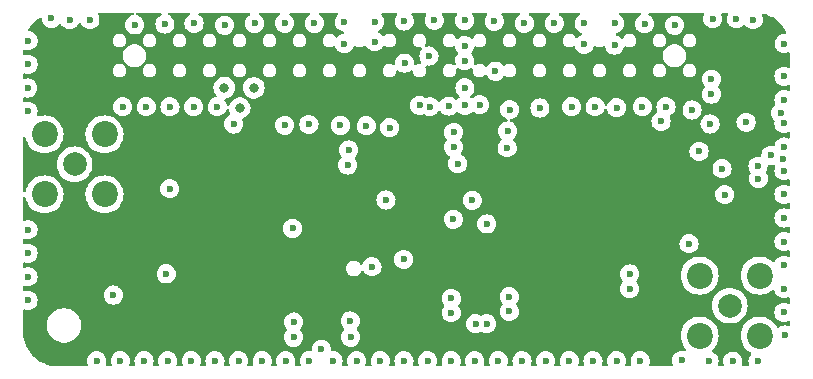
<source format=gbr>
%TF.GenerationSoftware,KiCad,Pcbnew,8.0.6*%
%TF.CreationDate,2024-10-20T18:51:53+08:00*%
%TF.ProjectId,RFM69HCW_v5,52464d36-3948-4435-975f-76352e6b6963,rev?*%
%TF.SameCoordinates,Original*%
%TF.FileFunction,Copper,L2,Inr*%
%TF.FilePolarity,Positive*%
%FSLAX46Y46*%
G04 Gerber Fmt 4.6, Leading zero omitted, Abs format (unit mm)*
G04 Created by KiCad (PCBNEW 8.0.6) date 2024-10-20 18:51:53*
%MOMM*%
%LPD*%
G01*
G04 APERTURE LIST*
%TA.AperFunction,ComponentPad*%
%ADD10C,2.000000*%
%TD*%
%TA.AperFunction,ComponentPad*%
%ADD11C,2.200000*%
%TD*%
%TA.AperFunction,ViaPad*%
%ADD12C,0.600000*%
%TD*%
%TA.AperFunction,ViaPad*%
%ADD13C,0.800000*%
%TD*%
%TA.AperFunction,ViaPad*%
%ADD14C,1.000000*%
%TD*%
G04 APERTURE END LIST*
D10*
%TO.N,ANT433*%
%TO.C,REF\u002A\u002A*%
X135800000Y-89320000D03*
D11*
%TO.N,GND*%
X138340000Y-91860000D03*
X133260000Y-86780000D03*
X133260000Y-91860000D03*
X138340000Y-86780000D03*
%TD*%
D10*
%TO.N,ANT915*%
%TO.C,REF\u002A\u002A*%
X191270000Y-101280000D03*
D11*
%TO.N,GND*%
X188730000Y-98740000D03*
X193810000Y-103820000D03*
X193810000Y-98740000D03*
X188730000Y-103820000D03*
%TD*%
D12*
%TO.N,GND*%
X187220000Y-105920000D03*
X189520000Y-106000000D03*
X191530000Y-105980000D03*
X181690000Y-84510000D03*
%TO.N,MISO*%
X160980000Y-97990000D03*
%TO.N,GND*%
X139690000Y-105950000D03*
X155650000Y-85940000D03*
X172610000Y-101770000D03*
X195870000Y-99860000D03*
X184060000Y-77420000D03*
X153690000Y-105950000D03*
D13*
X149790000Y-84560000D03*
D12*
X145920000Y-77390000D03*
X169750000Y-102820000D03*
X183690000Y-105950000D03*
X192660000Y-85750000D03*
X148510000Y-77540000D03*
X195870000Y-83860000D03*
X153600000Y-86010000D03*
X193660000Y-89480000D03*
X193670000Y-105990000D03*
X143880000Y-84440000D03*
X161689999Y-105950000D03*
X159190000Y-103950000D03*
X181520000Y-77390000D03*
X168850000Y-82840000D03*
X143690000Y-105950000D03*
X145690000Y-105950000D03*
X170110000Y-84280000D03*
X141880000Y-84440000D03*
X131870000Y-80840000D03*
X195870000Y-89860000D03*
X177690000Y-105950000D03*
X139090000Y-100385000D03*
X190860000Y-91880000D03*
X170700000Y-102810000D03*
X195870000Y-97860000D03*
X137100001Y-77070000D03*
X147690000Y-105950000D03*
X177880000Y-84440000D03*
X171340000Y-77200000D03*
X167690000Y-105950000D03*
X167480000Y-84390000D03*
X157690000Y-105950000D03*
X151690000Y-105950000D03*
X188090000Y-84710000D03*
X169690000Y-105950000D03*
X195870000Y-91860000D03*
X181530000Y-79220000D03*
X172430000Y-87920000D03*
X163690000Y-105950000D03*
X194760000Y-88550000D03*
X172650000Y-84690000D03*
X187830000Y-96050000D03*
X195870000Y-93859999D03*
X193710000Y-90530000D03*
X172610000Y-100510000D03*
X158310000Y-86030000D03*
X165880000Y-84440000D03*
X141690000Y-105950000D03*
X153600000Y-77370000D03*
X131870000Y-84840000D03*
X195870000Y-95860000D03*
X163720000Y-77180000D03*
X172470000Y-86500000D03*
X195590000Y-84970000D03*
X131870000Y-96840000D03*
X195870000Y-85860000D03*
X149270000Y-85900000D03*
X195870000Y-87860000D03*
D13*
X150980000Y-82840000D03*
D12*
X166250000Y-77110000D03*
X188680000Y-88230000D03*
X131870000Y-78839999D03*
X167900000Y-87870000D03*
X165690000Y-105950000D03*
X158930000Y-89380000D03*
X182790000Y-98600000D03*
X179880000Y-84440000D03*
X154360000Y-102670000D03*
X179690000Y-105950000D03*
X133850000Y-76970000D03*
X155690000Y-105950000D03*
X195900000Y-79090000D03*
X151040000Y-77390000D03*
X143450000Y-77440000D03*
X186610000Y-77540000D03*
X149689999Y-105950000D03*
X168830000Y-80530000D03*
X178950000Y-77390000D03*
X190630000Y-89680000D03*
X195870000Y-81859999D03*
X140890000Y-77510000D03*
X189730000Y-83370000D03*
X195870000Y-101860000D03*
D13*
X148480000Y-82830000D03*
D12*
X131870000Y-94840000D03*
X137689999Y-105950000D03*
X175690000Y-105950000D03*
X193260000Y-77080000D03*
X143860000Y-91380000D03*
X167690000Y-101870000D03*
X189730000Y-82110000D03*
X135390000Y-77080000D03*
X131870000Y-98840000D03*
X154350000Y-103960000D03*
X167710000Y-100670000D03*
X158630000Y-77250000D03*
X156690000Y-104980000D03*
X181690000Y-105950000D03*
X175200000Y-84550000D03*
X131830000Y-82850000D03*
X168830000Y-77130000D03*
X176420000Y-77380000D03*
X161200000Y-77230000D03*
X195790000Y-88880000D03*
X182790000Y-99860000D03*
X191840001Y-76980000D03*
X168830000Y-79270000D03*
X195920000Y-103760000D03*
X160510000Y-86050000D03*
X167900000Y-86610000D03*
X147880000Y-84440000D03*
X189610000Y-85900000D03*
X145880000Y-84440000D03*
X189840000Y-76980000D03*
X185880000Y-84440000D03*
X159010000Y-88100000D03*
X156110000Y-77380000D03*
X131870000Y-100840000D03*
X159150000Y-102580000D03*
X173689999Y-105950000D03*
X178950000Y-79160000D03*
X159690000Y-105950000D03*
X173880000Y-77390000D03*
X139879999Y-84440000D03*
X183880000Y-84440000D03*
X171690000Y-105950000D03*
D14*
%TO.N,3v3*%
X159950000Y-84560000D03*
X139110000Y-95780000D03*
X187810000Y-91920000D03*
D12*
%TO.N,MOSI*%
X162470000Y-86210000D03*
%TO.N,MISO*%
X165010000Y-84310000D03*
X168240000Y-89260000D03*
%TO.N,SLCK*%
X169470000Y-92360002D03*
X167870000Y-93970000D03*
X163680000Y-97370000D03*
X168850000Y-84330000D03*
%TO.N,CS0*%
X165810000Y-80150000D03*
X154260000Y-94750000D03*
%TO.N,RST*%
X163740000Y-80750000D03*
X162165000Y-92335000D03*
%TO.N,INTER*%
X158650000Y-79090000D03*
X161220000Y-78930000D03*
X143582500Y-98592500D03*
X185460000Y-85680000D03*
%TO.N,CS1*%
X170690000Y-94360002D03*
X171430000Y-81430000D03*
%TD*%
%TA.AperFunction,Conductor*%
%TO.N,3v3*%
G36*
X140754497Y-76490185D02*
G01*
X140800252Y-76542989D01*
X140810196Y-76612147D01*
X140781171Y-76675703D01*
X140722393Y-76713477D01*
X140715047Y-76715392D01*
X140708955Y-76716782D01*
X140536982Y-76776958D01*
X140382718Y-76873889D01*
X140253889Y-77002718D01*
X140156958Y-77156982D01*
X140096782Y-77328953D01*
X140096781Y-77328958D01*
X140076384Y-77509996D01*
X140076384Y-77510003D01*
X140096781Y-77691041D01*
X140096782Y-77691046D01*
X140156958Y-77863017D01*
X140232376Y-77983043D01*
X140253889Y-78017281D01*
X140382719Y-78146111D01*
X140536985Y-78243043D01*
X140680515Y-78293266D01*
X140708953Y-78303217D01*
X140708958Y-78303218D01*
X140889996Y-78323616D01*
X140890000Y-78323616D01*
X140890004Y-78323616D01*
X141071041Y-78303218D01*
X141071044Y-78303217D01*
X141071047Y-78303217D01*
X141243015Y-78243043D01*
X141397281Y-78146111D01*
X141526111Y-78017281D01*
X141623043Y-77863015D01*
X141683217Y-77691047D01*
X141683218Y-77691041D01*
X141703616Y-77510003D01*
X141703616Y-77509996D01*
X141683218Y-77328958D01*
X141683217Y-77328953D01*
X141663427Y-77272397D01*
X141623043Y-77156985D01*
X141526111Y-77002719D01*
X141397281Y-76873889D01*
X141285877Y-76803889D01*
X141243017Y-76776958D01*
X141243016Y-76776957D01*
X141243015Y-76776957D01*
X141071047Y-76716783D01*
X141071046Y-76716782D01*
X141071044Y-76716782D01*
X141064953Y-76715392D01*
X141003973Y-76681285D01*
X140971114Y-76619624D01*
X140976807Y-76549987D01*
X141019245Y-76494482D01*
X141084955Y-76470732D01*
X141092542Y-76470500D01*
X143044713Y-76470500D01*
X143111752Y-76490185D01*
X143157507Y-76542989D01*
X143167451Y-76612147D01*
X143138426Y-76675703D01*
X143102723Y-76703001D01*
X143102881Y-76703252D01*
X143100154Y-76704965D01*
X143098512Y-76706221D01*
X143096987Y-76706954D01*
X142942718Y-76803889D01*
X142813889Y-76932718D01*
X142716958Y-77086982D01*
X142656782Y-77258953D01*
X142656781Y-77258958D01*
X142636384Y-77439996D01*
X142636384Y-77440003D01*
X142656781Y-77621041D01*
X142656782Y-77621046D01*
X142685860Y-77704146D01*
X142710029Y-77773217D01*
X142716958Y-77793017D01*
X142792376Y-77913043D01*
X142813889Y-77947281D01*
X142942719Y-78076111D01*
X143096985Y-78173043D01*
X143224911Y-78217806D01*
X143268953Y-78233217D01*
X143268958Y-78233218D01*
X143449996Y-78253616D01*
X143450000Y-78253616D01*
X143450004Y-78253616D01*
X143631041Y-78233218D01*
X143631044Y-78233217D01*
X143631047Y-78233217D01*
X143803015Y-78173043D01*
X143957281Y-78076111D01*
X144086111Y-77947281D01*
X144183043Y-77793015D01*
X144243217Y-77621047D01*
X144243218Y-77621041D01*
X144263616Y-77440003D01*
X144263616Y-77439996D01*
X144243218Y-77258958D01*
X144243217Y-77258953D01*
X144233086Y-77230000D01*
X144183043Y-77086985D01*
X144086111Y-76932719D01*
X143957281Y-76803889D01*
X143949433Y-76798958D01*
X143803012Y-76706954D01*
X143801488Y-76706221D01*
X143800672Y-76705485D01*
X143797119Y-76703252D01*
X143797510Y-76702629D01*
X143749627Y-76659400D01*
X143731313Y-76591973D01*
X143752359Y-76525349D01*
X143806085Y-76480679D01*
X143855287Y-76470500D01*
X145433316Y-76470500D01*
X145500355Y-76490185D01*
X145546110Y-76542989D01*
X145556054Y-76612147D01*
X145527029Y-76675703D01*
X145499288Y-76699494D01*
X145412718Y-76753889D01*
X145283889Y-76882718D01*
X145186958Y-77036982D01*
X145126782Y-77208953D01*
X145126781Y-77208958D01*
X145106384Y-77389996D01*
X145106384Y-77390003D01*
X145126781Y-77571041D01*
X145126782Y-77571046D01*
X145149959Y-77637281D01*
X145179959Y-77723017D01*
X145186958Y-77743017D01*
X145268769Y-77873217D01*
X145283889Y-77897281D01*
X145412719Y-78026111D01*
X145566985Y-78123043D01*
X145718645Y-78176111D01*
X145738953Y-78183217D01*
X145738958Y-78183218D01*
X145919996Y-78203616D01*
X145920000Y-78203616D01*
X145920004Y-78203616D01*
X146101041Y-78183218D01*
X146101044Y-78183217D01*
X146101047Y-78183217D01*
X146273015Y-78123043D01*
X146427281Y-78026111D01*
X146556111Y-77897281D01*
X146653043Y-77743015D01*
X146713217Y-77571047D01*
X146714344Y-77561046D01*
X146716716Y-77539996D01*
X147696384Y-77539996D01*
X147696384Y-77540003D01*
X147716781Y-77721041D01*
X147716782Y-77721046D01*
X147748973Y-77813041D01*
X147771451Y-77877281D01*
X147776958Y-77893017D01*
X147855039Y-78017281D01*
X147873889Y-78047281D01*
X148002719Y-78176111D01*
X148156985Y-78273043D01*
X148299863Y-78323038D01*
X148328953Y-78333217D01*
X148328958Y-78333218D01*
X148509996Y-78353616D01*
X148510000Y-78353616D01*
X148510004Y-78353616D01*
X148691041Y-78333218D01*
X148691044Y-78333217D01*
X148691047Y-78333217D01*
X148863015Y-78273043D01*
X149017281Y-78176111D01*
X149146111Y-78047281D01*
X149243043Y-77893015D01*
X149303217Y-77721047D01*
X149303773Y-77716111D01*
X149323616Y-77540003D01*
X149323616Y-77539996D01*
X149303218Y-77358958D01*
X149303217Y-77358953D01*
X149298299Y-77344899D01*
X149243043Y-77186985D01*
X149146111Y-77032719D01*
X149017281Y-76903889D01*
X148974459Y-76876982D01*
X148863017Y-76806958D01*
X148863016Y-76806957D01*
X148863015Y-76806957D01*
X148777360Y-76776985D01*
X148691046Y-76746782D01*
X148691041Y-76746781D01*
X148510004Y-76726384D01*
X148509996Y-76726384D01*
X148328958Y-76746781D01*
X148328953Y-76746782D01*
X148156982Y-76806958D01*
X148002718Y-76903889D01*
X147873889Y-77032718D01*
X147776958Y-77186982D01*
X147716782Y-77358953D01*
X147716781Y-77358958D01*
X147696384Y-77539996D01*
X146716716Y-77539996D01*
X146733616Y-77390003D01*
X146733616Y-77389996D01*
X146713218Y-77208958D01*
X146713217Y-77208953D01*
X146703086Y-77180000D01*
X146653043Y-77036985D01*
X146556111Y-76882719D01*
X146427281Y-76753889D01*
X146340711Y-76699493D01*
X146294421Y-76647159D01*
X146283773Y-76578105D01*
X146312148Y-76514257D01*
X146370538Y-76475885D01*
X146406684Y-76470500D01*
X150553316Y-76470500D01*
X150620355Y-76490185D01*
X150666110Y-76542989D01*
X150676054Y-76612147D01*
X150647029Y-76675703D01*
X150619288Y-76699494D01*
X150532718Y-76753889D01*
X150403889Y-76882718D01*
X150306958Y-77036982D01*
X150246782Y-77208953D01*
X150246781Y-77208958D01*
X150226384Y-77389996D01*
X150226384Y-77390003D01*
X150246781Y-77571041D01*
X150246782Y-77571046D01*
X150269959Y-77637281D01*
X150299959Y-77723017D01*
X150306958Y-77743017D01*
X150388769Y-77873217D01*
X150403889Y-77897281D01*
X150532719Y-78026111D01*
X150686985Y-78123043D01*
X150838645Y-78176111D01*
X150858953Y-78183217D01*
X150858958Y-78183218D01*
X151039996Y-78203616D01*
X151040000Y-78203616D01*
X151040004Y-78203616D01*
X151221041Y-78183218D01*
X151221044Y-78183217D01*
X151221047Y-78183217D01*
X151393015Y-78123043D01*
X151547281Y-78026111D01*
X151676111Y-77897281D01*
X151773043Y-77743015D01*
X151833217Y-77571047D01*
X151834344Y-77561046D01*
X151853616Y-77390003D01*
X151853616Y-77389996D01*
X151833218Y-77208958D01*
X151833217Y-77208953D01*
X151823086Y-77180000D01*
X151773043Y-77036985D01*
X151676111Y-76882719D01*
X151547281Y-76753889D01*
X151460711Y-76699493D01*
X151414421Y-76647159D01*
X151403773Y-76578105D01*
X151432148Y-76514257D01*
X151490538Y-76475885D01*
X151526684Y-76470500D01*
X153081486Y-76470500D01*
X153148525Y-76490185D01*
X153194280Y-76542989D01*
X153204224Y-76612147D01*
X153175199Y-76675703D01*
X153147459Y-76699493D01*
X153092720Y-76733887D01*
X152963889Y-76862718D01*
X152866958Y-77016982D01*
X152806782Y-77188953D01*
X152806781Y-77188958D01*
X152786384Y-77369996D01*
X152786384Y-77370003D01*
X152806781Y-77551041D01*
X152806782Y-77551046D01*
X152831277Y-77621047D01*
X152866268Y-77721047D01*
X152866958Y-77723017D01*
X152942376Y-77843043D01*
X152963889Y-77877281D01*
X153092719Y-78006111D01*
X153246985Y-78103043D01*
X153418953Y-78163217D01*
X153418958Y-78163218D01*
X153599996Y-78183616D01*
X153600000Y-78183616D01*
X153600004Y-78183616D01*
X153781041Y-78163218D01*
X153781044Y-78163217D01*
X153781047Y-78163217D01*
X153953015Y-78103043D01*
X154107281Y-78006111D01*
X154236111Y-77877281D01*
X154333043Y-77723015D01*
X154393217Y-77551047D01*
X154393891Y-77545064D01*
X154413616Y-77370003D01*
X154413616Y-77369996D01*
X154393218Y-77188958D01*
X154393217Y-77188953D01*
X154379951Y-77151042D01*
X154333043Y-77016985D01*
X154236111Y-76862719D01*
X154107281Y-76733889D01*
X154107279Y-76733887D01*
X154052541Y-76699493D01*
X154006251Y-76647159D01*
X153995603Y-76578105D01*
X154023978Y-76514257D01*
X154082368Y-76475885D01*
X154118514Y-76470500D01*
X155607401Y-76470500D01*
X155674440Y-76490185D01*
X155720195Y-76542989D01*
X155730139Y-76612147D01*
X155701114Y-76675703D01*
X155673373Y-76699494D01*
X155602718Y-76743889D01*
X155473889Y-76872718D01*
X155376958Y-77026982D01*
X155316782Y-77198953D01*
X155316781Y-77198958D01*
X155296384Y-77379996D01*
X155296384Y-77380003D01*
X155316781Y-77561041D01*
X155316782Y-77561046D01*
X155337777Y-77621046D01*
X155366469Y-77703043D01*
X155376958Y-77733017D01*
X155427241Y-77813041D01*
X155473889Y-77887281D01*
X155602719Y-78016111D01*
X155756985Y-78113043D01*
X155919156Y-78169789D01*
X155928953Y-78173217D01*
X155928958Y-78173218D01*
X156109996Y-78193616D01*
X156110000Y-78193616D01*
X156110004Y-78193616D01*
X156291041Y-78173218D01*
X156291044Y-78173217D01*
X156291047Y-78173217D01*
X156463015Y-78113043D01*
X156617281Y-78016111D01*
X156746111Y-77887281D01*
X156843043Y-77733015D01*
X156903217Y-77561047D01*
X156903218Y-77561041D01*
X156923616Y-77380003D01*
X156923616Y-77379996D01*
X156903218Y-77198958D01*
X156903217Y-77198953D01*
X156886454Y-77151047D01*
X156843043Y-77026985D01*
X156746111Y-76872719D01*
X156617281Y-76743889D01*
X156546627Y-76699494D01*
X156500336Y-76647159D01*
X156489688Y-76578105D01*
X156518063Y-76514257D01*
X156576453Y-76475885D01*
X156612599Y-76470500D01*
X157966746Y-76470500D01*
X158033785Y-76490185D01*
X158079540Y-76542989D01*
X158089484Y-76612147D01*
X158060459Y-76675703D01*
X158054427Y-76682181D01*
X157993889Y-76742718D01*
X157896958Y-76896982D01*
X157836782Y-77068953D01*
X157836781Y-77068958D01*
X157816384Y-77249996D01*
X157816384Y-77250003D01*
X157836781Y-77431041D01*
X157836782Y-77431046D01*
X157852961Y-77477281D01*
X157896268Y-77601047D01*
X157896958Y-77603017D01*
X157952271Y-77691046D01*
X157993889Y-77757281D01*
X158122719Y-77886111D01*
X158276985Y-77983043D01*
X158448953Y-78043217D01*
X158490570Y-78047906D01*
X158554982Y-78074971D01*
X158594538Y-78132566D01*
X158596677Y-78202403D01*
X158560719Y-78262309D01*
X158498082Y-78293266D01*
X158490573Y-78294346D01*
X158468956Y-78296782D01*
X158468953Y-78296782D01*
X158296982Y-78356958D01*
X158142720Y-78453888D01*
X158048770Y-78547838D01*
X157987446Y-78581322D01*
X157917755Y-78576338D01*
X157861822Y-78534466D01*
X157853706Y-78522163D01*
X157842513Y-78502775D01*
X157737225Y-78397487D01*
X157737224Y-78397486D01*
X157737221Y-78397484D01*
X157608277Y-78323039D01*
X157608276Y-78323038D01*
X157572318Y-78313403D01*
X157464450Y-78284500D01*
X157315550Y-78284500D01*
X157245698Y-78303217D01*
X157171723Y-78323038D01*
X157171722Y-78323039D01*
X157042778Y-78397484D01*
X157042773Y-78397488D01*
X156937488Y-78502773D01*
X156937484Y-78502778D01*
X156863039Y-78631722D01*
X156863038Y-78631723D01*
X156851226Y-78675808D01*
X156824500Y-78775550D01*
X156824500Y-78924450D01*
X156850381Y-79021040D01*
X156863038Y-79068276D01*
X156863039Y-79068277D01*
X156937484Y-79197221D01*
X156937486Y-79197224D01*
X156937487Y-79197225D01*
X157042775Y-79302513D01*
X157042776Y-79302514D01*
X157042778Y-79302515D01*
X157074813Y-79321010D01*
X157171725Y-79376962D01*
X157315550Y-79415500D01*
X157315553Y-79415500D01*
X157464447Y-79415500D01*
X157464450Y-79415500D01*
X157608275Y-79376962D01*
X157716238Y-79314629D01*
X157784137Y-79298157D01*
X157850164Y-79321010D01*
X157893355Y-79375931D01*
X157895278Y-79381062D01*
X157916955Y-79443011D01*
X157916956Y-79443015D01*
X157999500Y-79574381D01*
X158013889Y-79597281D01*
X158142719Y-79726111D01*
X158296985Y-79823043D01*
X158468953Y-79883217D01*
X158468958Y-79883218D01*
X158649996Y-79903616D01*
X158650000Y-79903616D01*
X158650004Y-79903616D01*
X158831041Y-79883218D01*
X158831044Y-79883217D01*
X158831047Y-79883217D01*
X159003015Y-79823043D01*
X159157281Y-79726111D01*
X159286111Y-79597281D01*
X159383043Y-79443015D01*
X159408082Y-79371456D01*
X159448804Y-79314681D01*
X159513756Y-79288933D01*
X159582318Y-79302389D01*
X159587124Y-79305024D01*
X159614813Y-79321010D01*
X159711725Y-79376962D01*
X159855550Y-79415500D01*
X159855553Y-79415500D01*
X160004447Y-79415500D01*
X160004450Y-79415500D01*
X160148275Y-79376962D01*
X160277225Y-79302513D01*
X160303602Y-79276135D01*
X160364921Y-79242652D01*
X160434613Y-79247636D01*
X160490547Y-79289506D01*
X160496274Y-79297845D01*
X160583887Y-79437279D01*
X160583889Y-79437281D01*
X160712719Y-79566111D01*
X160866985Y-79663043D01*
X161022732Y-79717541D01*
X161038953Y-79723217D01*
X161038958Y-79723218D01*
X161219996Y-79743616D01*
X161220000Y-79743616D01*
X161220004Y-79743616D01*
X161401041Y-79723218D01*
X161401044Y-79723217D01*
X161401047Y-79723217D01*
X161573015Y-79663043D01*
X161727281Y-79566111D01*
X161856111Y-79437281D01*
X161928289Y-79322409D01*
X161980622Y-79276119D01*
X162049676Y-79265470D01*
X162113524Y-79293845D01*
X162120963Y-79300701D01*
X162122775Y-79302513D01*
X162122776Y-79302514D01*
X162122778Y-79302515D01*
X162154813Y-79321010D01*
X162251725Y-79376962D01*
X162395550Y-79415500D01*
X162395553Y-79415500D01*
X162544447Y-79415500D01*
X162544450Y-79415500D01*
X162688275Y-79376962D01*
X162817225Y-79302513D01*
X162922513Y-79197225D01*
X162996962Y-79068275D01*
X163035500Y-78924450D01*
X163035500Y-78775550D01*
X162996962Y-78631725D01*
X162948530Y-78547838D01*
X162922515Y-78502778D01*
X162922511Y-78502773D01*
X162817226Y-78397488D01*
X162817221Y-78397484D01*
X162688277Y-78323039D01*
X162688276Y-78323038D01*
X162652318Y-78313403D01*
X162544450Y-78284500D01*
X162395550Y-78284500D01*
X162325698Y-78303217D01*
X162251723Y-78323038D01*
X162251722Y-78323039D01*
X162122778Y-78397484D01*
X162059223Y-78461039D01*
X161997899Y-78494523D01*
X161928208Y-78489538D01*
X161872274Y-78447667D01*
X161866549Y-78439331D01*
X161866360Y-78439030D01*
X161856111Y-78422719D01*
X161727281Y-78293889D01*
X161712339Y-78284500D01*
X161573014Y-78196956D01*
X161562674Y-78193338D01*
X161505898Y-78152616D01*
X161480152Y-78087663D01*
X161493609Y-78019101D01*
X161541997Y-77968699D01*
X161549840Y-77964571D01*
X161553002Y-77963047D01*
X161553015Y-77963043D01*
X161707281Y-77866111D01*
X161836111Y-77737281D01*
X161933043Y-77583015D01*
X161993217Y-77411047D01*
X161995588Y-77390003D01*
X162013616Y-77230003D01*
X162013616Y-77229996D01*
X161993218Y-77048958D01*
X161993217Y-77048953D01*
X161982721Y-77018958D01*
X161933043Y-76876985D01*
X161836111Y-76722719D01*
X161795573Y-76682181D01*
X161762088Y-76620858D01*
X161767072Y-76551166D01*
X161808944Y-76495233D01*
X161874408Y-76470816D01*
X161883254Y-76470500D01*
X162987665Y-76470500D01*
X163054704Y-76490185D01*
X163100459Y-76542989D01*
X163110403Y-76612147D01*
X163086944Y-76666414D01*
X163087594Y-76666823D01*
X163084946Y-76671036D01*
X163084610Y-76671815D01*
X163083890Y-76672717D01*
X162986958Y-76826982D01*
X162926782Y-76998953D01*
X162926781Y-76998958D01*
X162906384Y-77179996D01*
X162906384Y-77180003D01*
X162926781Y-77361041D01*
X162926782Y-77361046D01*
X162951966Y-77433016D01*
X162978902Y-77509996D01*
X162986958Y-77533017D01*
X163042271Y-77621046D01*
X163083889Y-77687281D01*
X163212719Y-77816111D01*
X163366985Y-77913043D01*
X163514244Y-77964571D01*
X163538953Y-77973217D01*
X163538958Y-77973218D01*
X163719996Y-77993616D01*
X163720000Y-77993616D01*
X163720004Y-77993616D01*
X163901041Y-77973218D01*
X163901044Y-77973217D01*
X163901047Y-77973217D01*
X164073015Y-77913043D01*
X164227281Y-77816111D01*
X164356111Y-77687281D01*
X164453043Y-77533015D01*
X164513217Y-77361047D01*
X164513218Y-77361041D01*
X164533616Y-77180003D01*
X164533616Y-77179996D01*
X164513218Y-76998958D01*
X164513217Y-76998953D01*
X164495721Y-76948953D01*
X164453043Y-76826985D01*
X164356111Y-76672719D01*
X164356109Y-76672717D01*
X164355390Y-76671815D01*
X164355106Y-76671121D01*
X164352406Y-76666823D01*
X164353158Y-76666350D01*
X164328980Y-76607129D01*
X164341734Y-76538433D01*
X164389604Y-76487538D01*
X164452335Y-76470500D01*
X165472606Y-76470500D01*
X165539645Y-76490185D01*
X165585400Y-76542989D01*
X165595344Y-76612147D01*
X165577600Y-76660472D01*
X165516958Y-76756982D01*
X165456782Y-76928953D01*
X165456781Y-76928958D01*
X165436384Y-77109996D01*
X165436384Y-77110003D01*
X165456781Y-77291041D01*
X165456782Y-77291046D01*
X165481277Y-77361047D01*
X165508902Y-77439996D01*
X165516958Y-77463017D01*
X165584838Y-77571047D01*
X165613889Y-77617281D01*
X165742719Y-77746111D01*
X165896985Y-77843043D01*
X166039803Y-77893017D01*
X166068953Y-77903217D01*
X166068958Y-77903218D01*
X166249996Y-77923616D01*
X166250000Y-77923616D01*
X166250004Y-77923616D01*
X166431041Y-77903218D01*
X166431044Y-77903217D01*
X166431047Y-77903217D01*
X166603015Y-77843043D01*
X166757281Y-77746111D01*
X166886111Y-77617281D01*
X166983043Y-77463015D01*
X167043217Y-77291047D01*
X167043218Y-77291041D01*
X167063616Y-77110003D01*
X167063616Y-77109996D01*
X167043218Y-76928958D01*
X167043217Y-76928953D01*
X167038520Y-76915529D01*
X166983043Y-76756985D01*
X166942661Y-76692718D01*
X166922400Y-76660472D01*
X166903400Y-76593235D01*
X166923768Y-76526400D01*
X166977036Y-76481186D01*
X167027394Y-76470500D01*
X168065173Y-76470500D01*
X168132212Y-76490185D01*
X168177967Y-76542989D01*
X168187911Y-76612147D01*
X168170167Y-76660472D01*
X168096958Y-76776982D01*
X168036782Y-76948953D01*
X168036781Y-76948958D01*
X168016384Y-77129996D01*
X168016384Y-77130003D01*
X168036781Y-77311041D01*
X168036782Y-77311046D01*
X168075963Y-77423017D01*
X168094009Y-77474591D01*
X168096958Y-77483017D01*
X168180586Y-77616110D01*
X168193889Y-77637281D01*
X168322719Y-77766111D01*
X168476985Y-77863043D01*
X168648953Y-77923217D01*
X168648958Y-77923218D01*
X168829996Y-77943616D01*
X168830000Y-77943616D01*
X168830004Y-77943616D01*
X169011041Y-77923218D01*
X169011044Y-77923217D01*
X169011047Y-77923217D01*
X169183015Y-77863043D01*
X169337281Y-77766111D01*
X169466111Y-77637281D01*
X169563043Y-77483015D01*
X169623217Y-77311047D01*
X169623218Y-77311041D01*
X169643616Y-77130003D01*
X169643616Y-77129996D01*
X169623218Y-76948958D01*
X169623217Y-76948953D01*
X169605721Y-76898953D01*
X169563043Y-76776985D01*
X169525341Y-76716982D01*
X169489833Y-76660472D01*
X169470833Y-76593235D01*
X169491201Y-76526400D01*
X169544468Y-76481186D01*
X169594827Y-76470500D01*
X170626746Y-76470500D01*
X170693785Y-76490185D01*
X170739540Y-76542989D01*
X170749484Y-76612147D01*
X170720459Y-76675703D01*
X170714427Y-76682181D01*
X170703889Y-76692718D01*
X170606958Y-76846982D01*
X170546782Y-77018953D01*
X170546781Y-77018958D01*
X170526384Y-77199996D01*
X170526384Y-77200003D01*
X170546781Y-77381041D01*
X170546782Y-77381046D01*
X170580458Y-77477285D01*
X170606268Y-77551047D01*
X170606958Y-77553017D01*
X170647338Y-77617281D01*
X170703889Y-77707281D01*
X170832719Y-77836111D01*
X170986985Y-77933043D01*
X171158953Y-77993217D01*
X171158958Y-77993218D01*
X171339996Y-78013616D01*
X171340000Y-78013616D01*
X171340004Y-78013616D01*
X171521041Y-77993218D01*
X171521044Y-77993217D01*
X171521047Y-77993217D01*
X171693015Y-77933043D01*
X171847281Y-77836111D01*
X171976111Y-77707281D01*
X172073043Y-77553015D01*
X172133217Y-77381047D01*
X172133335Y-77380000D01*
X172153616Y-77200003D01*
X172153616Y-77199996D01*
X172133218Y-77018958D01*
X172133217Y-77018953D01*
X172119585Y-76979996D01*
X172073043Y-76846985D01*
X171976111Y-76692719D01*
X171965573Y-76682181D01*
X171932088Y-76620858D01*
X171937072Y-76551166D01*
X171978944Y-76495233D01*
X172044408Y-76470816D01*
X172053254Y-76470500D01*
X173393316Y-76470500D01*
X173460355Y-76490185D01*
X173506110Y-76542989D01*
X173516054Y-76612147D01*
X173487029Y-76675703D01*
X173459288Y-76699494D01*
X173372718Y-76753889D01*
X173243889Y-76882718D01*
X173146958Y-77036982D01*
X173086782Y-77208953D01*
X173086781Y-77208958D01*
X173066384Y-77389996D01*
X173066384Y-77390003D01*
X173086781Y-77571041D01*
X173086782Y-77571046D01*
X173109959Y-77637281D01*
X173139959Y-77723017D01*
X173146958Y-77743017D01*
X173228769Y-77873217D01*
X173243889Y-77897281D01*
X173372719Y-78026111D01*
X173526985Y-78123043D01*
X173678645Y-78176111D01*
X173698953Y-78183217D01*
X173698958Y-78183218D01*
X173879996Y-78203616D01*
X173880000Y-78203616D01*
X173880004Y-78203616D01*
X174061041Y-78183218D01*
X174061044Y-78183217D01*
X174061047Y-78183217D01*
X174233015Y-78123043D01*
X174387281Y-78026111D01*
X174516111Y-77897281D01*
X174613043Y-77743015D01*
X174673217Y-77571047D01*
X174674344Y-77561046D01*
X174693616Y-77390003D01*
X174693616Y-77389996D01*
X174673218Y-77208958D01*
X174673217Y-77208953D01*
X174663086Y-77180000D01*
X174613043Y-77036985D01*
X174516111Y-76882719D01*
X174387281Y-76753889D01*
X174300711Y-76699493D01*
X174254421Y-76647159D01*
X174243773Y-76578105D01*
X174272148Y-76514257D01*
X174330538Y-76475885D01*
X174366684Y-76470500D01*
X175917401Y-76470500D01*
X175984440Y-76490185D01*
X176030195Y-76542989D01*
X176040139Y-76612147D01*
X176011114Y-76675703D01*
X175983373Y-76699494D01*
X175912718Y-76743889D01*
X175783889Y-76872718D01*
X175686958Y-77026982D01*
X175626782Y-77198953D01*
X175626781Y-77198958D01*
X175606384Y-77379996D01*
X175606384Y-77380003D01*
X175626781Y-77561041D01*
X175626782Y-77561046D01*
X175647777Y-77621046D01*
X175676469Y-77703043D01*
X175686958Y-77733017D01*
X175737241Y-77813041D01*
X175783889Y-77887281D01*
X175912719Y-78016111D01*
X176066985Y-78113043D01*
X176229156Y-78169789D01*
X176238953Y-78173217D01*
X176238958Y-78173218D01*
X176419996Y-78193616D01*
X176420000Y-78193616D01*
X176420004Y-78193616D01*
X176601041Y-78173218D01*
X176601044Y-78173217D01*
X176601047Y-78173217D01*
X176773015Y-78113043D01*
X176927281Y-78016111D01*
X177056111Y-77887281D01*
X177153043Y-77733015D01*
X177213217Y-77561047D01*
X177213218Y-77561041D01*
X177233616Y-77380003D01*
X177233616Y-77379996D01*
X177213218Y-77198958D01*
X177213217Y-77198953D01*
X177196454Y-77151047D01*
X177153043Y-77026985D01*
X177056111Y-76872719D01*
X176927281Y-76743889D01*
X176856627Y-76699494D01*
X176810336Y-76647159D01*
X176799688Y-76578105D01*
X176828063Y-76514257D01*
X176886453Y-76475885D01*
X176922599Y-76470500D01*
X178463316Y-76470500D01*
X178530355Y-76490185D01*
X178576110Y-76542989D01*
X178586054Y-76612147D01*
X178557029Y-76675703D01*
X178529288Y-76699494D01*
X178442718Y-76753889D01*
X178313889Y-76882718D01*
X178216958Y-77036982D01*
X178156782Y-77208953D01*
X178156781Y-77208958D01*
X178136384Y-77389996D01*
X178136384Y-77390003D01*
X178156781Y-77571041D01*
X178156782Y-77571046D01*
X178179959Y-77637281D01*
X178209959Y-77723017D01*
X178216958Y-77743017D01*
X178298769Y-77873217D01*
X178313889Y-77897281D01*
X178442719Y-78026111D01*
X178469943Y-78043217D01*
X178596984Y-78123043D01*
X178596988Y-78123044D01*
X178696767Y-78157959D01*
X178753543Y-78198680D01*
X178779290Y-78263633D01*
X178765834Y-78332195D01*
X178717446Y-78382597D01*
X178696767Y-78392041D01*
X178596988Y-78426955D01*
X178596984Y-78426956D01*
X178442720Y-78523888D01*
X178387072Y-78579536D01*
X178325748Y-78613020D01*
X178256056Y-78608035D01*
X178200123Y-78566164D01*
X178192004Y-78553854D01*
X178162515Y-78502778D01*
X178162511Y-78502773D01*
X178057226Y-78397488D01*
X178057221Y-78397484D01*
X177928277Y-78323039D01*
X177928276Y-78323038D01*
X177892318Y-78313403D01*
X177784450Y-78284500D01*
X177635550Y-78284500D01*
X177565698Y-78303217D01*
X177491723Y-78323038D01*
X177491722Y-78323039D01*
X177362778Y-78397484D01*
X177362773Y-78397488D01*
X177257488Y-78502773D01*
X177257484Y-78502778D01*
X177183039Y-78631722D01*
X177183038Y-78631723D01*
X177171226Y-78675808D01*
X177144500Y-78775550D01*
X177144500Y-78924450D01*
X177170381Y-79021040D01*
X177183038Y-79068276D01*
X177183039Y-79068277D01*
X177257484Y-79197221D01*
X177257486Y-79197224D01*
X177257487Y-79197225D01*
X177362775Y-79302513D01*
X177362776Y-79302514D01*
X177362778Y-79302515D01*
X177394813Y-79321010D01*
X177491725Y-79376962D01*
X177635550Y-79415500D01*
X177635553Y-79415500D01*
X177784447Y-79415500D01*
X177784450Y-79415500D01*
X177928275Y-79376962D01*
X177999222Y-79336000D01*
X178067121Y-79319528D01*
X178133148Y-79342380D01*
X178176338Y-79397301D01*
X178178260Y-79402425D01*
X178212872Y-79501342D01*
X178216958Y-79513017D01*
X178274596Y-79604747D01*
X178313889Y-79667281D01*
X178442719Y-79796111D01*
X178596985Y-79893043D01*
X178740709Y-79943334D01*
X178768953Y-79953217D01*
X178768958Y-79953218D01*
X178949996Y-79973616D01*
X178950000Y-79973616D01*
X178950004Y-79973616D01*
X179131041Y-79953218D01*
X179131044Y-79953217D01*
X179131047Y-79953217D01*
X179303015Y-79893043D01*
X179457281Y-79796111D01*
X179586111Y-79667281D01*
X179683043Y-79513015D01*
X179731821Y-79373612D01*
X179772541Y-79316839D01*
X179837494Y-79291091D01*
X179906056Y-79304547D01*
X179910861Y-79307181D01*
X180031725Y-79376962D01*
X180175550Y-79415500D01*
X180175553Y-79415500D01*
X180324447Y-79415500D01*
X180324450Y-79415500D01*
X180468275Y-79376962D01*
X180555160Y-79326798D01*
X180623056Y-79310327D01*
X180689084Y-79333179D01*
X180732274Y-79388100D01*
X180734286Y-79394542D01*
X180734483Y-79394474D01*
X180736783Y-79401047D01*
X180742350Y-79416958D01*
X180796958Y-79573017D01*
X180840753Y-79642716D01*
X180893889Y-79727281D01*
X181022719Y-79856111D01*
X181176985Y-79953043D01*
X181348953Y-80013217D01*
X181348958Y-80013218D01*
X181529996Y-80033616D01*
X181530000Y-80033616D01*
X181530004Y-80033616D01*
X181711041Y-80013218D01*
X181711044Y-80013217D01*
X181711047Y-80013217D01*
X181883015Y-79953043D01*
X182037281Y-79856111D01*
X182166111Y-79727281D01*
X182263043Y-79573015D01*
X182322564Y-79402910D01*
X182363286Y-79346136D01*
X182428238Y-79320388D01*
X182496800Y-79333844D01*
X182501607Y-79336479D01*
X182571725Y-79376962D01*
X182715550Y-79415500D01*
X182715553Y-79415500D01*
X182864447Y-79415500D01*
X182864450Y-79415500D01*
X183008275Y-79376962D01*
X183137225Y-79302513D01*
X183242513Y-79197225D01*
X183316962Y-79068275D01*
X183355500Y-78924450D01*
X183355500Y-78775550D01*
X184764500Y-78775550D01*
X184764500Y-78924450D01*
X184790381Y-79021040D01*
X184803038Y-79068276D01*
X184803039Y-79068277D01*
X184877484Y-79197221D01*
X184877486Y-79197224D01*
X184877487Y-79197225D01*
X184982775Y-79302513D01*
X184982776Y-79302514D01*
X184982778Y-79302515D01*
X185014813Y-79321010D01*
X185111725Y-79376962D01*
X185255550Y-79415500D01*
X185255553Y-79415500D01*
X185404447Y-79415500D01*
X185404450Y-79415500D01*
X185548275Y-79376962D01*
X185677225Y-79302513D01*
X185782513Y-79197225D01*
X185856962Y-79068275D01*
X185895500Y-78924450D01*
X185895500Y-78775550D01*
X187304500Y-78775550D01*
X187304500Y-78924450D01*
X187330381Y-79021040D01*
X187343038Y-79068276D01*
X187343039Y-79068277D01*
X187417484Y-79197221D01*
X187417486Y-79197224D01*
X187417487Y-79197225D01*
X187522775Y-79302513D01*
X187522776Y-79302514D01*
X187522778Y-79302515D01*
X187554813Y-79321010D01*
X187651725Y-79376962D01*
X187795550Y-79415500D01*
X187795553Y-79415500D01*
X187944447Y-79415500D01*
X187944450Y-79415500D01*
X188088275Y-79376962D01*
X188217225Y-79302513D01*
X188322513Y-79197225D01*
X188396962Y-79068275D01*
X188435500Y-78924450D01*
X188435500Y-78775550D01*
X188396962Y-78631725D01*
X188348530Y-78547838D01*
X188322515Y-78502778D01*
X188322511Y-78502773D01*
X188217226Y-78397488D01*
X188217221Y-78397484D01*
X188088277Y-78323039D01*
X188088276Y-78323038D01*
X188052318Y-78313403D01*
X187944450Y-78284500D01*
X187795550Y-78284500D01*
X187725698Y-78303217D01*
X187651723Y-78323038D01*
X187651722Y-78323039D01*
X187522778Y-78397484D01*
X187522773Y-78397488D01*
X187417488Y-78502773D01*
X187417484Y-78502778D01*
X187343039Y-78631722D01*
X187343038Y-78631723D01*
X187331226Y-78675808D01*
X187304500Y-78775550D01*
X185895500Y-78775550D01*
X185856962Y-78631725D01*
X185808530Y-78547838D01*
X185782515Y-78502778D01*
X185782511Y-78502773D01*
X185677226Y-78397488D01*
X185677221Y-78397484D01*
X185548277Y-78323039D01*
X185548276Y-78323038D01*
X185512318Y-78313403D01*
X185404450Y-78284500D01*
X185255550Y-78284500D01*
X185185698Y-78303217D01*
X185111723Y-78323038D01*
X185111722Y-78323039D01*
X184982778Y-78397484D01*
X184982773Y-78397488D01*
X184877488Y-78502773D01*
X184877484Y-78502778D01*
X184803039Y-78631722D01*
X184803038Y-78631723D01*
X184791226Y-78675808D01*
X184764500Y-78775550D01*
X183355500Y-78775550D01*
X183316962Y-78631725D01*
X183268530Y-78547838D01*
X183242515Y-78502778D01*
X183242511Y-78502773D01*
X183137226Y-78397488D01*
X183137221Y-78397484D01*
X183008277Y-78323039D01*
X183008276Y-78323038D01*
X182972318Y-78313403D01*
X182864450Y-78284500D01*
X182715550Y-78284500D01*
X182645698Y-78303217D01*
X182571723Y-78323038D01*
X182571722Y-78323039D01*
X182442778Y-78397484D01*
X182442773Y-78397488D01*
X182337488Y-78502773D01*
X182337484Y-78502778D01*
X182278714Y-78604573D01*
X182228147Y-78652788D01*
X182159540Y-78666012D01*
X182094676Y-78640044D01*
X182083646Y-78630254D01*
X182037281Y-78583889D01*
X181883017Y-78486958D01*
X181883016Y-78486957D01*
X181883015Y-78486957D01*
X181817110Y-78463896D01*
X181711046Y-78426782D01*
X181704260Y-78425234D01*
X181704791Y-78422903D01*
X181650698Y-78400160D01*
X181611155Y-78342557D01*
X181609031Y-78272720D01*
X181645001Y-78212821D01*
X181694850Y-78186593D01*
X181694474Y-78185517D01*
X181701047Y-78183217D01*
X181873015Y-78123043D01*
X182027281Y-78026111D01*
X182156111Y-77897281D01*
X182253043Y-77743015D01*
X182313217Y-77571047D01*
X182314344Y-77561046D01*
X182333616Y-77390003D01*
X182333616Y-77389996D01*
X182313218Y-77208958D01*
X182313217Y-77208953D01*
X182303086Y-77180000D01*
X182253043Y-77036985D01*
X182156111Y-76882719D01*
X182027281Y-76753889D01*
X181940711Y-76699493D01*
X181894421Y-76647159D01*
X181883773Y-76578105D01*
X181912148Y-76514257D01*
X181970538Y-76475885D01*
X182006684Y-76470500D01*
X183621060Y-76470500D01*
X183688099Y-76490185D01*
X183733854Y-76542989D01*
X183743798Y-76612147D01*
X183714773Y-76675703D01*
X183687032Y-76699494D01*
X183552718Y-76783889D01*
X183423889Y-76912718D01*
X183326958Y-77066982D01*
X183266782Y-77238953D01*
X183266781Y-77238958D01*
X183246384Y-77419996D01*
X183246384Y-77420003D01*
X183266781Y-77601041D01*
X183266782Y-77601046D01*
X183296957Y-77687281D01*
X183321451Y-77757281D01*
X183326958Y-77773017D01*
X183374922Y-77849351D01*
X183423889Y-77927281D01*
X183552719Y-78056111D01*
X183706985Y-78153043D01*
X183862418Y-78207431D01*
X183878953Y-78213217D01*
X183878958Y-78213218D01*
X184059996Y-78233616D01*
X184060000Y-78233616D01*
X184060004Y-78233616D01*
X184241041Y-78213218D01*
X184241044Y-78213217D01*
X184241047Y-78213217D01*
X184413015Y-78153043D01*
X184567281Y-78056111D01*
X184696111Y-77927281D01*
X184793043Y-77773015D01*
X184853217Y-77601047D01*
X184854768Y-77587281D01*
X184860096Y-77539996D01*
X185796384Y-77539996D01*
X185796384Y-77540003D01*
X185816781Y-77721041D01*
X185816782Y-77721046D01*
X185848973Y-77813041D01*
X185871451Y-77877281D01*
X185876958Y-77893017D01*
X185955039Y-78017281D01*
X185973889Y-78047281D01*
X186102719Y-78176111D01*
X186256985Y-78273043D01*
X186399863Y-78323038D01*
X186428953Y-78333217D01*
X186428958Y-78333218D01*
X186609996Y-78353616D01*
X186610000Y-78353616D01*
X186610004Y-78353616D01*
X186791041Y-78333218D01*
X186791044Y-78333217D01*
X186791047Y-78333217D01*
X186963015Y-78273043D01*
X187117281Y-78176111D01*
X187246111Y-78047281D01*
X187343043Y-77893015D01*
X187403217Y-77721047D01*
X187403773Y-77716111D01*
X187423616Y-77540003D01*
X187423616Y-77539996D01*
X187403218Y-77358958D01*
X187403217Y-77358953D01*
X187398299Y-77344899D01*
X187343043Y-77186985D01*
X187246111Y-77032719D01*
X187117281Y-76903889D01*
X187074459Y-76876982D01*
X186963017Y-76806958D01*
X186963016Y-76806957D01*
X186963015Y-76806957D01*
X186877360Y-76776985D01*
X186791046Y-76746782D01*
X186791041Y-76746781D01*
X186610004Y-76726384D01*
X186609996Y-76726384D01*
X186428958Y-76746781D01*
X186428953Y-76746782D01*
X186256982Y-76806958D01*
X186102718Y-76903889D01*
X185973889Y-77032718D01*
X185876958Y-77186982D01*
X185816782Y-77358953D01*
X185816781Y-77358958D01*
X185796384Y-77539996D01*
X184860096Y-77539996D01*
X184873616Y-77420003D01*
X184873616Y-77419996D01*
X184853218Y-77238958D01*
X184853217Y-77238953D01*
X184842721Y-77208958D01*
X184793043Y-77066985D01*
X184696111Y-76912719D01*
X184567281Y-76783889D01*
X184524459Y-76756982D01*
X184432968Y-76699494D01*
X184386677Y-76647159D01*
X184376029Y-76578105D01*
X184404404Y-76514257D01*
X184462794Y-76475885D01*
X184498940Y-76470500D01*
X188986952Y-76470500D01*
X189053991Y-76490185D01*
X189099746Y-76542989D01*
X189109690Y-76612147D01*
X189103993Y-76635455D01*
X189046784Y-76798945D01*
X189046781Y-76798958D01*
X189026384Y-76979996D01*
X189026384Y-76980003D01*
X189046781Y-77161041D01*
X189046782Y-77161046D01*
X189071510Y-77231713D01*
X189105537Y-77328958D01*
X189106958Y-77333017D01*
X189194512Y-77472357D01*
X189203889Y-77487281D01*
X189332719Y-77616111D01*
X189486985Y-77713043D01*
X189638645Y-77766111D01*
X189658953Y-77773217D01*
X189658958Y-77773218D01*
X189839996Y-77793616D01*
X189840000Y-77793616D01*
X189840004Y-77793616D01*
X190021041Y-77773218D01*
X190021044Y-77773217D01*
X190021047Y-77773217D01*
X190193015Y-77713043D01*
X190347281Y-77616111D01*
X190476111Y-77487281D01*
X190573043Y-77333015D01*
X190633217Y-77161047D01*
X190634344Y-77151046D01*
X190653616Y-76980003D01*
X190653616Y-76979996D01*
X190633218Y-76798958D01*
X190633215Y-76798945D01*
X190576007Y-76635455D01*
X190572445Y-76565676D01*
X190607173Y-76505049D01*
X190669167Y-76472821D01*
X190693048Y-76470500D01*
X190986953Y-76470500D01*
X191053992Y-76490185D01*
X191099747Y-76542989D01*
X191109691Y-76612147D01*
X191103994Y-76635455D01*
X191046785Y-76798945D01*
X191046782Y-76798958D01*
X191026385Y-76979996D01*
X191026385Y-76980003D01*
X191046782Y-77161041D01*
X191046783Y-77161046D01*
X191071511Y-77231713D01*
X191105538Y-77328958D01*
X191106959Y-77333017D01*
X191194513Y-77472357D01*
X191203890Y-77487281D01*
X191332720Y-77616111D01*
X191486986Y-77713043D01*
X191638646Y-77766111D01*
X191658954Y-77773217D01*
X191658959Y-77773218D01*
X191839997Y-77793616D01*
X191840001Y-77793616D01*
X191840005Y-77793616D01*
X192021042Y-77773218D01*
X192021045Y-77773217D01*
X192021048Y-77773217D01*
X192193016Y-77713043D01*
X192347282Y-77616111D01*
X192418331Y-77545061D01*
X192479650Y-77511579D01*
X192549342Y-77516563D01*
X192605276Y-77558434D01*
X192611002Y-77566772D01*
X192623887Y-77587279D01*
X192623889Y-77587281D01*
X192752719Y-77716111D01*
X192906985Y-77813043D01*
X193058645Y-77866111D01*
X193078953Y-77873217D01*
X193078958Y-77873218D01*
X193259996Y-77893616D01*
X193260000Y-77893616D01*
X193260004Y-77893616D01*
X193441041Y-77873218D01*
X193441044Y-77873217D01*
X193441047Y-77873217D01*
X193613015Y-77813043D01*
X193767281Y-77716111D01*
X193896111Y-77587281D01*
X193993043Y-77433015D01*
X194053217Y-77261047D01*
X194053218Y-77261041D01*
X194073616Y-77080003D01*
X194073616Y-77079996D01*
X194053218Y-76898958D01*
X194053215Y-76898945D01*
X193992871Y-76726492D01*
X193989309Y-76656713D01*
X194024037Y-76596086D01*
X194086031Y-76563858D01*
X194142005Y-76565761D01*
X194324446Y-76614646D01*
X194336783Y-76618656D01*
X194347368Y-76622719D01*
X194615808Y-76725763D01*
X194627650Y-76731035D01*
X194893977Y-76866735D01*
X194905183Y-76873205D01*
X195155862Y-77035999D01*
X195166353Y-77043621D01*
X195398628Y-77231713D01*
X195408273Y-77240398D01*
X195619601Y-77451726D01*
X195628286Y-77461371D01*
X195816378Y-77693646D01*
X195824003Y-77704140D01*
X195986790Y-77954810D01*
X195993271Y-77966036D01*
X196062099Y-78101120D01*
X196074995Y-78169789D01*
X196048718Y-78234529D01*
X195991612Y-78274786D01*
X195937733Y-78280635D01*
X195912268Y-78277766D01*
X195900000Y-78276384D01*
X195899999Y-78276384D01*
X195899998Y-78276384D01*
X195899996Y-78276384D01*
X195718958Y-78296781D01*
X195718953Y-78296782D01*
X195546982Y-78356958D01*
X195392718Y-78453889D01*
X195263889Y-78582718D01*
X195166958Y-78736982D01*
X195106782Y-78908953D01*
X195106781Y-78908958D01*
X195086384Y-79089996D01*
X195086384Y-79090003D01*
X195106781Y-79271041D01*
X195106782Y-79271046D01*
X195136783Y-79356782D01*
X195164144Y-79434977D01*
X195166958Y-79443017D01*
X195248642Y-79573015D01*
X195263889Y-79597281D01*
X195392719Y-79726111D01*
X195546985Y-79823043D01*
X195718953Y-79883217D01*
X195718958Y-79883218D01*
X195899996Y-79903616D01*
X195900000Y-79903616D01*
X195900004Y-79903616D01*
X196081041Y-79883218D01*
X196081044Y-79883217D01*
X196081047Y-79883217D01*
X196224545Y-79833004D01*
X196294324Y-79829444D01*
X196354952Y-79864173D01*
X196387179Y-79926166D01*
X196389500Y-79950047D01*
X196389500Y-81010449D01*
X196369815Y-81077488D01*
X196317011Y-81123243D01*
X196247853Y-81133187D01*
X196224546Y-81127491D01*
X196051049Y-81066782D01*
X196051041Y-81066780D01*
X195870004Y-81046383D01*
X195869996Y-81046383D01*
X195688958Y-81066780D01*
X195688953Y-81066781D01*
X195516982Y-81126957D01*
X195362718Y-81223888D01*
X195233889Y-81352717D01*
X195136958Y-81506981D01*
X195076782Y-81678952D01*
X195076781Y-81678957D01*
X195056384Y-81859995D01*
X195056384Y-81860002D01*
X195076781Y-82041040D01*
X195076782Y-82041045D01*
X195136958Y-82213016D01*
X195187251Y-82293056D01*
X195233889Y-82367280D01*
X195362719Y-82496110D01*
X195516985Y-82593042D01*
X195679957Y-82650068D01*
X195688953Y-82653216D01*
X195688958Y-82653217D01*
X195869996Y-82673615D01*
X195870000Y-82673615D01*
X195870004Y-82673615D01*
X196051041Y-82653217D01*
X196051043Y-82653216D01*
X196051047Y-82653216D01*
X196051050Y-82653214D01*
X196051054Y-82653214D01*
X196224545Y-82592507D01*
X196294324Y-82588945D01*
X196354951Y-82623673D01*
X196387179Y-82685667D01*
X196389500Y-82709548D01*
X196389500Y-83010450D01*
X196369815Y-83077489D01*
X196317011Y-83123244D01*
X196247853Y-83133188D01*
X196224546Y-83127492D01*
X196051049Y-83066783D01*
X196051041Y-83066781D01*
X195870004Y-83046384D01*
X195869996Y-83046384D01*
X195688958Y-83066781D01*
X195688953Y-83066782D01*
X195516982Y-83126958D01*
X195362718Y-83223889D01*
X195233889Y-83352718D01*
X195136958Y-83506982D01*
X195076782Y-83678953D01*
X195076781Y-83678958D01*
X195056384Y-83859996D01*
X195056384Y-83860003D01*
X195076781Y-84041041D01*
X195076783Y-84041049D01*
X195129193Y-84190828D01*
X195132754Y-84260606D01*
X195098025Y-84321234D01*
X195087869Y-84329166D01*
X195088169Y-84329542D01*
X195082720Y-84333887D01*
X194953889Y-84462718D01*
X194856958Y-84616982D01*
X194796782Y-84788953D01*
X194796781Y-84788958D01*
X194776384Y-84969996D01*
X194776384Y-84970003D01*
X194796781Y-85151041D01*
X194796782Y-85151046D01*
X194834553Y-85258988D01*
X194850029Y-85303217D01*
X194856958Y-85323017D01*
X194953889Y-85477281D01*
X195042962Y-85566354D01*
X195076447Y-85627677D01*
X195076222Y-85671882D01*
X195077562Y-85672033D01*
X195056384Y-85859996D01*
X195056384Y-85860003D01*
X195076781Y-86041041D01*
X195076782Y-86041046D01*
X195098363Y-86102719D01*
X195136268Y-86211047D01*
X195136958Y-86213017D01*
X195231208Y-86363015D01*
X195233889Y-86367281D01*
X195362719Y-86496111D01*
X195516985Y-86593043D01*
X195668645Y-86646111D01*
X195688953Y-86653217D01*
X195688958Y-86653218D01*
X195869996Y-86673616D01*
X195870000Y-86673616D01*
X195870004Y-86673616D01*
X196051041Y-86653218D01*
X196051043Y-86653217D01*
X196051047Y-86653217D01*
X196051050Y-86653215D01*
X196051054Y-86653215D01*
X196224545Y-86592508D01*
X196294324Y-86588946D01*
X196354951Y-86623674D01*
X196387179Y-86685668D01*
X196389500Y-86709549D01*
X196389500Y-87010450D01*
X196369815Y-87077489D01*
X196317011Y-87123244D01*
X196247853Y-87133188D01*
X196224546Y-87127492D01*
X196051049Y-87066783D01*
X196051041Y-87066781D01*
X195870004Y-87046384D01*
X195869996Y-87046384D01*
X195688958Y-87066781D01*
X195688953Y-87066782D01*
X195516982Y-87126958D01*
X195362718Y-87223889D01*
X195233889Y-87352718D01*
X195136958Y-87506982D01*
X195133459Y-87516982D01*
X195106958Y-87592719D01*
X195078094Y-87675207D01*
X195037372Y-87731983D01*
X194972419Y-87757730D01*
X194947169Y-87757472D01*
X194760004Y-87736384D01*
X194759996Y-87736384D01*
X194578958Y-87756781D01*
X194578953Y-87756782D01*
X194406982Y-87816958D01*
X194252718Y-87913889D01*
X194123889Y-88042718D01*
X194026958Y-88196982D01*
X193966782Y-88368953D01*
X193966781Y-88368958D01*
X193946384Y-88549996D01*
X193946384Y-88556963D01*
X193944032Y-88556963D01*
X193933872Y-88614895D01*
X193886512Y-88666264D01*
X193818898Y-88683874D01*
X193808835Y-88683153D01*
X193660004Y-88666384D01*
X193659996Y-88666384D01*
X193478958Y-88686781D01*
X193478953Y-88686782D01*
X193306982Y-88746958D01*
X193152718Y-88843889D01*
X193023889Y-88972718D01*
X192926958Y-89126982D01*
X192866782Y-89298953D01*
X192866781Y-89298958D01*
X192846384Y-89479996D01*
X192846384Y-89480003D01*
X192866781Y-89661041D01*
X192866782Y-89661046D01*
X192891966Y-89733017D01*
X192926957Y-89833015D01*
X193009228Y-89963949D01*
X193018569Y-89978814D01*
X193037569Y-90046050D01*
X193018570Y-90110756D01*
X192976957Y-90176983D01*
X192916782Y-90348953D01*
X192916781Y-90348958D01*
X192896384Y-90529996D01*
X192896384Y-90530003D01*
X192916781Y-90711041D01*
X192916782Y-90711046D01*
X192952995Y-90814535D01*
X192976957Y-90883015D01*
X193073889Y-91037281D01*
X193202719Y-91166111D01*
X193356985Y-91263043D01*
X193528953Y-91323217D01*
X193528958Y-91323218D01*
X193709996Y-91343616D01*
X193710000Y-91343616D01*
X193710004Y-91343616D01*
X193891041Y-91323218D01*
X193891044Y-91323217D01*
X193891047Y-91323217D01*
X194063015Y-91263043D01*
X194217281Y-91166111D01*
X194346111Y-91037281D01*
X194443043Y-90883015D01*
X194503217Y-90711047D01*
X194506077Y-90685668D01*
X194523616Y-90530003D01*
X194523616Y-90529996D01*
X194503218Y-90348958D01*
X194503217Y-90348953D01*
X194491725Y-90316110D01*
X194443043Y-90176985D01*
X194443041Y-90176982D01*
X194443041Y-90176981D01*
X194357627Y-90041046D01*
X194351430Y-90031185D01*
X194332430Y-89963949D01*
X194351431Y-89899240D01*
X194393041Y-89833018D01*
X194393040Y-89833018D01*
X194393043Y-89833015D01*
X194453217Y-89661047D01*
X194458629Y-89613015D01*
X194473616Y-89480003D01*
X194473616Y-89473036D01*
X194475975Y-89473036D01*
X194486109Y-89415141D01*
X194533452Y-89363756D01*
X194601060Y-89346124D01*
X194611155Y-89346845D01*
X194704796Y-89357396D01*
X194759998Y-89363616D01*
X194760000Y-89363616D01*
X194760004Y-89363616D01*
X194941038Y-89343218D01*
X194941037Y-89343218D01*
X194941047Y-89343217D01*
X194989590Y-89326230D01*
X195059366Y-89322668D01*
X195119993Y-89357396D01*
X195152221Y-89419389D01*
X195145817Y-89488965D01*
X195139885Y-89500668D01*
X195139977Y-89500713D01*
X195136959Y-89506978D01*
X195076782Y-89678953D01*
X195076781Y-89678958D01*
X195056384Y-89859996D01*
X195056384Y-89860003D01*
X195076781Y-90041041D01*
X195076782Y-90041046D01*
X195101975Y-90113043D01*
X195136957Y-90213015D01*
X195233889Y-90367281D01*
X195362719Y-90496111D01*
X195516985Y-90593043D01*
X195671063Y-90646957D01*
X195688953Y-90653217D01*
X195688958Y-90653218D01*
X195869996Y-90673616D01*
X195870000Y-90673616D01*
X195870004Y-90673616D01*
X196051041Y-90653218D01*
X196051043Y-90653217D01*
X196051047Y-90653217D01*
X196051050Y-90653215D01*
X196051054Y-90653215D01*
X196224545Y-90592508D01*
X196294324Y-90588946D01*
X196354951Y-90623674D01*
X196387179Y-90685668D01*
X196389500Y-90709549D01*
X196389500Y-91010450D01*
X196369815Y-91077489D01*
X196317011Y-91123244D01*
X196247853Y-91133188D01*
X196224546Y-91127492D01*
X196051049Y-91066783D01*
X196051041Y-91066781D01*
X195870004Y-91046384D01*
X195869996Y-91046384D01*
X195688958Y-91066781D01*
X195688953Y-91066782D01*
X195516982Y-91126958D01*
X195362718Y-91223889D01*
X195233889Y-91352718D01*
X195136958Y-91506982D01*
X195076782Y-91678953D01*
X195076781Y-91678958D01*
X195056384Y-91859996D01*
X195056384Y-91860003D01*
X195076781Y-92041041D01*
X195076782Y-92041046D01*
X195101975Y-92113043D01*
X195136957Y-92213015D01*
X195233889Y-92367281D01*
X195362719Y-92496111D01*
X195516985Y-92593043D01*
X195688947Y-92653215D01*
X195688953Y-92653217D01*
X195688958Y-92653218D01*
X195869996Y-92673616D01*
X195870000Y-92673616D01*
X195870004Y-92673616D01*
X196051041Y-92653218D01*
X196051043Y-92653217D01*
X196051047Y-92653217D01*
X196051050Y-92653215D01*
X196051054Y-92653215D01*
X196224545Y-92592508D01*
X196294324Y-92588946D01*
X196354951Y-92623674D01*
X196387179Y-92685668D01*
X196389500Y-92709549D01*
X196389500Y-93010449D01*
X196369815Y-93077488D01*
X196317011Y-93123243D01*
X196247853Y-93133187D01*
X196224546Y-93127491D01*
X196051049Y-93066782D01*
X196051041Y-93066780D01*
X195870004Y-93046383D01*
X195869996Y-93046383D01*
X195688958Y-93066780D01*
X195688953Y-93066781D01*
X195516982Y-93126957D01*
X195362718Y-93223888D01*
X195233889Y-93352717D01*
X195136958Y-93506981D01*
X195076782Y-93678952D01*
X195076781Y-93678957D01*
X195056384Y-93859995D01*
X195056384Y-93860002D01*
X195076781Y-94041040D01*
X195076782Y-94041045D01*
X195115274Y-94151047D01*
X195136957Y-94213014D01*
X195233889Y-94367280D01*
X195362719Y-94496110D01*
X195516985Y-94593042D01*
X195688947Y-94653214D01*
X195688953Y-94653216D01*
X195688958Y-94653217D01*
X195869996Y-94673615D01*
X195870000Y-94673615D01*
X195870004Y-94673615D01*
X196051041Y-94653217D01*
X196051043Y-94653216D01*
X196051047Y-94653216D01*
X196051050Y-94653214D01*
X196051054Y-94653214D01*
X196224545Y-94592507D01*
X196294324Y-94588945D01*
X196354951Y-94623673D01*
X196387179Y-94685667D01*
X196389500Y-94709548D01*
X196389500Y-95010450D01*
X196369815Y-95077489D01*
X196317011Y-95123244D01*
X196247853Y-95133188D01*
X196224546Y-95127492D01*
X196051049Y-95066783D01*
X196051041Y-95066781D01*
X195870004Y-95046384D01*
X195869996Y-95046384D01*
X195688958Y-95066781D01*
X195688953Y-95066782D01*
X195516982Y-95126958D01*
X195362718Y-95223889D01*
X195233889Y-95352718D01*
X195136958Y-95506982D01*
X195076782Y-95678953D01*
X195076781Y-95678958D01*
X195056384Y-95859996D01*
X195056384Y-95860003D01*
X195076781Y-96041041D01*
X195076782Y-96041046D01*
X195136958Y-96213017D01*
X195148287Y-96231047D01*
X195233889Y-96367281D01*
X195362719Y-96496111D01*
X195516985Y-96593043D01*
X195688947Y-96653215D01*
X195688953Y-96653217D01*
X195688958Y-96653218D01*
X195869996Y-96673616D01*
X195870000Y-96673616D01*
X195870004Y-96673616D01*
X196051041Y-96653218D01*
X196051043Y-96653217D01*
X196051047Y-96653217D01*
X196051050Y-96653215D01*
X196051054Y-96653215D01*
X196224545Y-96592508D01*
X196294324Y-96588946D01*
X196354951Y-96623674D01*
X196387179Y-96685668D01*
X196389500Y-96709549D01*
X196389500Y-97010450D01*
X196369815Y-97077489D01*
X196317011Y-97123244D01*
X196247853Y-97133188D01*
X196224546Y-97127492D01*
X196051049Y-97066783D01*
X196051041Y-97066781D01*
X195870004Y-97046384D01*
X195869996Y-97046384D01*
X195688958Y-97066781D01*
X195688953Y-97066782D01*
X195516982Y-97126958D01*
X195362718Y-97223889D01*
X195233889Y-97352718D01*
X195136957Y-97506984D01*
X195129157Y-97529274D01*
X195088433Y-97586050D01*
X195023480Y-97611795D01*
X194954919Y-97598337D01*
X194931588Y-97582609D01*
X194758376Y-97434672D01*
X194758374Y-97434670D01*
X194758372Y-97434669D01*
X194758370Y-97434668D01*
X194542502Y-97302383D01*
X194308593Y-97205495D01*
X194062406Y-97146391D01*
X193810000Y-97126526D01*
X193557593Y-97146391D01*
X193311406Y-97205495D01*
X193077497Y-97302383D01*
X192861629Y-97434668D01*
X192861627Y-97434669D01*
X192669102Y-97599102D01*
X192504669Y-97791627D01*
X192504668Y-97791629D01*
X192372383Y-98007497D01*
X192275495Y-98241406D01*
X192216391Y-98487593D01*
X192196526Y-98740000D01*
X192216391Y-98992406D01*
X192275495Y-99238593D01*
X192372383Y-99472502D01*
X192504668Y-99688370D01*
X192504669Y-99688372D01*
X192504670Y-99688374D01*
X192504672Y-99688376D01*
X192669102Y-99880898D01*
X192861624Y-100045328D01*
X192878745Y-100055820D01*
X193077497Y-100177616D01*
X193311406Y-100274504D01*
X193311407Y-100274504D01*
X193311409Y-100274505D01*
X193557597Y-100333609D01*
X193810000Y-100353474D01*
X194062403Y-100333609D01*
X194308591Y-100274505D01*
X194542502Y-100177616D01*
X194758376Y-100045328D01*
X194871672Y-99948563D01*
X194935430Y-99919994D01*
X195004516Y-99930431D01*
X195056992Y-99976561D01*
X195075421Y-100028966D01*
X195076782Y-100041044D01*
X195076782Y-100041046D01*
X195091484Y-100083060D01*
X195136957Y-100213015D01*
X195233889Y-100367281D01*
X195362719Y-100496111D01*
X195516985Y-100593043D01*
X195688947Y-100653215D01*
X195688953Y-100653217D01*
X195688958Y-100653218D01*
X195869996Y-100673616D01*
X195870000Y-100673616D01*
X195870004Y-100673616D01*
X196051041Y-100653218D01*
X196051043Y-100653217D01*
X196051047Y-100653217D01*
X196051050Y-100653215D01*
X196051054Y-100653215D01*
X196224545Y-100592508D01*
X196294324Y-100588946D01*
X196354951Y-100623674D01*
X196387179Y-100685668D01*
X196389500Y-100709549D01*
X196389500Y-101010450D01*
X196369815Y-101077489D01*
X196317011Y-101123244D01*
X196247853Y-101133188D01*
X196224546Y-101127492D01*
X196051049Y-101066783D01*
X196051041Y-101066781D01*
X195870004Y-101046384D01*
X195869996Y-101046384D01*
X195688958Y-101066781D01*
X195688953Y-101066782D01*
X195516982Y-101126958D01*
X195362718Y-101223889D01*
X195233889Y-101352718D01*
X195136958Y-101506982D01*
X195076782Y-101678953D01*
X195076781Y-101678958D01*
X195056384Y-101859996D01*
X195056384Y-101860003D01*
X195076781Y-102041041D01*
X195076782Y-102041046D01*
X195117918Y-102158605D01*
X195134686Y-102206526D01*
X195136958Y-102213017D01*
X195145733Y-102226982D01*
X195233889Y-102367281D01*
X195362719Y-102496111D01*
X195516985Y-102593043D01*
X195688947Y-102653215D01*
X195688953Y-102653217D01*
X195688958Y-102653218D01*
X195869996Y-102673616D01*
X195870000Y-102673616D01*
X195870004Y-102673616D01*
X196051041Y-102653218D01*
X196051043Y-102653217D01*
X196051047Y-102653217D01*
X196051050Y-102653215D01*
X196051054Y-102653215D01*
X196224545Y-102592508D01*
X196294324Y-102588946D01*
X196354951Y-102623674D01*
X196387179Y-102685668D01*
X196389500Y-102709549D01*
X196389500Y-102892954D01*
X196369815Y-102959993D01*
X196317011Y-103005748D01*
X196247853Y-103015692D01*
X196224546Y-103009996D01*
X196101049Y-102966783D01*
X196101041Y-102966781D01*
X195920004Y-102946384D01*
X195919996Y-102946384D01*
X195738958Y-102966781D01*
X195738953Y-102966782D01*
X195566982Y-103026958D01*
X195415794Y-103121956D01*
X195348557Y-103140956D01*
X195281722Y-103120588D01*
X195244095Y-103081752D01*
X195115331Y-102871628D01*
X195115330Y-102871627D01*
X195115329Y-102871626D01*
X195115328Y-102871624D01*
X194950898Y-102679102D01*
X194758376Y-102514672D01*
X194758374Y-102514670D01*
X194758372Y-102514669D01*
X194758370Y-102514668D01*
X194542502Y-102382383D01*
X194308593Y-102285495D01*
X194062406Y-102226391D01*
X193810000Y-102206526D01*
X193557593Y-102226391D01*
X193311406Y-102285495D01*
X193077497Y-102382383D01*
X192861629Y-102514668D01*
X192861627Y-102514669D01*
X192669102Y-102679102D01*
X192504669Y-102871627D01*
X192504668Y-102871629D01*
X192372383Y-103087497D01*
X192275495Y-103321406D01*
X192216391Y-103567593D01*
X192196526Y-103820000D01*
X192216391Y-104072406D01*
X192275495Y-104318593D01*
X192372383Y-104552502D01*
X192504668Y-104768370D01*
X192504669Y-104768372D01*
X192504670Y-104768374D01*
X192504672Y-104768376D01*
X192669102Y-104960898D01*
X192861624Y-105125328D01*
X192861626Y-105125329D01*
X192861627Y-105125330D01*
X192861628Y-105125331D01*
X193055917Y-105244391D01*
X193102792Y-105296202D01*
X193114215Y-105365132D01*
X193086558Y-105429295D01*
X193078809Y-105437798D01*
X193033889Y-105482718D01*
X192936958Y-105636982D01*
X192876782Y-105808953D01*
X192876781Y-105808958D01*
X192856384Y-105989996D01*
X192856384Y-105990003D01*
X192876781Y-106171041D01*
X192876783Y-106171049D01*
X192909499Y-106264546D01*
X192913060Y-106334325D01*
X192878331Y-106394952D01*
X192816338Y-106427179D01*
X192792457Y-106429500D01*
X192404044Y-106429500D01*
X192337005Y-106409815D01*
X192291250Y-106357011D01*
X192281306Y-106287853D01*
X192287002Y-106264546D01*
X192323216Y-106161049D01*
X192323217Y-106161047D01*
X192323218Y-106161041D01*
X192343616Y-105980003D01*
X192343616Y-105979996D01*
X192323218Y-105798958D01*
X192323217Y-105798953D01*
X192263043Y-105626985D01*
X192166111Y-105472719D01*
X192037281Y-105343889D01*
X191994710Y-105317140D01*
X191883017Y-105246958D01*
X191883016Y-105246957D01*
X191883015Y-105246957D01*
X191828693Y-105227949D01*
X191711046Y-105186782D01*
X191711041Y-105186781D01*
X191530004Y-105166384D01*
X191529996Y-105166384D01*
X191348958Y-105186781D01*
X191348953Y-105186782D01*
X191176982Y-105246958D01*
X191022718Y-105343889D01*
X190893889Y-105472718D01*
X190796958Y-105626982D01*
X190736782Y-105798953D01*
X190736781Y-105798958D01*
X190716384Y-105979996D01*
X190716384Y-105980003D01*
X190736781Y-106161041D01*
X190736783Y-106161049D01*
X190772998Y-106264546D01*
X190776559Y-106334325D01*
X190741830Y-106394952D01*
X190679836Y-106427179D01*
X190655956Y-106429500D01*
X190401042Y-106429500D01*
X190334003Y-106409815D01*
X190288248Y-106357011D01*
X190278304Y-106287853D01*
X190284000Y-106264546D01*
X190313216Y-106181049D01*
X190313217Y-106181047D01*
X190313218Y-106181041D01*
X190333616Y-106000003D01*
X190333616Y-105999996D01*
X190313218Y-105818958D01*
X190313217Y-105818953D01*
X190304351Y-105793616D01*
X190253043Y-105646985D01*
X190156111Y-105492719D01*
X190027281Y-105363889D01*
X189873017Y-105266958D01*
X189873016Y-105266957D01*
X189873015Y-105266957D01*
X189820909Y-105248724D01*
X189764134Y-105208003D01*
X189738387Y-105143050D01*
X189751843Y-105074488D01*
X189781334Y-105037393D01*
X189807272Y-105015240D01*
X189870898Y-104960898D01*
X190035328Y-104768376D01*
X190167616Y-104552502D01*
X190264505Y-104318591D01*
X190323609Y-104072403D01*
X190343474Y-103820000D01*
X190323609Y-103567597D01*
X190264505Y-103321409D01*
X190264504Y-103321406D01*
X190167616Y-103087497D01*
X190035331Y-102871629D01*
X190035330Y-102871627D01*
X190035329Y-102871626D01*
X190035328Y-102871624D01*
X189870898Y-102679102D01*
X189678376Y-102514672D01*
X189678374Y-102514670D01*
X189678372Y-102514669D01*
X189678370Y-102514668D01*
X189462502Y-102382383D01*
X189228593Y-102285495D01*
X188982406Y-102226391D01*
X188730000Y-102206526D01*
X188477593Y-102226391D01*
X188231406Y-102285495D01*
X187997497Y-102382383D01*
X187781629Y-102514668D01*
X187781627Y-102514669D01*
X187589102Y-102679102D01*
X187424669Y-102871627D01*
X187424668Y-102871629D01*
X187292383Y-103087497D01*
X187195495Y-103321406D01*
X187136391Y-103567593D01*
X187116526Y-103820000D01*
X187136391Y-104072406D01*
X187195495Y-104318593D01*
X187292383Y-104552502D01*
X187424668Y-104768370D01*
X187424669Y-104768372D01*
X187424670Y-104768374D01*
X187424672Y-104768376D01*
X187573011Y-104942058D01*
X187601582Y-105005818D01*
X187591145Y-105074904D01*
X187545014Y-105127380D01*
X187477836Y-105146586D01*
X187437768Y-105139631D01*
X187401052Y-105126784D01*
X187401041Y-105126781D01*
X187220004Y-105106384D01*
X187219996Y-105106384D01*
X187038958Y-105126781D01*
X187038953Y-105126782D01*
X186866982Y-105186958D01*
X186712718Y-105283889D01*
X186583889Y-105412718D01*
X186486958Y-105566982D01*
X186426782Y-105738953D01*
X186426781Y-105738958D01*
X186406384Y-105919996D01*
X186406384Y-105920003D01*
X186426781Y-106101041D01*
X186426784Y-106101054D01*
X186483993Y-106264545D01*
X186487555Y-106334324D01*
X186452827Y-106394951D01*
X186390833Y-106427179D01*
X186366952Y-106429500D01*
X184553546Y-106429500D01*
X184486507Y-106409815D01*
X184440752Y-106357011D01*
X184430808Y-106287853D01*
X184436504Y-106264545D01*
X184444255Y-106242394D01*
X184483217Y-106131047D01*
X184483218Y-106131041D01*
X184503616Y-105950003D01*
X184503616Y-105949996D01*
X184483218Y-105768958D01*
X184483217Y-105768953D01*
X184472721Y-105738958D01*
X184423043Y-105596985D01*
X184326111Y-105442719D01*
X184197281Y-105313889D01*
X184169132Y-105296202D01*
X184043017Y-105216958D01*
X184043016Y-105216957D01*
X184043015Y-105216957D01*
X183982703Y-105195853D01*
X183871046Y-105156782D01*
X183871041Y-105156781D01*
X183690004Y-105136384D01*
X183689996Y-105136384D01*
X183508958Y-105156781D01*
X183508953Y-105156782D01*
X183336982Y-105216958D01*
X183182718Y-105313889D01*
X183053889Y-105442718D01*
X182956958Y-105596982D01*
X182896782Y-105768953D01*
X182896781Y-105768958D01*
X182876384Y-105949996D01*
X182876384Y-105950003D01*
X182896781Y-106131041D01*
X182896782Y-106131046D01*
X182943496Y-106264545D01*
X182947057Y-106334324D01*
X182912328Y-106394952D01*
X182850335Y-106427179D01*
X182826454Y-106429500D01*
X182553546Y-106429500D01*
X182486507Y-106409815D01*
X182440752Y-106357011D01*
X182430808Y-106287853D01*
X182436504Y-106264545D01*
X182444255Y-106242394D01*
X182483217Y-106131047D01*
X182483218Y-106131041D01*
X182503616Y-105950003D01*
X182503616Y-105949996D01*
X182483218Y-105768958D01*
X182483217Y-105768953D01*
X182472721Y-105738958D01*
X182423043Y-105596985D01*
X182326111Y-105442719D01*
X182197281Y-105313889D01*
X182169132Y-105296202D01*
X182043017Y-105216958D01*
X182043016Y-105216957D01*
X182043015Y-105216957D01*
X181982703Y-105195853D01*
X181871046Y-105156782D01*
X181871041Y-105156781D01*
X181690004Y-105136384D01*
X181689996Y-105136384D01*
X181508958Y-105156781D01*
X181508953Y-105156782D01*
X181336982Y-105216958D01*
X181182718Y-105313889D01*
X181053889Y-105442718D01*
X180956958Y-105596982D01*
X180896782Y-105768953D01*
X180896781Y-105768958D01*
X180876384Y-105949996D01*
X180876384Y-105950003D01*
X180896781Y-106131041D01*
X180896782Y-106131046D01*
X180943496Y-106264545D01*
X180947057Y-106334324D01*
X180912328Y-106394952D01*
X180850335Y-106427179D01*
X180826454Y-106429500D01*
X180553546Y-106429500D01*
X180486507Y-106409815D01*
X180440752Y-106357011D01*
X180430808Y-106287853D01*
X180436504Y-106264545D01*
X180444255Y-106242394D01*
X180483217Y-106131047D01*
X180483218Y-106131041D01*
X180503616Y-105950003D01*
X180503616Y-105949996D01*
X180483218Y-105768958D01*
X180483217Y-105768953D01*
X180472721Y-105738958D01*
X180423043Y-105596985D01*
X180326111Y-105442719D01*
X180197281Y-105313889D01*
X180169132Y-105296202D01*
X180043017Y-105216958D01*
X180043016Y-105216957D01*
X180043015Y-105216957D01*
X179982703Y-105195853D01*
X179871046Y-105156782D01*
X179871041Y-105156781D01*
X179690004Y-105136384D01*
X179689996Y-105136384D01*
X179508958Y-105156781D01*
X179508953Y-105156782D01*
X179336982Y-105216958D01*
X179182718Y-105313889D01*
X179053889Y-105442718D01*
X178956958Y-105596982D01*
X178896782Y-105768953D01*
X178896781Y-105768958D01*
X178876384Y-105949996D01*
X178876384Y-105950003D01*
X178896781Y-106131041D01*
X178896782Y-106131046D01*
X178943496Y-106264545D01*
X178947057Y-106334324D01*
X178912328Y-106394952D01*
X178850335Y-106427179D01*
X178826454Y-106429500D01*
X178553546Y-106429500D01*
X178486507Y-106409815D01*
X178440752Y-106357011D01*
X178430808Y-106287853D01*
X178436504Y-106264545D01*
X178444255Y-106242394D01*
X178483217Y-106131047D01*
X178483218Y-106131041D01*
X178503616Y-105950003D01*
X178503616Y-105949996D01*
X178483218Y-105768958D01*
X178483217Y-105768953D01*
X178472721Y-105738958D01*
X178423043Y-105596985D01*
X178326111Y-105442719D01*
X178197281Y-105313889D01*
X178169132Y-105296202D01*
X178043017Y-105216958D01*
X178043016Y-105216957D01*
X178043015Y-105216957D01*
X177982703Y-105195853D01*
X177871046Y-105156782D01*
X177871041Y-105156781D01*
X177690004Y-105136384D01*
X177689996Y-105136384D01*
X177508958Y-105156781D01*
X177508953Y-105156782D01*
X177336982Y-105216958D01*
X177182718Y-105313889D01*
X177053889Y-105442718D01*
X176956958Y-105596982D01*
X176896782Y-105768953D01*
X176896781Y-105768958D01*
X176876384Y-105949996D01*
X176876384Y-105950003D01*
X176896781Y-106131041D01*
X176896782Y-106131046D01*
X176943496Y-106264545D01*
X176947057Y-106334324D01*
X176912328Y-106394952D01*
X176850335Y-106427179D01*
X176826454Y-106429500D01*
X176553546Y-106429500D01*
X176486507Y-106409815D01*
X176440752Y-106357011D01*
X176430808Y-106287853D01*
X176436504Y-106264545D01*
X176444255Y-106242394D01*
X176483217Y-106131047D01*
X176483218Y-106131041D01*
X176503616Y-105950003D01*
X176503616Y-105949996D01*
X176483218Y-105768958D01*
X176483217Y-105768953D01*
X176472721Y-105738958D01*
X176423043Y-105596985D01*
X176326111Y-105442719D01*
X176197281Y-105313889D01*
X176169132Y-105296202D01*
X176043017Y-105216958D01*
X176043016Y-105216957D01*
X176043015Y-105216957D01*
X175982703Y-105195853D01*
X175871046Y-105156782D01*
X175871041Y-105156781D01*
X175690004Y-105136384D01*
X175689996Y-105136384D01*
X175508958Y-105156781D01*
X175508953Y-105156782D01*
X175336982Y-105216958D01*
X175182718Y-105313889D01*
X175053889Y-105442718D01*
X174956958Y-105596982D01*
X174896782Y-105768953D01*
X174896781Y-105768958D01*
X174876384Y-105949996D01*
X174876384Y-105950003D01*
X174896781Y-106131041D01*
X174896782Y-106131046D01*
X174943496Y-106264545D01*
X174947057Y-106334324D01*
X174912328Y-106394952D01*
X174850335Y-106427179D01*
X174826454Y-106429500D01*
X174553545Y-106429500D01*
X174486506Y-106409815D01*
X174440751Y-106357011D01*
X174430807Y-106287853D01*
X174436503Y-106264545D01*
X174444254Y-106242394D01*
X174483216Y-106131047D01*
X174483217Y-106131041D01*
X174503615Y-105950003D01*
X174503615Y-105949996D01*
X174483217Y-105768958D01*
X174483216Y-105768953D01*
X174472720Y-105738958D01*
X174423042Y-105596985D01*
X174326110Y-105442719D01*
X174197280Y-105313889D01*
X174169131Y-105296202D01*
X174043016Y-105216958D01*
X174043015Y-105216957D01*
X174043014Y-105216957D01*
X173982702Y-105195853D01*
X173871045Y-105156782D01*
X173871040Y-105156781D01*
X173690003Y-105136384D01*
X173689995Y-105136384D01*
X173508957Y-105156781D01*
X173508952Y-105156782D01*
X173336981Y-105216958D01*
X173182717Y-105313889D01*
X173053888Y-105442718D01*
X172956957Y-105596982D01*
X172896781Y-105768953D01*
X172896780Y-105768958D01*
X172876383Y-105949996D01*
X172876383Y-105950003D01*
X172896780Y-106131041D01*
X172896781Y-106131046D01*
X172943495Y-106264545D01*
X172947056Y-106334324D01*
X172912327Y-106394952D01*
X172850334Y-106427179D01*
X172826453Y-106429500D01*
X172553546Y-106429500D01*
X172486507Y-106409815D01*
X172440752Y-106357011D01*
X172430808Y-106287853D01*
X172436504Y-106264545D01*
X172444255Y-106242394D01*
X172483217Y-106131047D01*
X172483218Y-106131041D01*
X172503616Y-105950003D01*
X172503616Y-105949996D01*
X172483218Y-105768958D01*
X172483217Y-105768953D01*
X172472721Y-105738958D01*
X172423043Y-105596985D01*
X172326111Y-105442719D01*
X172197281Y-105313889D01*
X172169132Y-105296202D01*
X172043017Y-105216958D01*
X172043016Y-105216957D01*
X172043015Y-105216957D01*
X171982703Y-105195853D01*
X171871046Y-105156782D01*
X171871041Y-105156781D01*
X171690004Y-105136384D01*
X171689996Y-105136384D01*
X171508958Y-105156781D01*
X171508953Y-105156782D01*
X171336982Y-105216958D01*
X171182718Y-105313889D01*
X171053889Y-105442718D01*
X170956958Y-105596982D01*
X170896782Y-105768953D01*
X170896781Y-105768958D01*
X170876384Y-105949996D01*
X170876384Y-105950003D01*
X170896781Y-106131041D01*
X170896782Y-106131046D01*
X170943496Y-106264545D01*
X170947057Y-106334324D01*
X170912328Y-106394952D01*
X170850335Y-106427179D01*
X170826454Y-106429500D01*
X170553546Y-106429500D01*
X170486507Y-106409815D01*
X170440752Y-106357011D01*
X170430808Y-106287853D01*
X170436504Y-106264545D01*
X170444255Y-106242394D01*
X170483217Y-106131047D01*
X170483218Y-106131041D01*
X170503616Y-105950003D01*
X170503616Y-105949996D01*
X170483218Y-105768958D01*
X170483217Y-105768953D01*
X170472721Y-105738958D01*
X170423043Y-105596985D01*
X170326111Y-105442719D01*
X170197281Y-105313889D01*
X170169132Y-105296202D01*
X170043017Y-105216958D01*
X170043016Y-105216957D01*
X170043015Y-105216957D01*
X169982703Y-105195853D01*
X169871046Y-105156782D01*
X169871041Y-105156781D01*
X169690004Y-105136384D01*
X169689996Y-105136384D01*
X169508958Y-105156781D01*
X169508953Y-105156782D01*
X169336982Y-105216958D01*
X169182718Y-105313889D01*
X169053889Y-105442718D01*
X168956958Y-105596982D01*
X168896782Y-105768953D01*
X168896781Y-105768958D01*
X168876384Y-105949996D01*
X168876384Y-105950003D01*
X168896781Y-106131041D01*
X168896782Y-106131046D01*
X168943496Y-106264545D01*
X168947057Y-106334324D01*
X168912328Y-106394952D01*
X168850335Y-106427179D01*
X168826454Y-106429500D01*
X168553546Y-106429500D01*
X168486507Y-106409815D01*
X168440752Y-106357011D01*
X168430808Y-106287853D01*
X168436504Y-106264545D01*
X168444255Y-106242394D01*
X168483217Y-106131047D01*
X168483218Y-106131041D01*
X168503616Y-105950003D01*
X168503616Y-105949996D01*
X168483218Y-105768958D01*
X168483217Y-105768953D01*
X168472721Y-105738958D01*
X168423043Y-105596985D01*
X168326111Y-105442719D01*
X168197281Y-105313889D01*
X168169132Y-105296202D01*
X168043017Y-105216958D01*
X168043016Y-105216957D01*
X168043015Y-105216957D01*
X167982703Y-105195853D01*
X167871046Y-105156782D01*
X167871041Y-105156781D01*
X167690004Y-105136384D01*
X167689996Y-105136384D01*
X167508958Y-105156781D01*
X167508953Y-105156782D01*
X167336982Y-105216958D01*
X167182718Y-105313889D01*
X167053889Y-105442718D01*
X166956958Y-105596982D01*
X166896782Y-105768953D01*
X166896781Y-105768958D01*
X166876384Y-105949996D01*
X166876384Y-105950003D01*
X166896781Y-106131041D01*
X166896782Y-106131046D01*
X166943496Y-106264545D01*
X166947057Y-106334324D01*
X166912328Y-106394952D01*
X166850335Y-106427179D01*
X166826454Y-106429500D01*
X166553546Y-106429500D01*
X166486507Y-106409815D01*
X166440752Y-106357011D01*
X166430808Y-106287853D01*
X166436504Y-106264545D01*
X166444255Y-106242394D01*
X166483217Y-106131047D01*
X166483218Y-106131041D01*
X166503616Y-105950003D01*
X166503616Y-105949996D01*
X166483218Y-105768958D01*
X166483217Y-105768953D01*
X166472721Y-105738958D01*
X166423043Y-105596985D01*
X166326111Y-105442719D01*
X166197281Y-105313889D01*
X166169132Y-105296202D01*
X166043017Y-105216958D01*
X166043016Y-105216957D01*
X166043015Y-105216957D01*
X165982703Y-105195853D01*
X165871046Y-105156782D01*
X165871041Y-105156781D01*
X165690004Y-105136384D01*
X165689996Y-105136384D01*
X165508958Y-105156781D01*
X165508953Y-105156782D01*
X165336982Y-105216958D01*
X165182718Y-105313889D01*
X165053889Y-105442718D01*
X164956958Y-105596982D01*
X164896782Y-105768953D01*
X164896781Y-105768958D01*
X164876384Y-105949996D01*
X164876384Y-105950003D01*
X164896781Y-106131041D01*
X164896782Y-106131046D01*
X164943496Y-106264545D01*
X164947057Y-106334324D01*
X164912328Y-106394952D01*
X164850335Y-106427179D01*
X164826454Y-106429500D01*
X164553546Y-106429500D01*
X164486507Y-106409815D01*
X164440752Y-106357011D01*
X164430808Y-106287853D01*
X164436504Y-106264545D01*
X164444255Y-106242394D01*
X164483217Y-106131047D01*
X164483218Y-106131041D01*
X164503616Y-105950003D01*
X164503616Y-105949996D01*
X164483218Y-105768958D01*
X164483217Y-105768953D01*
X164472721Y-105738958D01*
X164423043Y-105596985D01*
X164326111Y-105442719D01*
X164197281Y-105313889D01*
X164169132Y-105296202D01*
X164043017Y-105216958D01*
X164043016Y-105216957D01*
X164043015Y-105216957D01*
X163982703Y-105195853D01*
X163871046Y-105156782D01*
X163871041Y-105156781D01*
X163690004Y-105136384D01*
X163689996Y-105136384D01*
X163508958Y-105156781D01*
X163508953Y-105156782D01*
X163336982Y-105216958D01*
X163182718Y-105313889D01*
X163053889Y-105442718D01*
X162956958Y-105596982D01*
X162896782Y-105768953D01*
X162896781Y-105768958D01*
X162876384Y-105949996D01*
X162876384Y-105950003D01*
X162896781Y-106131041D01*
X162896782Y-106131046D01*
X162943496Y-106264545D01*
X162947057Y-106334324D01*
X162912328Y-106394952D01*
X162850335Y-106427179D01*
X162826454Y-106429500D01*
X162553545Y-106429500D01*
X162486506Y-106409815D01*
X162440751Y-106357011D01*
X162430807Y-106287853D01*
X162436503Y-106264545D01*
X162444254Y-106242394D01*
X162483216Y-106131047D01*
X162483217Y-106131041D01*
X162503615Y-105950003D01*
X162503615Y-105949996D01*
X162483217Y-105768958D01*
X162483216Y-105768953D01*
X162472720Y-105738958D01*
X162423042Y-105596985D01*
X162326110Y-105442719D01*
X162197280Y-105313889D01*
X162169131Y-105296202D01*
X162043016Y-105216958D01*
X162043015Y-105216957D01*
X162043014Y-105216957D01*
X161982702Y-105195853D01*
X161871045Y-105156782D01*
X161871040Y-105156781D01*
X161690003Y-105136384D01*
X161689995Y-105136384D01*
X161508957Y-105156781D01*
X161508952Y-105156782D01*
X161336981Y-105216958D01*
X161182717Y-105313889D01*
X161053888Y-105442718D01*
X160956957Y-105596982D01*
X160896781Y-105768953D01*
X160896780Y-105768958D01*
X160876383Y-105949996D01*
X160876383Y-105950003D01*
X160896780Y-106131041D01*
X160896781Y-106131046D01*
X160943495Y-106264545D01*
X160947056Y-106334324D01*
X160912327Y-106394952D01*
X160850334Y-106427179D01*
X160826453Y-106429500D01*
X160553546Y-106429500D01*
X160486507Y-106409815D01*
X160440752Y-106357011D01*
X160430808Y-106287853D01*
X160436504Y-106264545D01*
X160444255Y-106242394D01*
X160483217Y-106131047D01*
X160483218Y-106131041D01*
X160503616Y-105950003D01*
X160503616Y-105949996D01*
X160483218Y-105768958D01*
X160483217Y-105768953D01*
X160472721Y-105738958D01*
X160423043Y-105596985D01*
X160326111Y-105442719D01*
X160197281Y-105313889D01*
X160169132Y-105296202D01*
X160043017Y-105216958D01*
X160043016Y-105216957D01*
X160043015Y-105216957D01*
X159982703Y-105195853D01*
X159871046Y-105156782D01*
X159871041Y-105156781D01*
X159690004Y-105136384D01*
X159689996Y-105136384D01*
X159508958Y-105156781D01*
X159508953Y-105156782D01*
X159336982Y-105216958D01*
X159182718Y-105313889D01*
X159053889Y-105442718D01*
X158956958Y-105596982D01*
X158896782Y-105768953D01*
X158896781Y-105768958D01*
X158876384Y-105949996D01*
X158876384Y-105950003D01*
X158896781Y-106131041D01*
X158896782Y-106131046D01*
X158943496Y-106264545D01*
X158947057Y-106334324D01*
X158912328Y-106394952D01*
X158850335Y-106427179D01*
X158826454Y-106429500D01*
X158553546Y-106429500D01*
X158486507Y-106409815D01*
X158440752Y-106357011D01*
X158430808Y-106287853D01*
X158436504Y-106264545D01*
X158444255Y-106242394D01*
X158483217Y-106131047D01*
X158483218Y-106131041D01*
X158503616Y-105950003D01*
X158503616Y-105949996D01*
X158483218Y-105768958D01*
X158483217Y-105768953D01*
X158472721Y-105738958D01*
X158423043Y-105596985D01*
X158326111Y-105442719D01*
X158197281Y-105313889D01*
X158169132Y-105296202D01*
X158043017Y-105216958D01*
X158043016Y-105216957D01*
X158043015Y-105216957D01*
X157982703Y-105195853D01*
X157871046Y-105156782D01*
X157871041Y-105156781D01*
X157690004Y-105136384D01*
X157689995Y-105136384D01*
X157637884Y-105142255D01*
X157569063Y-105130200D01*
X157517684Y-105082851D01*
X157500060Y-105015240D01*
X157500782Y-105005150D01*
X157503616Y-104980000D01*
X157503616Y-104979996D01*
X157483218Y-104798958D01*
X157483217Y-104798953D01*
X157472516Y-104768372D01*
X157423043Y-104626985D01*
X157326111Y-104472719D01*
X157197281Y-104343889D01*
X157148149Y-104313017D01*
X157043017Y-104246958D01*
X157043016Y-104246957D01*
X157043015Y-104246957D01*
X156988693Y-104227949D01*
X156871046Y-104186782D01*
X156871041Y-104186781D01*
X156690004Y-104166384D01*
X156689996Y-104166384D01*
X156508958Y-104186781D01*
X156508953Y-104186782D01*
X156336982Y-104246958D01*
X156182718Y-104343889D01*
X156053889Y-104472718D01*
X155956958Y-104626982D01*
X155896782Y-104798953D01*
X155896781Y-104798958D01*
X155876384Y-104979996D01*
X155879218Y-105005153D01*
X155867162Y-105073975D01*
X155819812Y-105125354D01*
X155752201Y-105142977D01*
X155742114Y-105142255D01*
X155690004Y-105136384D01*
X155689996Y-105136384D01*
X155508958Y-105156781D01*
X155508953Y-105156782D01*
X155336982Y-105216958D01*
X155182718Y-105313889D01*
X155053889Y-105442718D01*
X154956958Y-105596982D01*
X154896782Y-105768953D01*
X154896781Y-105768958D01*
X154876384Y-105949996D01*
X154876384Y-105950003D01*
X154896781Y-106131041D01*
X154896782Y-106131046D01*
X154943496Y-106264545D01*
X154947057Y-106334324D01*
X154912328Y-106394952D01*
X154850335Y-106427179D01*
X154826454Y-106429500D01*
X154553546Y-106429500D01*
X154486507Y-106409815D01*
X154440752Y-106357011D01*
X154430808Y-106287853D01*
X154436504Y-106264545D01*
X154444255Y-106242394D01*
X154483217Y-106131047D01*
X154483218Y-106131041D01*
X154503616Y-105950003D01*
X154503616Y-105949996D01*
X154483218Y-105768958D01*
X154483217Y-105768953D01*
X154472721Y-105738958D01*
X154423043Y-105596985D01*
X154326111Y-105442719D01*
X154197281Y-105313889D01*
X154169132Y-105296202D01*
X154043017Y-105216958D01*
X154043016Y-105216957D01*
X154043015Y-105216957D01*
X153982703Y-105195853D01*
X153871046Y-105156782D01*
X153871041Y-105156781D01*
X153690004Y-105136384D01*
X153689996Y-105136384D01*
X153508958Y-105156781D01*
X153508953Y-105156782D01*
X153336982Y-105216958D01*
X153182718Y-105313889D01*
X153053889Y-105442718D01*
X152956958Y-105596982D01*
X152896782Y-105768953D01*
X152896781Y-105768958D01*
X152876384Y-105949996D01*
X152876384Y-105950003D01*
X152896781Y-106131041D01*
X152896782Y-106131046D01*
X152943496Y-106264545D01*
X152947057Y-106334324D01*
X152912328Y-106394952D01*
X152850335Y-106427179D01*
X152826454Y-106429500D01*
X152553546Y-106429500D01*
X152486507Y-106409815D01*
X152440752Y-106357011D01*
X152430808Y-106287853D01*
X152436504Y-106264545D01*
X152444255Y-106242394D01*
X152483217Y-106131047D01*
X152483218Y-106131041D01*
X152503616Y-105950003D01*
X152503616Y-105949996D01*
X152483218Y-105768958D01*
X152483217Y-105768953D01*
X152472721Y-105738958D01*
X152423043Y-105596985D01*
X152326111Y-105442719D01*
X152197281Y-105313889D01*
X152169132Y-105296202D01*
X152043017Y-105216958D01*
X152043016Y-105216957D01*
X152043015Y-105216957D01*
X151982703Y-105195853D01*
X151871046Y-105156782D01*
X151871041Y-105156781D01*
X151690004Y-105136384D01*
X151689996Y-105136384D01*
X151508958Y-105156781D01*
X151508953Y-105156782D01*
X151336982Y-105216958D01*
X151182718Y-105313889D01*
X151053889Y-105442718D01*
X150956958Y-105596982D01*
X150896782Y-105768953D01*
X150896781Y-105768958D01*
X150876384Y-105949996D01*
X150876384Y-105950003D01*
X150896781Y-106131041D01*
X150896782Y-106131046D01*
X150943496Y-106264545D01*
X150947057Y-106334324D01*
X150912328Y-106394952D01*
X150850335Y-106427179D01*
X150826454Y-106429500D01*
X150553545Y-106429500D01*
X150486506Y-106409815D01*
X150440751Y-106357011D01*
X150430807Y-106287853D01*
X150436503Y-106264545D01*
X150444254Y-106242394D01*
X150483216Y-106131047D01*
X150483217Y-106131041D01*
X150503615Y-105950003D01*
X150503615Y-105949996D01*
X150483217Y-105768958D01*
X150483216Y-105768953D01*
X150472720Y-105738958D01*
X150423042Y-105596985D01*
X150326110Y-105442719D01*
X150197280Y-105313889D01*
X150169131Y-105296202D01*
X150043016Y-105216958D01*
X150043015Y-105216957D01*
X150043014Y-105216957D01*
X149982702Y-105195853D01*
X149871045Y-105156782D01*
X149871040Y-105156781D01*
X149690003Y-105136384D01*
X149689995Y-105136384D01*
X149508957Y-105156781D01*
X149508952Y-105156782D01*
X149336981Y-105216958D01*
X149182717Y-105313889D01*
X149053888Y-105442718D01*
X148956957Y-105596982D01*
X148896781Y-105768953D01*
X148896780Y-105768958D01*
X148876383Y-105949996D01*
X148876383Y-105950003D01*
X148896780Y-106131041D01*
X148896781Y-106131046D01*
X148943495Y-106264545D01*
X148947056Y-106334324D01*
X148912327Y-106394952D01*
X148850334Y-106427179D01*
X148826453Y-106429500D01*
X148553546Y-106429500D01*
X148486507Y-106409815D01*
X148440752Y-106357011D01*
X148430808Y-106287853D01*
X148436504Y-106264545D01*
X148444255Y-106242394D01*
X148483217Y-106131047D01*
X148483218Y-106131041D01*
X148503616Y-105950003D01*
X148503616Y-105949996D01*
X148483218Y-105768958D01*
X148483217Y-105768953D01*
X148472721Y-105738958D01*
X148423043Y-105596985D01*
X148326111Y-105442719D01*
X148197281Y-105313889D01*
X148169132Y-105296202D01*
X148043017Y-105216958D01*
X148043016Y-105216957D01*
X148043015Y-105216957D01*
X147982703Y-105195853D01*
X147871046Y-105156782D01*
X147871041Y-105156781D01*
X147690004Y-105136384D01*
X147689996Y-105136384D01*
X147508958Y-105156781D01*
X147508953Y-105156782D01*
X147336982Y-105216958D01*
X147182718Y-105313889D01*
X147053889Y-105442718D01*
X146956958Y-105596982D01*
X146896782Y-105768953D01*
X146896781Y-105768958D01*
X146876384Y-105949996D01*
X146876384Y-105950003D01*
X146896781Y-106131041D01*
X146896782Y-106131046D01*
X146943496Y-106264545D01*
X146947057Y-106334324D01*
X146912328Y-106394952D01*
X146850335Y-106427179D01*
X146826454Y-106429500D01*
X146553546Y-106429500D01*
X146486507Y-106409815D01*
X146440752Y-106357011D01*
X146430808Y-106287853D01*
X146436504Y-106264545D01*
X146444255Y-106242394D01*
X146483217Y-106131047D01*
X146483218Y-106131041D01*
X146503616Y-105950003D01*
X146503616Y-105949996D01*
X146483218Y-105768958D01*
X146483217Y-105768953D01*
X146472721Y-105738958D01*
X146423043Y-105596985D01*
X146326111Y-105442719D01*
X146197281Y-105313889D01*
X146169132Y-105296202D01*
X146043017Y-105216958D01*
X146043016Y-105216957D01*
X146043015Y-105216957D01*
X145982703Y-105195853D01*
X145871046Y-105156782D01*
X145871041Y-105156781D01*
X145690004Y-105136384D01*
X145689996Y-105136384D01*
X145508958Y-105156781D01*
X145508953Y-105156782D01*
X145336982Y-105216958D01*
X145182718Y-105313889D01*
X145053889Y-105442718D01*
X144956958Y-105596982D01*
X144896782Y-105768953D01*
X144896781Y-105768958D01*
X144876384Y-105949996D01*
X144876384Y-105950003D01*
X144896781Y-106131041D01*
X144896782Y-106131046D01*
X144943496Y-106264545D01*
X144947057Y-106334324D01*
X144912328Y-106394952D01*
X144850335Y-106427179D01*
X144826454Y-106429500D01*
X144553546Y-106429500D01*
X144486507Y-106409815D01*
X144440752Y-106357011D01*
X144430808Y-106287853D01*
X144436504Y-106264545D01*
X144444255Y-106242394D01*
X144483217Y-106131047D01*
X144483218Y-106131041D01*
X144503616Y-105950003D01*
X144503616Y-105949996D01*
X144483218Y-105768958D01*
X144483217Y-105768953D01*
X144472721Y-105738958D01*
X144423043Y-105596985D01*
X144326111Y-105442719D01*
X144197281Y-105313889D01*
X144169132Y-105296202D01*
X144043017Y-105216958D01*
X144043016Y-105216957D01*
X144043015Y-105216957D01*
X143982703Y-105195853D01*
X143871046Y-105156782D01*
X143871041Y-105156781D01*
X143690004Y-105136384D01*
X143689996Y-105136384D01*
X143508958Y-105156781D01*
X143508953Y-105156782D01*
X143336982Y-105216958D01*
X143182718Y-105313889D01*
X143053889Y-105442718D01*
X142956958Y-105596982D01*
X142896782Y-105768953D01*
X142896781Y-105768958D01*
X142876384Y-105949996D01*
X142876384Y-105950003D01*
X142896781Y-106131041D01*
X142896782Y-106131046D01*
X142943496Y-106264545D01*
X142947057Y-106334324D01*
X142912328Y-106394952D01*
X142850335Y-106427179D01*
X142826454Y-106429500D01*
X142553546Y-106429500D01*
X142486507Y-106409815D01*
X142440752Y-106357011D01*
X142430808Y-106287853D01*
X142436504Y-106264545D01*
X142444255Y-106242394D01*
X142483217Y-106131047D01*
X142483218Y-106131041D01*
X142503616Y-105950003D01*
X142503616Y-105949996D01*
X142483218Y-105768958D01*
X142483217Y-105768953D01*
X142472721Y-105738958D01*
X142423043Y-105596985D01*
X142326111Y-105442719D01*
X142197281Y-105313889D01*
X142169132Y-105296202D01*
X142043017Y-105216958D01*
X142043016Y-105216957D01*
X142043015Y-105216957D01*
X141982703Y-105195853D01*
X141871046Y-105156782D01*
X141871041Y-105156781D01*
X141690004Y-105136384D01*
X141689996Y-105136384D01*
X141508958Y-105156781D01*
X141508953Y-105156782D01*
X141336982Y-105216958D01*
X141182718Y-105313889D01*
X141053889Y-105442718D01*
X140956958Y-105596982D01*
X140896782Y-105768953D01*
X140896781Y-105768958D01*
X140876384Y-105949996D01*
X140876384Y-105950003D01*
X140896781Y-106131041D01*
X140896782Y-106131046D01*
X140943496Y-106264545D01*
X140947057Y-106334324D01*
X140912328Y-106394952D01*
X140850335Y-106427179D01*
X140826454Y-106429500D01*
X140553546Y-106429500D01*
X140486507Y-106409815D01*
X140440752Y-106357011D01*
X140430808Y-106287853D01*
X140436504Y-106264545D01*
X140444255Y-106242394D01*
X140483217Y-106131047D01*
X140483218Y-106131041D01*
X140503616Y-105950003D01*
X140503616Y-105949996D01*
X140483218Y-105768958D01*
X140483217Y-105768953D01*
X140472721Y-105738958D01*
X140423043Y-105596985D01*
X140326111Y-105442719D01*
X140197281Y-105313889D01*
X140169132Y-105296202D01*
X140043017Y-105216958D01*
X140043016Y-105216957D01*
X140043015Y-105216957D01*
X139982703Y-105195853D01*
X139871046Y-105156782D01*
X139871041Y-105156781D01*
X139690004Y-105136384D01*
X139689996Y-105136384D01*
X139508958Y-105156781D01*
X139508953Y-105156782D01*
X139336982Y-105216958D01*
X139182718Y-105313889D01*
X139053889Y-105442718D01*
X138956958Y-105596982D01*
X138896782Y-105768953D01*
X138896781Y-105768958D01*
X138876384Y-105949996D01*
X138876384Y-105950003D01*
X138896781Y-106131041D01*
X138896782Y-106131046D01*
X138943496Y-106264545D01*
X138947057Y-106334324D01*
X138912328Y-106394952D01*
X138850335Y-106427179D01*
X138826454Y-106429500D01*
X138553545Y-106429500D01*
X138486506Y-106409815D01*
X138440751Y-106357011D01*
X138430807Y-106287853D01*
X138436503Y-106264545D01*
X138444254Y-106242394D01*
X138483216Y-106131047D01*
X138483217Y-106131041D01*
X138503615Y-105950003D01*
X138503615Y-105949996D01*
X138483217Y-105768958D01*
X138483216Y-105768953D01*
X138472720Y-105738958D01*
X138423042Y-105596985D01*
X138326110Y-105442719D01*
X138197280Y-105313889D01*
X138169131Y-105296202D01*
X138043016Y-105216958D01*
X138043015Y-105216957D01*
X138043014Y-105216957D01*
X137982702Y-105195853D01*
X137871045Y-105156782D01*
X137871040Y-105156781D01*
X137690003Y-105136384D01*
X137689995Y-105136384D01*
X137508957Y-105156781D01*
X137508952Y-105156782D01*
X137336981Y-105216958D01*
X137182717Y-105313889D01*
X137053888Y-105442718D01*
X136956957Y-105596982D01*
X136896781Y-105768953D01*
X136896780Y-105768958D01*
X136876383Y-105949996D01*
X136876383Y-105950003D01*
X136896780Y-106131041D01*
X136896781Y-106131046D01*
X136943495Y-106264545D01*
X136947056Y-106334324D01*
X136912327Y-106394952D01*
X136850334Y-106427179D01*
X136826453Y-106429500D01*
X134413246Y-106429500D01*
X134406756Y-106429330D01*
X134105043Y-106413517D01*
X134092135Y-106412160D01*
X133796951Y-106365408D01*
X133784255Y-106362710D01*
X133495559Y-106285354D01*
X133483216Y-106281343D01*
X133204196Y-106174238D01*
X133192338Y-106168959D01*
X132926029Y-106033267D01*
X132914810Y-106026790D01*
X132664140Y-105864003D01*
X132653646Y-105856378D01*
X132421371Y-105668286D01*
X132411726Y-105659601D01*
X132200398Y-105448273D01*
X132191713Y-105438628D01*
X132003621Y-105206353D01*
X131995999Y-105195862D01*
X131833205Y-104945183D01*
X131826735Y-104933977D01*
X131691035Y-104667650D01*
X131685761Y-104655803D01*
X131675131Y-104628112D01*
X131578656Y-104376783D01*
X131574645Y-104364440D01*
X131569138Y-104343889D01*
X131497287Y-104075738D01*
X131494591Y-104063048D01*
X131478270Y-103960003D01*
X131447839Y-103767864D01*
X131446482Y-103754956D01*
X131430670Y-103453243D01*
X131430500Y-103446753D01*
X131430500Y-102835444D01*
X133454500Y-102835444D01*
X133454500Y-103064555D01*
X133490338Y-103290830D01*
X133561136Y-103508722D01*
X133665147Y-103712851D01*
X133799801Y-103898188D01*
X133799805Y-103898193D01*
X133961806Y-104060194D01*
X133961811Y-104060198D01*
X134073083Y-104141041D01*
X134147152Y-104194855D01*
X134277221Y-104261128D01*
X134351277Y-104298863D01*
X134351279Y-104298863D01*
X134351282Y-104298865D01*
X134411999Y-104318593D01*
X134569169Y-104369661D01*
X134795445Y-104405500D01*
X134795450Y-104405500D01*
X135024555Y-104405500D01*
X135250830Y-104369661D01*
X135468718Y-104298865D01*
X135672848Y-104194855D01*
X135858195Y-104060193D01*
X135958392Y-103959996D01*
X153536384Y-103959996D01*
X153536384Y-103960003D01*
X153556781Y-104141041D01*
X153556782Y-104141046D01*
X153616958Y-104313017D01*
X153686831Y-104424218D01*
X153713889Y-104467281D01*
X153842719Y-104596111D01*
X153996985Y-104693043D01*
X154154684Y-104748224D01*
X154168953Y-104753217D01*
X154168958Y-104753218D01*
X154349996Y-104773616D01*
X154350000Y-104773616D01*
X154350004Y-104773616D01*
X154531041Y-104753218D01*
X154531044Y-104753217D01*
X154531047Y-104753217D01*
X154703015Y-104693043D01*
X154857281Y-104596111D01*
X154986111Y-104467281D01*
X155083043Y-104313015D01*
X155143217Y-104141047D01*
X155144344Y-104131046D01*
X155163616Y-103960003D01*
X155163616Y-103959996D01*
X155143218Y-103778958D01*
X155143217Y-103778953D01*
X155120086Y-103712848D01*
X155083043Y-103606985D01*
X154986111Y-103452719D01*
X154941073Y-103407681D01*
X154907588Y-103346358D01*
X154912572Y-103276666D01*
X154941073Y-103232319D01*
X154957281Y-103216111D01*
X154996111Y-103177281D01*
X155093043Y-103023015D01*
X155153217Y-102851047D01*
X155153218Y-102851041D01*
X155173616Y-102670003D01*
X155173616Y-102669996D01*
X155163475Y-102579996D01*
X158336384Y-102579996D01*
X158336384Y-102580003D01*
X158356781Y-102761041D01*
X158356782Y-102761046D01*
X158416958Y-102933017D01*
X158513889Y-103087281D01*
X158623927Y-103197319D01*
X158657412Y-103258642D01*
X158652428Y-103328334D01*
X158623927Y-103372681D01*
X158553889Y-103442718D01*
X158456958Y-103596982D01*
X158396782Y-103768953D01*
X158396781Y-103768958D01*
X158376384Y-103949996D01*
X158376384Y-103950003D01*
X158396781Y-104131041D01*
X158396782Y-104131046D01*
X158456958Y-104303017D01*
X158515453Y-104396111D01*
X158553889Y-104457281D01*
X158682719Y-104586111D01*
X158836985Y-104683043D01*
X159008953Y-104743217D01*
X159008958Y-104743218D01*
X159189996Y-104763616D01*
X159190000Y-104763616D01*
X159190004Y-104763616D01*
X159371041Y-104743218D01*
X159371044Y-104743217D01*
X159371047Y-104743217D01*
X159543015Y-104683043D01*
X159697281Y-104586111D01*
X159826111Y-104457281D01*
X159923043Y-104303015D01*
X159983217Y-104131047D01*
X159989448Y-104075744D01*
X160003616Y-103950003D01*
X160003616Y-103949996D01*
X159983218Y-103768958D01*
X159983217Y-103768953D01*
X159963585Y-103712848D01*
X159923043Y-103596985D01*
X159826111Y-103442719D01*
X159716073Y-103332681D01*
X159682588Y-103271358D01*
X159687572Y-103201666D01*
X159716073Y-103157319D01*
X159749503Y-103123889D01*
X159786111Y-103087281D01*
X159883043Y-102933015D01*
X159922590Y-102819996D01*
X168936384Y-102819996D01*
X168936384Y-102820003D01*
X168956781Y-103001041D01*
X168956782Y-103001046D01*
X169016958Y-103173017D01*
X169044036Y-103216111D01*
X169113889Y-103327281D01*
X169242719Y-103456111D01*
X169396985Y-103553043D01*
X169551143Y-103606985D01*
X169568953Y-103613217D01*
X169568958Y-103613218D01*
X169749996Y-103633616D01*
X169750000Y-103633616D01*
X169750004Y-103633616D01*
X169931041Y-103613218D01*
X169931043Y-103613217D01*
X169931047Y-103613217D01*
X170103015Y-103553043D01*
X170166985Y-103512847D01*
X170234220Y-103493847D01*
X170298928Y-103512847D01*
X170346985Y-103543043D01*
X170417156Y-103567597D01*
X170518953Y-103603217D01*
X170518954Y-103603217D01*
X170518958Y-103603218D01*
X170699996Y-103623616D01*
X170700000Y-103623616D01*
X170700004Y-103623616D01*
X170881041Y-103603218D01*
X170881044Y-103603217D01*
X170881047Y-103603217D01*
X171053015Y-103543043D01*
X171207281Y-103446111D01*
X171336111Y-103317281D01*
X171433043Y-103163015D01*
X171493217Y-102991047D01*
X171496716Y-102959993D01*
X171513616Y-102810003D01*
X171513616Y-102809996D01*
X171493218Y-102628958D01*
X171493217Y-102628953D01*
X171484150Y-102603041D01*
X171433043Y-102456985D01*
X171336111Y-102302719D01*
X171207281Y-102173889D01*
X171116985Y-102117152D01*
X171053017Y-102076958D01*
X171053016Y-102076957D01*
X171053015Y-102076957D01*
X170998693Y-102057949D01*
X170881046Y-102016782D01*
X170881041Y-102016781D01*
X170700004Y-101996384D01*
X170699996Y-101996384D01*
X170518958Y-102016781D01*
X170518953Y-102016782D01*
X170346982Y-102076958D01*
X170283013Y-102117152D01*
X170215776Y-102136152D01*
X170151070Y-102117152D01*
X170103017Y-102086958D01*
X170103016Y-102086957D01*
X170103015Y-102086957D01*
X170048693Y-102067949D01*
X169931046Y-102026782D01*
X169931041Y-102026781D01*
X169750004Y-102006384D01*
X169749996Y-102006384D01*
X169568958Y-102026781D01*
X169568953Y-102026782D01*
X169396982Y-102086958D01*
X169242718Y-102183889D01*
X169113889Y-102312718D01*
X169016958Y-102466982D01*
X168956782Y-102638953D01*
X168956781Y-102638958D01*
X168936384Y-102819996D01*
X159922590Y-102819996D01*
X159943217Y-102761047D01*
X159947943Y-102719104D01*
X159963616Y-102580003D01*
X159963616Y-102579996D01*
X159943218Y-102398958D01*
X159943217Y-102398953D01*
X159935634Y-102377281D01*
X159883043Y-102226985D01*
X159786111Y-102072719D01*
X159657281Y-101943889D01*
X159550480Y-101876781D01*
X159539682Y-101869996D01*
X166876384Y-101869996D01*
X166876384Y-101870003D01*
X166896781Y-102051041D01*
X166896782Y-102051046D01*
X166956958Y-102223017D01*
X167016002Y-102316985D01*
X167053889Y-102377281D01*
X167182719Y-102506111D01*
X167336985Y-102603043D01*
X167508953Y-102663217D01*
X167508958Y-102663218D01*
X167689996Y-102683616D01*
X167690000Y-102683616D01*
X167690004Y-102683616D01*
X167871041Y-102663218D01*
X167871044Y-102663217D01*
X167871047Y-102663217D01*
X168043015Y-102603043D01*
X168197281Y-102506111D01*
X168326111Y-102377281D01*
X168423043Y-102223015D01*
X168483217Y-102051047D01*
X168484344Y-102041046D01*
X168503616Y-101870003D01*
X168503616Y-101869996D01*
X168483218Y-101688958D01*
X168483217Y-101688953D01*
X168469763Y-101650503D01*
X168423043Y-101516985D01*
X168326111Y-101362719D01*
X168326104Y-101362712D01*
X168321805Y-101357321D01*
X168295394Y-101292636D01*
X168308147Y-101223940D01*
X168331067Y-101192324D01*
X168346111Y-101177281D01*
X168443043Y-101023015D01*
X168503217Y-100851047D01*
X168503218Y-100851041D01*
X168523616Y-100670003D01*
X168523616Y-100669996D01*
X168505588Y-100509996D01*
X171796384Y-100509996D01*
X171796384Y-100510003D01*
X171816781Y-100691041D01*
X171816782Y-100691046D01*
X171833218Y-100738017D01*
X171868902Y-100839996D01*
X171876958Y-100863017D01*
X171973889Y-101017281D01*
X172008927Y-101052319D01*
X172042412Y-101113642D01*
X172037428Y-101183334D01*
X172008927Y-101227681D01*
X171973889Y-101262718D01*
X171876958Y-101416982D01*
X171816782Y-101588953D01*
X171816781Y-101588958D01*
X171796384Y-101769996D01*
X171796384Y-101770003D01*
X171816781Y-101951041D01*
X171816782Y-101951046D01*
X171848273Y-102041041D01*
X171874905Y-102117152D01*
X171876958Y-102123017D01*
X171941913Y-102226391D01*
X171973889Y-102277281D01*
X172102719Y-102406111D01*
X172256985Y-102503043D01*
X172428953Y-102563217D01*
X172428958Y-102563218D01*
X172609996Y-102583616D01*
X172610000Y-102583616D01*
X172610004Y-102583616D01*
X172791041Y-102563218D01*
X172791044Y-102563217D01*
X172791047Y-102563217D01*
X172963015Y-102503043D01*
X173117281Y-102406111D01*
X173246111Y-102277281D01*
X173343043Y-102123015D01*
X173403217Y-101951047D01*
X173404024Y-101943889D01*
X173423616Y-101770003D01*
X173423616Y-101769996D01*
X173403218Y-101588958D01*
X173403217Y-101588953D01*
X173382707Y-101530339D01*
X173343043Y-101416985D01*
X173256969Y-101280000D01*
X189756835Y-101280000D01*
X189775465Y-101516714D01*
X189830895Y-101747595D01*
X189830895Y-101747597D01*
X189921757Y-101966959D01*
X189921759Y-101966962D01*
X190045820Y-102169410D01*
X190045821Y-102169413D01*
X190060972Y-102187152D01*
X190200031Y-102349969D01*
X190337035Y-102466982D01*
X190380586Y-102504178D01*
X190380589Y-102504179D01*
X190583037Y-102628240D01*
X190583040Y-102628242D01*
X190802403Y-102719104D01*
X190802404Y-102719104D01*
X190802406Y-102719105D01*
X191033289Y-102774535D01*
X191270000Y-102793165D01*
X191506711Y-102774535D01*
X191737594Y-102719105D01*
X191737596Y-102719104D01*
X191737597Y-102719104D01*
X191956959Y-102628242D01*
X191956960Y-102628241D01*
X191956963Y-102628240D01*
X192159416Y-102504176D01*
X192339969Y-102349969D01*
X192494176Y-102169416D01*
X192618240Y-101966963D01*
X192627798Y-101943889D01*
X192709104Y-101747597D01*
X192709104Y-101747596D01*
X192709105Y-101747594D01*
X192764535Y-101516711D01*
X192783165Y-101280000D01*
X192764535Y-101043289D01*
X192709105Y-100812406D01*
X192709104Y-100812403D01*
X192709104Y-100812402D01*
X192618242Y-100593040D01*
X192618240Y-100593037D01*
X192553249Y-100486982D01*
X192494178Y-100390588D01*
X192494178Y-100390586D01*
X192445514Y-100333608D01*
X192339969Y-100210031D01*
X192187136Y-100079499D01*
X192159413Y-100055821D01*
X192159410Y-100055820D01*
X191956962Y-99931759D01*
X191956959Y-99931757D01*
X191737596Y-99840895D01*
X191506714Y-99785465D01*
X191270000Y-99766835D01*
X191033285Y-99785465D01*
X190802404Y-99840895D01*
X190802402Y-99840895D01*
X190583040Y-99931757D01*
X190583037Y-99931759D01*
X190380589Y-100055820D01*
X190380586Y-100055821D01*
X190200031Y-100210031D01*
X190045821Y-100390586D01*
X190045820Y-100390589D01*
X189921759Y-100593037D01*
X189921757Y-100593040D01*
X189830895Y-100812402D01*
X189830895Y-100812404D01*
X189775465Y-101043285D01*
X189756835Y-101280000D01*
X173256969Y-101280000D01*
X173246111Y-101262719D01*
X173211073Y-101227681D01*
X173177588Y-101166358D01*
X173182572Y-101096666D01*
X173211073Y-101052319D01*
X173220107Y-101043285D01*
X173246111Y-101017281D01*
X173343043Y-100863015D01*
X173403217Y-100691047D01*
X173405588Y-100670003D01*
X173423616Y-100510003D01*
X173423616Y-100509996D01*
X173403218Y-100328958D01*
X173403217Y-100328953D01*
X173384165Y-100274505D01*
X173343043Y-100156985D01*
X173246111Y-100002719D01*
X173117281Y-99873889D01*
X173095177Y-99860000D01*
X172963017Y-99776958D01*
X172963016Y-99776957D01*
X172963015Y-99776957D01*
X172882801Y-99748889D01*
X172791046Y-99716782D01*
X172791041Y-99716781D01*
X172610004Y-99696384D01*
X172609996Y-99696384D01*
X172428958Y-99716781D01*
X172428953Y-99716782D01*
X172256982Y-99776958D01*
X172102718Y-99873889D01*
X171973889Y-100002718D01*
X171876958Y-100156982D01*
X171816782Y-100328953D01*
X171816781Y-100328958D01*
X171796384Y-100509996D01*
X168505588Y-100509996D01*
X168503218Y-100488958D01*
X168503217Y-100488953D01*
X168468798Y-100390589D01*
X168443043Y-100316985D01*
X168346111Y-100162719D01*
X168217281Y-100033889D01*
X168063015Y-99936957D01*
X168008693Y-99917949D01*
X167891046Y-99876782D01*
X167891041Y-99876781D01*
X167710004Y-99856384D01*
X167709996Y-99856384D01*
X167528958Y-99876781D01*
X167528953Y-99876782D01*
X167356982Y-99936958D01*
X167202718Y-100033889D01*
X167073889Y-100162718D01*
X166976958Y-100316982D01*
X166916782Y-100488953D01*
X166916781Y-100488958D01*
X166896384Y-100669996D01*
X166896384Y-100670003D01*
X166916781Y-100851041D01*
X166916782Y-100851046D01*
X166920971Y-100863017D01*
X166976290Y-101021110D01*
X166976958Y-101023017D01*
X166989696Y-101043289D01*
X167046183Y-101133188D01*
X167073890Y-101177282D01*
X167078194Y-101182679D01*
X167104605Y-101247365D01*
X167091851Y-101316061D01*
X167068933Y-101347674D01*
X167053890Y-101362716D01*
X167053889Y-101362718D01*
X166956958Y-101516982D01*
X166896782Y-101688953D01*
X166896781Y-101688958D01*
X166876384Y-101869996D01*
X159539682Y-101869996D01*
X159503017Y-101846958D01*
X159503016Y-101846957D01*
X159503015Y-101846957D01*
X159448693Y-101827949D01*
X159331046Y-101786782D01*
X159331041Y-101786781D01*
X159150004Y-101766384D01*
X159149996Y-101766384D01*
X158968958Y-101786781D01*
X158968953Y-101786782D01*
X158796982Y-101846958D01*
X158642718Y-101943889D01*
X158513889Y-102072718D01*
X158416958Y-102226982D01*
X158356782Y-102398953D01*
X158356781Y-102398958D01*
X158336384Y-102579996D01*
X155163475Y-102579996D01*
X155153218Y-102488958D01*
X155153217Y-102488953D01*
X155121726Y-102398958D01*
X155093043Y-102316985D01*
X154996111Y-102162719D01*
X154867281Y-102033889D01*
X154840057Y-102016783D01*
X154713017Y-101936958D01*
X154713016Y-101936957D01*
X154713015Y-101936957D01*
X154658693Y-101917949D01*
X154541046Y-101876782D01*
X154541041Y-101876781D01*
X154360004Y-101856384D01*
X154359996Y-101856384D01*
X154178958Y-101876781D01*
X154178953Y-101876782D01*
X154006982Y-101936958D01*
X153852718Y-102033889D01*
X153723889Y-102162718D01*
X153626958Y-102316982D01*
X153566782Y-102488953D01*
X153566781Y-102488958D01*
X153546384Y-102669996D01*
X153546384Y-102670003D01*
X153566781Y-102851041D01*
X153566782Y-102851046D01*
X153595465Y-102933015D01*
X153622401Y-103009996D01*
X153626958Y-103023017D01*
X153723889Y-103177281D01*
X153768926Y-103222318D01*
X153802411Y-103283641D01*
X153797427Y-103353333D01*
X153768928Y-103397679D01*
X153713888Y-103452720D01*
X153616958Y-103606982D01*
X153556782Y-103778953D01*
X153556781Y-103778958D01*
X153536384Y-103959996D01*
X135958392Y-103959996D01*
X136020193Y-103898195D01*
X136154855Y-103712848D01*
X136258865Y-103508718D01*
X136329661Y-103290830D01*
X136335697Y-103252719D01*
X136365500Y-103064555D01*
X136365500Y-102835444D01*
X136329661Y-102609169D01*
X136258863Y-102391277D01*
X136210640Y-102296636D01*
X136154855Y-102187152D01*
X136134114Y-102158605D01*
X136020198Y-102001811D01*
X136020194Y-102001806D01*
X135858193Y-101839805D01*
X135858188Y-101839801D01*
X135672851Y-101705147D01*
X135672850Y-101705146D01*
X135672848Y-101705145D01*
X135609102Y-101672665D01*
X135468722Y-101601136D01*
X135250830Y-101530338D01*
X135024555Y-101494500D01*
X135024550Y-101494500D01*
X134795450Y-101494500D01*
X134795445Y-101494500D01*
X134569169Y-101530338D01*
X134351277Y-101601136D01*
X134147148Y-101705147D01*
X133961811Y-101839801D01*
X133961806Y-101839805D01*
X133799805Y-102001806D01*
X133799801Y-102001811D01*
X133665147Y-102187148D01*
X133561136Y-102391277D01*
X133490338Y-102609169D01*
X133454500Y-102835444D01*
X131430500Y-102835444D01*
X131430500Y-101717542D01*
X131450185Y-101650503D01*
X131502989Y-101604748D01*
X131572147Y-101594804D01*
X131595455Y-101600501D01*
X131688945Y-101633215D01*
X131688951Y-101633216D01*
X131688953Y-101633217D01*
X131688954Y-101633217D01*
X131688958Y-101633218D01*
X131869996Y-101653616D01*
X131870000Y-101653616D01*
X131870004Y-101653616D01*
X132051041Y-101633218D01*
X132051044Y-101633217D01*
X132051047Y-101633217D01*
X132223015Y-101573043D01*
X132377281Y-101476111D01*
X132506111Y-101347281D01*
X132603043Y-101193015D01*
X132663217Y-101021047D01*
X132663218Y-101021041D01*
X132683616Y-100840003D01*
X132683616Y-100839996D01*
X132663218Y-100658958D01*
X132663217Y-100658953D01*
X132639967Y-100592508D01*
X132603043Y-100486985D01*
X132538959Y-100384996D01*
X138276384Y-100384996D01*
X138276384Y-100385003D01*
X138296781Y-100566041D01*
X138296782Y-100566046D01*
X138356958Y-100738017D01*
X138421040Y-100840003D01*
X138453889Y-100892281D01*
X138582719Y-101021111D01*
X138736985Y-101118043D01*
X138875062Y-101166358D01*
X138908953Y-101178217D01*
X138908958Y-101178218D01*
X139089996Y-101198616D01*
X139090000Y-101198616D01*
X139090004Y-101198616D01*
X139271041Y-101178218D01*
X139271044Y-101178217D01*
X139271047Y-101178217D01*
X139443015Y-101118043D01*
X139597281Y-101021111D01*
X139726111Y-100892281D01*
X139823043Y-100738015D01*
X139883217Y-100566047D01*
X139889532Y-100510000D01*
X139903616Y-100385003D01*
X139903616Y-100384996D01*
X139883218Y-100203958D01*
X139883217Y-100203953D01*
X139874001Y-100177616D01*
X139823043Y-100031985D01*
X139726111Y-99877719D01*
X139597281Y-99748889D01*
X139513720Y-99696384D01*
X139443017Y-99651958D01*
X139443016Y-99651957D01*
X139443015Y-99651957D01*
X139388693Y-99632949D01*
X139271046Y-99591782D01*
X139271041Y-99591781D01*
X139090004Y-99571384D01*
X139089996Y-99571384D01*
X138908958Y-99591781D01*
X138908953Y-99591782D01*
X138736982Y-99651958D01*
X138582718Y-99748889D01*
X138453889Y-99877718D01*
X138356958Y-100031982D01*
X138296782Y-100203953D01*
X138296781Y-100203958D01*
X138276384Y-100384996D01*
X132538959Y-100384996D01*
X132506111Y-100332719D01*
X132377281Y-100203889D01*
X132335468Y-100177616D01*
X132223017Y-100106958D01*
X132223016Y-100106957D01*
X132223015Y-100106957D01*
X132154721Y-100083060D01*
X132051046Y-100046782D01*
X132051041Y-100046781D01*
X131870004Y-100026384D01*
X131869996Y-100026384D01*
X131688958Y-100046781D01*
X131688950Y-100046783D01*
X131595454Y-100079499D01*
X131525675Y-100083060D01*
X131465048Y-100048331D01*
X131432821Y-99986338D01*
X131430500Y-99962457D01*
X131430500Y-99717542D01*
X131450185Y-99650503D01*
X131502989Y-99604748D01*
X131572147Y-99594804D01*
X131595455Y-99600501D01*
X131688945Y-99633215D01*
X131688951Y-99633216D01*
X131688953Y-99633217D01*
X131688954Y-99633217D01*
X131688958Y-99633218D01*
X131869996Y-99653616D01*
X131870000Y-99653616D01*
X131870004Y-99653616D01*
X132051041Y-99633218D01*
X132051044Y-99633217D01*
X132051047Y-99633217D01*
X132223015Y-99573043D01*
X132377281Y-99476111D01*
X132506111Y-99347281D01*
X132603043Y-99193015D01*
X132663217Y-99021047D01*
X132663218Y-99021041D01*
X132683616Y-98840003D01*
X132683616Y-98839996D01*
X132663218Y-98658958D01*
X132663217Y-98658953D01*
X132646530Y-98611265D01*
X132639963Y-98592496D01*
X142768884Y-98592496D01*
X142768884Y-98592503D01*
X142789281Y-98773541D01*
X142789282Y-98773546D01*
X142849458Y-98945517D01*
X142890258Y-99010450D01*
X142946389Y-99099781D01*
X143075219Y-99228611D01*
X143229485Y-99325543D01*
X143393380Y-99382892D01*
X143401453Y-99385717D01*
X143401458Y-99385718D01*
X143582496Y-99406116D01*
X143582500Y-99406116D01*
X143582504Y-99406116D01*
X143763541Y-99385718D01*
X143763544Y-99385717D01*
X143763547Y-99385717D01*
X143935515Y-99325543D01*
X144089781Y-99228611D01*
X144218611Y-99099781D01*
X144315543Y-98945515D01*
X144375717Y-98773547D01*
X144375718Y-98773541D01*
X144396116Y-98592503D01*
X144396116Y-98592496D01*
X144375718Y-98411458D01*
X144375717Y-98411453D01*
X144366670Y-98385598D01*
X144315543Y-98239485D01*
X144253032Y-98140000D01*
X158786664Y-98140000D01*
X158805938Y-98298746D01*
X158862646Y-98448270D01*
X158939239Y-98559233D01*
X158953486Y-98579873D01*
X158953488Y-98579875D01*
X158953490Y-98579877D01*
X159073180Y-98685914D01*
X159073182Y-98685915D01*
X159214778Y-98760230D01*
X159268803Y-98773546D01*
X159370043Y-98798500D01*
X159370044Y-98798500D01*
X159529957Y-98798500D01*
X159600789Y-98781041D01*
X159685222Y-98760230D01*
X159826818Y-98685915D01*
X159946514Y-98579873D01*
X160037355Y-98448268D01*
X160052778Y-98407598D01*
X160094956Y-98351897D01*
X160160553Y-98327840D01*
X160228744Y-98343067D01*
X160273713Y-98385598D01*
X160343887Y-98497279D01*
X160343889Y-98497281D01*
X160472719Y-98626111D01*
X160626985Y-98723043D01*
X160798953Y-98783217D01*
X160798958Y-98783218D01*
X160979996Y-98803616D01*
X160980000Y-98803616D01*
X160980004Y-98803616D01*
X161161041Y-98783218D01*
X161161044Y-98783217D01*
X161161047Y-98783217D01*
X161333015Y-98723043D01*
X161487281Y-98626111D01*
X161513396Y-98599996D01*
X181976384Y-98599996D01*
X181976384Y-98600003D01*
X181996781Y-98781041D01*
X181996782Y-98781046D01*
X182037949Y-98898693D01*
X182054333Y-98945517D01*
X182056958Y-98953017D01*
X182153889Y-99107281D01*
X182188927Y-99142319D01*
X182222412Y-99203642D01*
X182217428Y-99273334D01*
X182188927Y-99317681D01*
X182153889Y-99352718D01*
X182056958Y-99506982D01*
X181996782Y-99678953D01*
X181996781Y-99678958D01*
X181976384Y-99859996D01*
X181976384Y-99860003D01*
X181996781Y-100041041D01*
X181996782Y-100041046D01*
X182011484Y-100083060D01*
X182056957Y-100213015D01*
X182153889Y-100367281D01*
X182282719Y-100496111D01*
X182436985Y-100593043D01*
X182608947Y-100653215D01*
X182608953Y-100653217D01*
X182608958Y-100653218D01*
X182789996Y-100673616D01*
X182790000Y-100673616D01*
X182790004Y-100673616D01*
X182971041Y-100653218D01*
X182971044Y-100653217D01*
X182971047Y-100653217D01*
X183143015Y-100593043D01*
X183297281Y-100496111D01*
X183426111Y-100367281D01*
X183523043Y-100213015D01*
X183583217Y-100041047D01*
X183584238Y-100031985D01*
X183603616Y-99860003D01*
X183603616Y-99859996D01*
X183583218Y-99678958D01*
X183583217Y-99678953D01*
X183573262Y-99650503D01*
X183523043Y-99506985D01*
X183426111Y-99352719D01*
X183391073Y-99317681D01*
X183357588Y-99256358D01*
X183362572Y-99186666D01*
X183391073Y-99142319D01*
X183406435Y-99126957D01*
X183426111Y-99107281D01*
X183523043Y-98953015D01*
X183583217Y-98781047D01*
X183587842Y-98740000D01*
X187116526Y-98740000D01*
X187136391Y-98992406D01*
X187195495Y-99238593D01*
X187292383Y-99472502D01*
X187424668Y-99688370D01*
X187424669Y-99688372D01*
X187424670Y-99688374D01*
X187424672Y-99688376D01*
X187589102Y-99880898D01*
X187781624Y-100045328D01*
X187798745Y-100055820D01*
X187997497Y-100177616D01*
X188231406Y-100274504D01*
X188231407Y-100274504D01*
X188231409Y-100274505D01*
X188477597Y-100333609D01*
X188730000Y-100353474D01*
X188982403Y-100333609D01*
X189228591Y-100274505D01*
X189462502Y-100177616D01*
X189678376Y-100045328D01*
X189870898Y-99880898D01*
X190035328Y-99688376D01*
X190167616Y-99472502D01*
X190264505Y-99238591D01*
X190323609Y-98992403D01*
X190343474Y-98740000D01*
X190323609Y-98487597D01*
X190264505Y-98241409D01*
X190248964Y-98203889D01*
X190167616Y-98007497D01*
X190035331Y-97791629D01*
X190035330Y-97791627D01*
X190035329Y-97791626D01*
X190035328Y-97791624D01*
X189870898Y-97599102D01*
X189678376Y-97434672D01*
X189678374Y-97434670D01*
X189678372Y-97434669D01*
X189678370Y-97434668D01*
X189462502Y-97302383D01*
X189228593Y-97205495D01*
X188982406Y-97146391D01*
X188730000Y-97126526D01*
X188477593Y-97146391D01*
X188231406Y-97205495D01*
X187997497Y-97302383D01*
X187781629Y-97434668D01*
X187781627Y-97434669D01*
X187589102Y-97599102D01*
X187424669Y-97791627D01*
X187424668Y-97791629D01*
X187292383Y-98007497D01*
X187195495Y-98241406D01*
X187136391Y-98487593D01*
X187116526Y-98740000D01*
X183587842Y-98740000D01*
X183603616Y-98600003D01*
X183603616Y-98599996D01*
X183583218Y-98418958D01*
X183583217Y-98418953D01*
X183579244Y-98407600D01*
X183523043Y-98246985D01*
X183426111Y-98092719D01*
X183297281Y-97963889D01*
X183143015Y-97866957D01*
X183088693Y-97847949D01*
X182971046Y-97806782D01*
X182971041Y-97806781D01*
X182790004Y-97786384D01*
X182789996Y-97786384D01*
X182608958Y-97806781D01*
X182608953Y-97806782D01*
X182436982Y-97866958D01*
X182282718Y-97963889D01*
X182153889Y-98092718D01*
X182056958Y-98246982D01*
X181996782Y-98418953D01*
X181996781Y-98418958D01*
X181976384Y-98599996D01*
X161513396Y-98599996D01*
X161616111Y-98497281D01*
X161713043Y-98343015D01*
X161773217Y-98171047D01*
X161774099Y-98163218D01*
X161793616Y-97990003D01*
X161793616Y-97989996D01*
X161773218Y-97808958D01*
X161773217Y-97808953D01*
X161748607Y-97738622D01*
X161713043Y-97636985D01*
X161616111Y-97482719D01*
X161503388Y-97369996D01*
X162866384Y-97369996D01*
X162866384Y-97370003D01*
X162886781Y-97551041D01*
X162886782Y-97551046D01*
X162916854Y-97636985D01*
X162938946Y-97700122D01*
X162946958Y-97723017D01*
X163015267Y-97831729D01*
X163043889Y-97877281D01*
X163172719Y-98006111D01*
X163326985Y-98103043D01*
X163493472Y-98161299D01*
X163498953Y-98163217D01*
X163498958Y-98163218D01*
X163679996Y-98183616D01*
X163680000Y-98183616D01*
X163680004Y-98183616D01*
X163861041Y-98163218D01*
X163861044Y-98163217D01*
X163861047Y-98163217D01*
X164033015Y-98103043D01*
X164187281Y-98006111D01*
X164316111Y-97877281D01*
X164413043Y-97723015D01*
X164473217Y-97551047D01*
X164473218Y-97551041D01*
X164493616Y-97370003D01*
X164493616Y-97369996D01*
X164473218Y-97188958D01*
X164473217Y-97188953D01*
X164451524Y-97126958D01*
X164413043Y-97016985D01*
X164316111Y-96862719D01*
X164187281Y-96733889D01*
X164111243Y-96686111D01*
X164033017Y-96636958D01*
X164033016Y-96636957D01*
X164033015Y-96636957D01*
X163978693Y-96617949D01*
X163861046Y-96576782D01*
X163861041Y-96576781D01*
X163680004Y-96556384D01*
X163679996Y-96556384D01*
X163498958Y-96576781D01*
X163498953Y-96576782D01*
X163326982Y-96636958D01*
X163172718Y-96733889D01*
X163043889Y-96862718D01*
X162946958Y-97016982D01*
X162886782Y-97188953D01*
X162886781Y-97188958D01*
X162866384Y-97369996D01*
X161503388Y-97369996D01*
X161487281Y-97353889D01*
X161476764Y-97347281D01*
X161333017Y-97256958D01*
X161333016Y-97256957D01*
X161333015Y-97256957D01*
X161238512Y-97223889D01*
X161161046Y-97196782D01*
X161161041Y-97196781D01*
X160980004Y-97176384D01*
X160979996Y-97176384D01*
X160798958Y-97196781D01*
X160798953Y-97196782D01*
X160626982Y-97256958D01*
X160472718Y-97353889D01*
X160343889Y-97482718D01*
X160246956Y-97636984D01*
X160246955Y-97636988D01*
X160211774Y-97737529D01*
X160171052Y-97794305D01*
X160106100Y-97820052D01*
X160037538Y-97806596D01*
X159992683Y-97767014D01*
X159962314Y-97723017D01*
X159946514Y-97700127D01*
X159946511Y-97700124D01*
X159946509Y-97700122D01*
X159826819Y-97594085D01*
X159685220Y-97519769D01*
X159529957Y-97481500D01*
X159529956Y-97481500D01*
X159370044Y-97481500D01*
X159370043Y-97481500D01*
X159214779Y-97519769D01*
X159073180Y-97594085D01*
X158953490Y-97700122D01*
X158953484Y-97700129D01*
X158862646Y-97831729D01*
X158805938Y-97981253D01*
X158786664Y-98140000D01*
X144253032Y-98140000D01*
X144218611Y-98085219D01*
X144089781Y-97956389D01*
X143947453Y-97866958D01*
X143935517Y-97859458D01*
X143935516Y-97859457D01*
X143935515Y-97859457D01*
X143881193Y-97840449D01*
X143763546Y-97799282D01*
X143763541Y-97799281D01*
X143582504Y-97778884D01*
X143582496Y-97778884D01*
X143401458Y-97799281D01*
X143401453Y-97799282D01*
X143229482Y-97859458D01*
X143075218Y-97956389D01*
X142946389Y-98085218D01*
X142849458Y-98239482D01*
X142789282Y-98411453D01*
X142789281Y-98411458D01*
X142768884Y-98592496D01*
X132639963Y-98592496D01*
X132603043Y-98486985D01*
X132506111Y-98332719D01*
X132377281Y-98203889D01*
X132345017Y-98183616D01*
X132223017Y-98106958D01*
X132223016Y-98106957D01*
X132223015Y-98106957D01*
X132154721Y-98083060D01*
X132051046Y-98046782D01*
X132051041Y-98046781D01*
X131870004Y-98026384D01*
X131869996Y-98026384D01*
X131688958Y-98046781D01*
X131688950Y-98046783D01*
X131595454Y-98079499D01*
X131525675Y-98083060D01*
X131465048Y-98048331D01*
X131432821Y-97986338D01*
X131430500Y-97962457D01*
X131430500Y-97717542D01*
X131450185Y-97650503D01*
X131502989Y-97604748D01*
X131572147Y-97594804D01*
X131595455Y-97600501D01*
X131688945Y-97633215D01*
X131688951Y-97633216D01*
X131688953Y-97633217D01*
X131688954Y-97633217D01*
X131688958Y-97633218D01*
X131869996Y-97653616D01*
X131870000Y-97653616D01*
X131870004Y-97653616D01*
X132051041Y-97633218D01*
X132051044Y-97633217D01*
X132051047Y-97633217D01*
X132223015Y-97573043D01*
X132377281Y-97476111D01*
X132506111Y-97347281D01*
X132603043Y-97193015D01*
X132663217Y-97021047D01*
X132680955Y-96863616D01*
X132683616Y-96840003D01*
X132683616Y-96839996D01*
X132663218Y-96658958D01*
X132663217Y-96658953D01*
X132639967Y-96592508D01*
X132603043Y-96486985D01*
X132506111Y-96332719D01*
X132377281Y-96203889D01*
X132223015Y-96106957D01*
X132154721Y-96083060D01*
X132060231Y-96049996D01*
X187016384Y-96049996D01*
X187016384Y-96050003D01*
X187036781Y-96231041D01*
X187036782Y-96231046D01*
X187096958Y-96403017D01*
X187149717Y-96486982D01*
X187193889Y-96557281D01*
X187322719Y-96686111D01*
X187476985Y-96783043D01*
X187639748Y-96839996D01*
X187648953Y-96843217D01*
X187648958Y-96843218D01*
X187829996Y-96863616D01*
X187830000Y-96863616D01*
X187830004Y-96863616D01*
X188011041Y-96843218D01*
X188011044Y-96843217D01*
X188011047Y-96843217D01*
X188183015Y-96783043D01*
X188337281Y-96686111D01*
X188466111Y-96557281D01*
X188563043Y-96403015D01*
X188623217Y-96231047D01*
X188623218Y-96231041D01*
X188643616Y-96050003D01*
X188643616Y-96049996D01*
X188623218Y-95868958D01*
X188623217Y-95868953D01*
X188620083Y-95859996D01*
X188563043Y-95696985D01*
X188466111Y-95542719D01*
X188337281Y-95413889D01*
X188239928Y-95352718D01*
X188183017Y-95316958D01*
X188183016Y-95316957D01*
X188183015Y-95316957D01*
X188128693Y-95297949D01*
X188011046Y-95256782D01*
X188011041Y-95256781D01*
X187830004Y-95236384D01*
X187829996Y-95236384D01*
X187648958Y-95256781D01*
X187648953Y-95256782D01*
X187476982Y-95316958D01*
X187322718Y-95413889D01*
X187193889Y-95542718D01*
X187096958Y-95696982D01*
X187036782Y-95868953D01*
X187036781Y-95868958D01*
X187016384Y-96049996D01*
X132060231Y-96049996D01*
X132051046Y-96046782D01*
X132051041Y-96046781D01*
X131870004Y-96026384D01*
X131869996Y-96026384D01*
X131688958Y-96046781D01*
X131688950Y-96046783D01*
X131595454Y-96079499D01*
X131525675Y-96083060D01*
X131465048Y-96048331D01*
X131432821Y-95986338D01*
X131430500Y-95962457D01*
X131430500Y-95717542D01*
X131450185Y-95650503D01*
X131502989Y-95604748D01*
X131572147Y-95594804D01*
X131595455Y-95600501D01*
X131688945Y-95633215D01*
X131688951Y-95633216D01*
X131688953Y-95633217D01*
X131688954Y-95633217D01*
X131688958Y-95633218D01*
X131869996Y-95653616D01*
X131870000Y-95653616D01*
X131870004Y-95653616D01*
X132051041Y-95633218D01*
X132051044Y-95633217D01*
X132051047Y-95633217D01*
X132223015Y-95573043D01*
X132377281Y-95476111D01*
X132506111Y-95347281D01*
X132603043Y-95193015D01*
X132663217Y-95021047D01*
X132664411Y-95010450D01*
X132683616Y-94840003D01*
X132683616Y-94839996D01*
X132673475Y-94749996D01*
X153446384Y-94749996D01*
X153446384Y-94750003D01*
X153466781Y-94931041D01*
X153466782Y-94931046D01*
X153494567Y-95010450D01*
X153523468Y-95093045D01*
X153526958Y-95103017D01*
X153623575Y-95256781D01*
X153623889Y-95257281D01*
X153752719Y-95386111D01*
X153906985Y-95483043D01*
X154077527Y-95542718D01*
X154078953Y-95543217D01*
X154078958Y-95543218D01*
X154259996Y-95563616D01*
X154260000Y-95563616D01*
X154260004Y-95563616D01*
X154441041Y-95543218D01*
X154441044Y-95543217D01*
X154441047Y-95543217D01*
X154613015Y-95483043D01*
X154767281Y-95386111D01*
X154896111Y-95257281D01*
X154993043Y-95103015D01*
X155053217Y-94931047D01*
X155053218Y-94931041D01*
X155073616Y-94750003D01*
X155073616Y-94749996D01*
X155053218Y-94568958D01*
X155053217Y-94568953D01*
X155043453Y-94541049D01*
X154993043Y-94396985D01*
X154896111Y-94242719D01*
X154767281Y-94113889D01*
X154712550Y-94079499D01*
X154613017Y-94016958D01*
X154613016Y-94016957D01*
X154613015Y-94016957D01*
X154525511Y-93986338D01*
X154478809Y-93969996D01*
X167056384Y-93969996D01*
X167056384Y-93970003D01*
X167076781Y-94151041D01*
X167076782Y-94151046D01*
X167136958Y-94323017D01*
X167233889Y-94477281D01*
X167362719Y-94606111D01*
X167516985Y-94703043D01*
X167688953Y-94763217D01*
X167688958Y-94763218D01*
X167869996Y-94783616D01*
X167870000Y-94783616D01*
X167870004Y-94783616D01*
X168051041Y-94763218D01*
X168051044Y-94763217D01*
X168051047Y-94763217D01*
X168223015Y-94703043D01*
X168377281Y-94606111D01*
X168506111Y-94477281D01*
X168579805Y-94359998D01*
X169876384Y-94359998D01*
X169876384Y-94360005D01*
X169896781Y-94541043D01*
X169896782Y-94541048D01*
X169919549Y-94606111D01*
X169953466Y-94703041D01*
X169956958Y-94713019D01*
X169980195Y-94750000D01*
X170053889Y-94867283D01*
X170182719Y-94996113D01*
X170336985Y-95093045D01*
X170508953Y-95153219D01*
X170508958Y-95153220D01*
X170689996Y-95173618D01*
X170690000Y-95173618D01*
X170690004Y-95173618D01*
X170871041Y-95153220D01*
X170871044Y-95153219D01*
X170871047Y-95153219D01*
X171043015Y-95093045D01*
X171197281Y-94996113D01*
X171326111Y-94867283D01*
X171423043Y-94713017D01*
X171483217Y-94541049D01*
X171483218Y-94541043D01*
X171503616Y-94360005D01*
X171503616Y-94359998D01*
X171483218Y-94178960D01*
X171483217Y-94178955D01*
X171477039Y-94161299D01*
X171423043Y-94006987D01*
X171326111Y-93852721D01*
X171197281Y-93723891D01*
X171043015Y-93626959D01*
X170988693Y-93607951D01*
X170871046Y-93566784D01*
X170871041Y-93566783D01*
X170690004Y-93546386D01*
X170689996Y-93546386D01*
X170508958Y-93566783D01*
X170508953Y-93566784D01*
X170336982Y-93626960D01*
X170182718Y-93723891D01*
X170053889Y-93852720D01*
X169956958Y-94006984D01*
X169896782Y-94178955D01*
X169896781Y-94178960D01*
X169876384Y-94359998D01*
X168579805Y-94359998D01*
X168603043Y-94323015D01*
X168663217Y-94151047D01*
X168668185Y-94106957D01*
X168683616Y-93970003D01*
X168683616Y-93969996D01*
X168663218Y-93788958D01*
X168663217Y-93788953D01*
X168640451Y-93723891D01*
X168603043Y-93616985D01*
X168506111Y-93462719D01*
X168377281Y-93333889D01*
X168223015Y-93236957D01*
X168168693Y-93217949D01*
X168051046Y-93176782D01*
X168051041Y-93176781D01*
X167870004Y-93156384D01*
X167869996Y-93156384D01*
X167688958Y-93176781D01*
X167688953Y-93176782D01*
X167516982Y-93236958D01*
X167362718Y-93333889D01*
X167233889Y-93462718D01*
X167136958Y-93616982D01*
X167076782Y-93788953D01*
X167076781Y-93788958D01*
X167056384Y-93969996D01*
X154478809Y-93969996D01*
X154441046Y-93956782D01*
X154441041Y-93956781D01*
X154260004Y-93936384D01*
X154259996Y-93936384D01*
X154078958Y-93956781D01*
X154078953Y-93956782D01*
X153906982Y-94016958D01*
X153752718Y-94113889D01*
X153623889Y-94242718D01*
X153526958Y-94396982D01*
X153466782Y-94568953D01*
X153466781Y-94568958D01*
X153446384Y-94749996D01*
X132673475Y-94749996D01*
X132663218Y-94658958D01*
X132663217Y-94658953D01*
X132644726Y-94606110D01*
X132603043Y-94486985D01*
X132506111Y-94332719D01*
X132377281Y-94203889D01*
X132293174Y-94151041D01*
X132223017Y-94106958D01*
X132223016Y-94106957D01*
X132223015Y-94106957D01*
X132154721Y-94083060D01*
X132051046Y-94046782D01*
X132051041Y-94046781D01*
X131870004Y-94026384D01*
X131869996Y-94026384D01*
X131688958Y-94046781D01*
X131688950Y-94046783D01*
X131595454Y-94079499D01*
X131525675Y-94083060D01*
X131465048Y-94048331D01*
X131432821Y-93986338D01*
X131430500Y-93962457D01*
X131430500Y-92177516D01*
X131450185Y-92110477D01*
X131502989Y-92064722D01*
X131572147Y-92054778D01*
X131635703Y-92083803D01*
X131673477Y-92142581D01*
X131675070Y-92148554D01*
X131690546Y-92213015D01*
X131725495Y-92358593D01*
X131822383Y-92592502D01*
X131954668Y-92808370D01*
X131954669Y-92808372D01*
X131954670Y-92808374D01*
X131954672Y-92808376D01*
X132119102Y-93000898D01*
X132311624Y-93165328D01*
X132311626Y-93165329D01*
X132311627Y-93165330D01*
X132311629Y-93165331D01*
X132527497Y-93297616D01*
X132761406Y-93394504D01*
X132761407Y-93394504D01*
X132761409Y-93394505D01*
X133007597Y-93453609D01*
X133260000Y-93473474D01*
X133512403Y-93453609D01*
X133758591Y-93394505D01*
X133992502Y-93297616D01*
X134208376Y-93165328D01*
X134400898Y-93000898D01*
X134565328Y-92808376D01*
X134697616Y-92592502D01*
X134794505Y-92358591D01*
X134853609Y-92112403D01*
X134873474Y-91860000D01*
X136726526Y-91860000D01*
X136746391Y-92112406D01*
X136805495Y-92358593D01*
X136902383Y-92592502D01*
X137034668Y-92808370D01*
X137034669Y-92808372D01*
X137034670Y-92808374D01*
X137034672Y-92808376D01*
X137199102Y-93000898D01*
X137391624Y-93165328D01*
X137391626Y-93165329D01*
X137391627Y-93165330D01*
X137391629Y-93165331D01*
X137607497Y-93297616D01*
X137841406Y-93394504D01*
X137841407Y-93394504D01*
X137841409Y-93394505D01*
X138087597Y-93453609D01*
X138340000Y-93473474D01*
X138592403Y-93453609D01*
X138838591Y-93394505D01*
X139072502Y-93297616D01*
X139288376Y-93165328D01*
X139480898Y-93000898D01*
X139645328Y-92808376D01*
X139777616Y-92592502D01*
X139874505Y-92358591D01*
X139880170Y-92334996D01*
X161351384Y-92334996D01*
X161351384Y-92335003D01*
X161371781Y-92516041D01*
X161371782Y-92516046D01*
X161405723Y-92613043D01*
X161426779Y-92673218D01*
X161431958Y-92688017D01*
X161507585Y-92808376D01*
X161528889Y-92842281D01*
X161657719Y-92971111D01*
X161811985Y-93068043D01*
X161969738Y-93123243D01*
X161983953Y-93128217D01*
X161983958Y-93128218D01*
X162164996Y-93148616D01*
X162165000Y-93148616D01*
X162165004Y-93148616D01*
X162346041Y-93128218D01*
X162346044Y-93128217D01*
X162346047Y-93128217D01*
X162518015Y-93068043D01*
X162672281Y-92971111D01*
X162801111Y-92842281D01*
X162898043Y-92688015D01*
X162958217Y-92516047D01*
X162958218Y-92516041D01*
X162975800Y-92359998D01*
X168656384Y-92359998D01*
X168656384Y-92360005D01*
X168676781Y-92541043D01*
X168676782Y-92541048D01*
X168716031Y-92653215D01*
X168736957Y-92713017D01*
X168833889Y-92867283D01*
X168962719Y-92996113D01*
X169116985Y-93093045D01*
X169288953Y-93153219D01*
X169288958Y-93153220D01*
X169469996Y-93173618D01*
X169470000Y-93173618D01*
X169470004Y-93173618D01*
X169651041Y-93153220D01*
X169651044Y-93153219D01*
X169651047Y-93153219D01*
X169823015Y-93093045D01*
X169977281Y-92996113D01*
X170106111Y-92867283D01*
X170203043Y-92713017D01*
X170263217Y-92541049D01*
X170266035Y-92516041D01*
X170283616Y-92360005D01*
X170283616Y-92359998D01*
X170263218Y-92178960D01*
X170263217Y-92178955D01*
X170254468Y-92153953D01*
X170203043Y-92006987D01*
X170123249Y-91879996D01*
X190046384Y-91879996D01*
X190046384Y-91880003D01*
X190066781Y-92061041D01*
X190066782Y-92061046D01*
X190084079Y-92110477D01*
X190119959Y-92213017D01*
X190126958Y-92233017D01*
X190191040Y-92335003D01*
X190223889Y-92387281D01*
X190352719Y-92516111D01*
X190506985Y-92613043D01*
X190678953Y-92673217D01*
X190678958Y-92673218D01*
X190859996Y-92693616D01*
X190860000Y-92693616D01*
X190860004Y-92693616D01*
X191041041Y-92673218D01*
X191041044Y-92673217D01*
X191041047Y-92673217D01*
X191213015Y-92613043D01*
X191367281Y-92516111D01*
X191496111Y-92387281D01*
X191593043Y-92233015D01*
X191653217Y-92061047D01*
X191653218Y-92061041D01*
X191673616Y-91880003D01*
X191673616Y-91879996D01*
X191653218Y-91698958D01*
X191653217Y-91698953D01*
X191646219Y-91678953D01*
X191593043Y-91526985D01*
X191496111Y-91372719D01*
X191367281Y-91243889D01*
X191295766Y-91198953D01*
X191213017Y-91146958D01*
X191213016Y-91146957D01*
X191213015Y-91146957D01*
X191145247Y-91123244D01*
X191041046Y-91086782D01*
X191041041Y-91086781D01*
X190860004Y-91066384D01*
X190859996Y-91066384D01*
X190678958Y-91086781D01*
X190678953Y-91086782D01*
X190506982Y-91146958D01*
X190352718Y-91243889D01*
X190223889Y-91372718D01*
X190126958Y-91526982D01*
X190066782Y-91698953D01*
X190066781Y-91698958D01*
X190046384Y-91879996D01*
X170123249Y-91879996D01*
X170106111Y-91852721D01*
X169977281Y-91723891D01*
X169823017Y-91626960D01*
X169823016Y-91626959D01*
X169823015Y-91626959D01*
X169751563Y-91601957D01*
X169651046Y-91566784D01*
X169651041Y-91566783D01*
X169470004Y-91546386D01*
X169469996Y-91546386D01*
X169288958Y-91566783D01*
X169288953Y-91566784D01*
X169116982Y-91626960D01*
X168962718Y-91723891D01*
X168833889Y-91852720D01*
X168736958Y-92006984D01*
X168676782Y-92178955D01*
X168676781Y-92178960D01*
X168656384Y-92359998D01*
X162975800Y-92359998D01*
X162978616Y-92335003D01*
X162978616Y-92334996D01*
X162958218Y-92153958D01*
X162958217Y-92153953D01*
X162943004Y-92110477D01*
X162898043Y-91981985D01*
X162801111Y-91827719D01*
X162672281Y-91698889D01*
X162557807Y-91626960D01*
X162518017Y-91601958D01*
X162518016Y-91601957D01*
X162518015Y-91601957D01*
X162430774Y-91571430D01*
X162346046Y-91541782D01*
X162346041Y-91541781D01*
X162165004Y-91521384D01*
X162164996Y-91521384D01*
X161983958Y-91541781D01*
X161983953Y-91541782D01*
X161811982Y-91601958D01*
X161657718Y-91698889D01*
X161528889Y-91827718D01*
X161431958Y-91981982D01*
X161371782Y-92153953D01*
X161371781Y-92153958D01*
X161351384Y-92334996D01*
X139880170Y-92334996D01*
X139933609Y-92112403D01*
X139953474Y-91860000D01*
X139933609Y-91607597D01*
X139878967Y-91379996D01*
X143046384Y-91379996D01*
X143046384Y-91380003D01*
X143066781Y-91561041D01*
X143066782Y-91561046D01*
X143089847Y-91626960D01*
X143126957Y-91733015D01*
X143223889Y-91887281D01*
X143352719Y-92016111D01*
X143506985Y-92113043D01*
X143678953Y-92173217D01*
X143678958Y-92173218D01*
X143859996Y-92193616D01*
X143860000Y-92193616D01*
X143860004Y-92193616D01*
X144041041Y-92173218D01*
X144041044Y-92173217D01*
X144041047Y-92173217D01*
X144213015Y-92113043D01*
X144367281Y-92016111D01*
X144496111Y-91887281D01*
X144593043Y-91733015D01*
X144653217Y-91561047D01*
X144657055Y-91526985D01*
X144673616Y-91380003D01*
X144673616Y-91379996D01*
X144653218Y-91198958D01*
X144653217Y-91198953D01*
X144628214Y-91127498D01*
X144593043Y-91026985D01*
X144496111Y-90872719D01*
X144367281Y-90743889D01*
X144327833Y-90719102D01*
X144213017Y-90646958D01*
X144213016Y-90646957D01*
X144213015Y-90646957D01*
X144146476Y-90623674D01*
X144041046Y-90586782D01*
X144041041Y-90586781D01*
X143860004Y-90566384D01*
X143859996Y-90566384D01*
X143678958Y-90586781D01*
X143678953Y-90586782D01*
X143506982Y-90646958D01*
X143352718Y-90743889D01*
X143223889Y-90872718D01*
X143126958Y-91026982D01*
X143066782Y-91198953D01*
X143066781Y-91198958D01*
X143046384Y-91379996D01*
X139878967Y-91379996D01*
X139874505Y-91361409D01*
X139870905Y-91352719D01*
X139846126Y-91292895D01*
X139777616Y-91127498D01*
X139777614Y-91127495D01*
X139777613Y-91127492D01*
X139645331Y-90911629D01*
X139645330Y-90911627D01*
X139645329Y-90911626D01*
X139645328Y-90911624D01*
X139480898Y-90719102D01*
X139288376Y-90554672D01*
X139288374Y-90554670D01*
X139288372Y-90554669D01*
X139288370Y-90554668D01*
X139072502Y-90422383D01*
X138838593Y-90325495D01*
X138592406Y-90266391D01*
X138340000Y-90246526D01*
X138087593Y-90266391D01*
X137841406Y-90325495D01*
X137607497Y-90422383D01*
X137391629Y-90554668D01*
X137391627Y-90554669D01*
X137199102Y-90719102D01*
X137034669Y-90911627D01*
X137034668Y-90911629D01*
X136902387Y-91127492D01*
X136902384Y-91127497D01*
X136805495Y-91361406D01*
X136746391Y-91607593D01*
X136726526Y-91860000D01*
X134873474Y-91860000D01*
X134853609Y-91607597D01*
X134794505Y-91361409D01*
X134790905Y-91352719D01*
X134766126Y-91292895D01*
X134697616Y-91127498D01*
X134697614Y-91127495D01*
X134697613Y-91127492D01*
X134565331Y-90911629D01*
X134565330Y-90911627D01*
X134565329Y-90911626D01*
X134565328Y-90911624D01*
X134400898Y-90719102D01*
X134208376Y-90554672D01*
X134208374Y-90554670D01*
X134208372Y-90554669D01*
X134208370Y-90554668D01*
X133992502Y-90422383D01*
X133758593Y-90325495D01*
X133512406Y-90266391D01*
X133260000Y-90246526D01*
X133007593Y-90266391D01*
X132761406Y-90325495D01*
X132527497Y-90422383D01*
X132311629Y-90554668D01*
X132311627Y-90554669D01*
X132119102Y-90719102D01*
X131954669Y-90911627D01*
X131954668Y-90911629D01*
X131822387Y-91127492D01*
X131822384Y-91127497D01*
X131725495Y-91361406D01*
X131687089Y-91521384D01*
X131676190Y-91566783D01*
X131675074Y-91571430D01*
X131640283Y-91632022D01*
X131578257Y-91664186D01*
X131508688Y-91657710D01*
X131453664Y-91614651D01*
X131430655Y-91548678D01*
X131430500Y-91542483D01*
X131430500Y-89320000D01*
X134286835Y-89320000D01*
X134305465Y-89556714D01*
X134360895Y-89787595D01*
X134360895Y-89787597D01*
X134451757Y-90006959D01*
X134451759Y-90006962D01*
X134575820Y-90209410D01*
X134575821Y-90209413D01*
X134607519Y-90246526D01*
X134730031Y-90389969D01*
X134827502Y-90473217D01*
X134910586Y-90544178D01*
X134910589Y-90544179D01*
X135113037Y-90668240D01*
X135113040Y-90668242D01*
X135332403Y-90759104D01*
X135332404Y-90759104D01*
X135332406Y-90759105D01*
X135563289Y-90814535D01*
X135800000Y-90833165D01*
X136036711Y-90814535D01*
X136267594Y-90759105D01*
X136267596Y-90759104D01*
X136267597Y-90759104D01*
X136486959Y-90668242D01*
X136486960Y-90668241D01*
X136486963Y-90668240D01*
X136689416Y-90544176D01*
X136869969Y-90389969D01*
X137024176Y-90209416D01*
X137148240Y-90006963D01*
X137156393Y-89987281D01*
X137239104Y-89787597D01*
X137239104Y-89787596D01*
X137239105Y-89787594D01*
X137294535Y-89556711D01*
X137308443Y-89379996D01*
X158116384Y-89379996D01*
X158116384Y-89380003D01*
X158136781Y-89561041D01*
X158136782Y-89561046D01*
X158196958Y-89733017D01*
X158259793Y-89833018D01*
X158293889Y-89887281D01*
X158422719Y-90016111D01*
X158576985Y-90113043D01*
X158748953Y-90173217D01*
X158748958Y-90173218D01*
X158929996Y-90193616D01*
X158930000Y-90193616D01*
X158930004Y-90193616D01*
X159111041Y-90173218D01*
X159111044Y-90173217D01*
X159111047Y-90173217D01*
X159283015Y-90113043D01*
X159437281Y-90016111D01*
X159566111Y-89887281D01*
X159663043Y-89733015D01*
X159723217Y-89561047D01*
X159723218Y-89561041D01*
X159743616Y-89380003D01*
X159743616Y-89379996D01*
X159723218Y-89198958D01*
X159723217Y-89198953D01*
X159714037Y-89172718D01*
X159663043Y-89026985D01*
X159566111Y-88872719D01*
X159561073Y-88867681D01*
X159527588Y-88806358D01*
X159532572Y-88736666D01*
X159561073Y-88692319D01*
X159600351Y-88653041D01*
X159646111Y-88607281D01*
X159743043Y-88453015D01*
X159803217Y-88281047D01*
X159806712Y-88250031D01*
X159823616Y-88100003D01*
X159823616Y-88099996D01*
X159803218Y-87918958D01*
X159803217Y-87918953D01*
X159788531Y-87876982D01*
X159743043Y-87746985D01*
X159646111Y-87592719D01*
X159517281Y-87463889D01*
X159474139Y-87436781D01*
X159363017Y-87366958D01*
X159363016Y-87366957D01*
X159363015Y-87366957D01*
X159308693Y-87347949D01*
X159191046Y-87306782D01*
X159191041Y-87306781D01*
X159010004Y-87286384D01*
X159009996Y-87286384D01*
X158828958Y-87306781D01*
X158828953Y-87306782D01*
X158656982Y-87366958D01*
X158502718Y-87463889D01*
X158373889Y-87592718D01*
X158276958Y-87746982D01*
X158216782Y-87918953D01*
X158216781Y-87918958D01*
X158196384Y-88099996D01*
X158196384Y-88100003D01*
X158216781Y-88281041D01*
X158216782Y-88281046D01*
X158256122Y-88393473D01*
X158262271Y-88411046D01*
X158276958Y-88453017D01*
X158373889Y-88607281D01*
X158378927Y-88612319D01*
X158412412Y-88673642D01*
X158407428Y-88743334D01*
X158378927Y-88787681D01*
X158293889Y-88872718D01*
X158196958Y-89026982D01*
X158136782Y-89198953D01*
X158136781Y-89198958D01*
X158116384Y-89379996D01*
X137308443Y-89379996D01*
X137313165Y-89320000D01*
X137294535Y-89083289D01*
X137239105Y-88852406D01*
X137239104Y-88852403D01*
X137239104Y-88852402D01*
X137148242Y-88633040D01*
X137148240Y-88633037D01*
X137024179Y-88430589D01*
X137024178Y-88430586D01*
X136909773Y-88296636D01*
X136869969Y-88250031D01*
X136750596Y-88148076D01*
X136689413Y-88095821D01*
X136689410Y-88095820D01*
X136486962Y-87971759D01*
X136486959Y-87971757D01*
X136267596Y-87880895D01*
X136036714Y-87825465D01*
X135800000Y-87806835D01*
X135563285Y-87825465D01*
X135332404Y-87880895D01*
X135332402Y-87880895D01*
X135113040Y-87971757D01*
X135113037Y-87971759D01*
X134910589Y-88095820D01*
X134910586Y-88095821D01*
X134730031Y-88250031D01*
X134575821Y-88430586D01*
X134575820Y-88430589D01*
X134451759Y-88633037D01*
X134451757Y-88633040D01*
X134360895Y-88852402D01*
X134360895Y-88852404D01*
X134305465Y-89083285D01*
X134286835Y-89320000D01*
X131430500Y-89320000D01*
X131430500Y-87097516D01*
X131450185Y-87030477D01*
X131502989Y-86984722D01*
X131572147Y-86974778D01*
X131635703Y-87003803D01*
X131673477Y-87062581D01*
X131675070Y-87068554D01*
X131689220Y-87127492D01*
X131725495Y-87278593D01*
X131822383Y-87512502D01*
X131954668Y-87728370D01*
X131954669Y-87728372D01*
X131954670Y-87728374D01*
X131954672Y-87728376D01*
X132119102Y-87920898D01*
X132311624Y-88085328D01*
X132311626Y-88085329D01*
X132311627Y-88085330D01*
X132311629Y-88085331D01*
X132527497Y-88217616D01*
X132761406Y-88314504D01*
X132761407Y-88314504D01*
X132761409Y-88314505D01*
X133007597Y-88373609D01*
X133260000Y-88393474D01*
X133512403Y-88373609D01*
X133758591Y-88314505D01*
X133992502Y-88217616D01*
X134208376Y-88085328D01*
X134400898Y-87920898D01*
X134565328Y-87728376D01*
X134697616Y-87512502D01*
X134794505Y-87278591D01*
X134853609Y-87032403D01*
X134873474Y-86780000D01*
X136726526Y-86780000D01*
X136746391Y-87032406D01*
X136805495Y-87278593D01*
X136902383Y-87512502D01*
X137034668Y-87728370D01*
X137034669Y-87728372D01*
X137034670Y-87728374D01*
X137034672Y-87728376D01*
X137199102Y-87920898D01*
X137391624Y-88085328D01*
X137391626Y-88085329D01*
X137391627Y-88085330D01*
X137391629Y-88085331D01*
X137607497Y-88217616D01*
X137841406Y-88314504D01*
X137841407Y-88314504D01*
X137841409Y-88314505D01*
X138087597Y-88373609D01*
X138340000Y-88393474D01*
X138592403Y-88373609D01*
X138838591Y-88314505D01*
X139072502Y-88217616D01*
X139288376Y-88085328D01*
X139480898Y-87920898D01*
X139645328Y-87728376D01*
X139777616Y-87512502D01*
X139874505Y-87278591D01*
X139933609Y-87032403D01*
X139953474Y-86780000D01*
X139933609Y-86527597D01*
X139874505Y-86281409D01*
X139864511Y-86257281D01*
X139777616Y-86047497D01*
X139645331Y-85831629D01*
X139645330Y-85831627D01*
X139645329Y-85831626D01*
X139645328Y-85831624D01*
X139480898Y-85639102D01*
X139288376Y-85474672D01*
X139288374Y-85474670D01*
X139288372Y-85474669D01*
X139288370Y-85474668D01*
X139072502Y-85342383D01*
X138838593Y-85245495D01*
X138592406Y-85186391D01*
X138340000Y-85166526D01*
X138087593Y-85186391D01*
X137841406Y-85245495D01*
X137607497Y-85342383D01*
X137391629Y-85474668D01*
X137391627Y-85474669D01*
X137199102Y-85639102D01*
X137034669Y-85831627D01*
X137034668Y-85831629D01*
X136902383Y-86047497D01*
X136805495Y-86281406D01*
X136746391Y-86527593D01*
X136726526Y-86780000D01*
X134873474Y-86780000D01*
X134853609Y-86527597D01*
X134794505Y-86281409D01*
X134784511Y-86257281D01*
X134697616Y-86047497D01*
X134565331Y-85831629D01*
X134565330Y-85831627D01*
X134565329Y-85831626D01*
X134565328Y-85831624D01*
X134400898Y-85639102D01*
X134208376Y-85474672D01*
X134208374Y-85474670D01*
X134208372Y-85474669D01*
X134208370Y-85474668D01*
X133992502Y-85342383D01*
X133758593Y-85245495D01*
X133512406Y-85186391D01*
X133260000Y-85166526D01*
X133007597Y-85186391D01*
X133007593Y-85186391D01*
X133007592Y-85186392D01*
X132789553Y-85238737D01*
X132719771Y-85235246D01*
X132662954Y-85194582D01*
X132637141Y-85129655D01*
X132643566Y-85077208D01*
X132663215Y-85021054D01*
X132663218Y-85021041D01*
X132683616Y-84840003D01*
X132683616Y-84839996D01*
X132663218Y-84658958D01*
X132663217Y-84658953D01*
X132659005Y-84646917D01*
X132603043Y-84486985D01*
X132573518Y-84439996D01*
X139066383Y-84439996D01*
X139066383Y-84440003D01*
X139086780Y-84621041D01*
X139086781Y-84621046D01*
X139127948Y-84738693D01*
X139145536Y-84788958D01*
X139146957Y-84793017D01*
X139229980Y-84925146D01*
X139243888Y-84947281D01*
X139372718Y-85076111D01*
X139526984Y-85173043D01*
X139672294Y-85223889D01*
X139698952Y-85233217D01*
X139698957Y-85233218D01*
X139879995Y-85253616D01*
X139879999Y-85253616D01*
X139880003Y-85253616D01*
X140061040Y-85233218D01*
X140061043Y-85233217D01*
X140061046Y-85233217D01*
X140233014Y-85173043D01*
X140387280Y-85076111D01*
X140516110Y-84947281D01*
X140613042Y-84793015D01*
X140673216Y-84621047D01*
X140678850Y-84571047D01*
X140693615Y-84440003D01*
X140693615Y-84439996D01*
X141066384Y-84439996D01*
X141066384Y-84440003D01*
X141086781Y-84621041D01*
X141086782Y-84621046D01*
X141127949Y-84738693D01*
X141145537Y-84788958D01*
X141146958Y-84793017D01*
X141229981Y-84925146D01*
X141243889Y-84947281D01*
X141372719Y-85076111D01*
X141526985Y-85173043D01*
X141672295Y-85223889D01*
X141698953Y-85233217D01*
X141698958Y-85233218D01*
X141879996Y-85253616D01*
X141880000Y-85253616D01*
X141880004Y-85253616D01*
X142061041Y-85233218D01*
X142061044Y-85233217D01*
X142061047Y-85233217D01*
X142233015Y-85173043D01*
X142387281Y-85076111D01*
X142516111Y-84947281D01*
X142613043Y-84793015D01*
X142673217Y-84621047D01*
X142678851Y-84571047D01*
X142693616Y-84440003D01*
X142693616Y-84439996D01*
X143066384Y-84439996D01*
X143066384Y-84440003D01*
X143086781Y-84621041D01*
X143086782Y-84621046D01*
X143127949Y-84738693D01*
X143145537Y-84788958D01*
X143146958Y-84793017D01*
X143229981Y-84925146D01*
X143243889Y-84947281D01*
X143372719Y-85076111D01*
X143526985Y-85173043D01*
X143672295Y-85223889D01*
X143698953Y-85233217D01*
X143698958Y-85233218D01*
X143879996Y-85253616D01*
X143880000Y-85253616D01*
X143880004Y-85253616D01*
X144061041Y-85233218D01*
X144061044Y-85233217D01*
X144061047Y-85233217D01*
X144233015Y-85173043D01*
X144387281Y-85076111D01*
X144516111Y-84947281D01*
X144613043Y-84793015D01*
X144673217Y-84621047D01*
X144678851Y-84571047D01*
X144693616Y-84440003D01*
X144693616Y-84439996D01*
X145066384Y-84439996D01*
X145066384Y-84440003D01*
X145086781Y-84621041D01*
X145086782Y-84621046D01*
X145127949Y-84738693D01*
X145145537Y-84788958D01*
X145146958Y-84793017D01*
X145229981Y-84925146D01*
X145243889Y-84947281D01*
X145372719Y-85076111D01*
X145526985Y-85173043D01*
X145672295Y-85223889D01*
X145698953Y-85233217D01*
X145698958Y-85233218D01*
X145879996Y-85253616D01*
X145880000Y-85253616D01*
X145880004Y-85253616D01*
X146061041Y-85233218D01*
X146061044Y-85233217D01*
X146061047Y-85233217D01*
X146233015Y-85173043D01*
X146387281Y-85076111D01*
X146516111Y-84947281D01*
X146613043Y-84793015D01*
X146673217Y-84621047D01*
X146678851Y-84571047D01*
X146693616Y-84440003D01*
X146693616Y-84439996D01*
X147066384Y-84439996D01*
X147066384Y-84440003D01*
X147086781Y-84621041D01*
X147086782Y-84621046D01*
X147127949Y-84738693D01*
X147145537Y-84788958D01*
X147146958Y-84793017D01*
X147229981Y-84925146D01*
X147243889Y-84947281D01*
X147372719Y-85076111D01*
X147526985Y-85173043D01*
X147672295Y-85223889D01*
X147698953Y-85233217D01*
X147698958Y-85233218D01*
X147879996Y-85253616D01*
X147880000Y-85253616D01*
X147880004Y-85253616D01*
X148061041Y-85233218D01*
X148061044Y-85233217D01*
X148061047Y-85233217D01*
X148233015Y-85173043D01*
X148387281Y-85076111D01*
X148516111Y-84947281D01*
X148613043Y-84793015D01*
X148651896Y-84681978D01*
X148692618Y-84625202D01*
X148757571Y-84599455D01*
X148826132Y-84612911D01*
X148876535Y-84661298D01*
X148892258Y-84709968D01*
X148896458Y-84749928D01*
X148896459Y-84749931D01*
X148955470Y-84931549D01*
X148955473Y-84931556D01*
X148987240Y-84986578D01*
X149003713Y-85054479D01*
X148980860Y-85120505D01*
X148925939Y-85163696D01*
X148920828Y-85165612D01*
X148918217Y-85166526D01*
X148916982Y-85166958D01*
X148762718Y-85263889D01*
X148633889Y-85392718D01*
X148536958Y-85546982D01*
X148476782Y-85718953D01*
X148476781Y-85718958D01*
X148456384Y-85899996D01*
X148456384Y-85900003D01*
X148476781Y-86081041D01*
X148476782Y-86081046D01*
X148517949Y-86198693D01*
X148522960Y-86213015D01*
X148536958Y-86253017D01*
X148554796Y-86281406D01*
X148633889Y-86407281D01*
X148762719Y-86536111D01*
X148916985Y-86633043D01*
X149068645Y-86686111D01*
X149088953Y-86693217D01*
X149088958Y-86693218D01*
X149269996Y-86713616D01*
X149270000Y-86713616D01*
X149270004Y-86713616D01*
X149451041Y-86693218D01*
X149451044Y-86693217D01*
X149451047Y-86693217D01*
X149623015Y-86633043D01*
X149777281Y-86536111D01*
X149906111Y-86407281D01*
X150003043Y-86253015D01*
X150063217Y-86081047D01*
X150068629Y-86033015D01*
X150071223Y-86009996D01*
X152786384Y-86009996D01*
X152786384Y-86010003D01*
X152806781Y-86191041D01*
X152806782Y-86191046D01*
X152866958Y-86363017D01*
X152942376Y-86483043D01*
X152963889Y-86517281D01*
X153092719Y-86646111D01*
X153246985Y-86743043D01*
X153418953Y-86803217D01*
X153418958Y-86803218D01*
X153599996Y-86823616D01*
X153600000Y-86823616D01*
X153600004Y-86823616D01*
X153781041Y-86803218D01*
X153781044Y-86803217D01*
X153781047Y-86803217D01*
X153953015Y-86743043D01*
X154107281Y-86646111D01*
X154236111Y-86517281D01*
X154333043Y-86363015D01*
X154393217Y-86191047D01*
X154393218Y-86191041D01*
X154413616Y-86010003D01*
X154413616Y-86009996D01*
X154405729Y-85939996D01*
X154836384Y-85939996D01*
X154836384Y-85940003D01*
X154856781Y-86121041D01*
X154856782Y-86121046D01*
X154897949Y-86238693D01*
X154902960Y-86253015D01*
X154916958Y-86293017D01*
X154992376Y-86413043D01*
X155013889Y-86447281D01*
X155142719Y-86576111D01*
X155296985Y-86673043D01*
X155468953Y-86733217D01*
X155468958Y-86733218D01*
X155649996Y-86753616D01*
X155650000Y-86753616D01*
X155650004Y-86753616D01*
X155831041Y-86733218D01*
X155831044Y-86733217D01*
X155831047Y-86733217D01*
X156003015Y-86673043D01*
X156157281Y-86576111D01*
X156286111Y-86447281D01*
X156383043Y-86293015D01*
X156443217Y-86121047D01*
X156443218Y-86121041D01*
X156453476Y-86029996D01*
X157496384Y-86029996D01*
X157496384Y-86030003D01*
X157516781Y-86211041D01*
X157516782Y-86211046D01*
X157545465Y-86293015D01*
X157571451Y-86367281D01*
X157576958Y-86383017D01*
X157595825Y-86413043D01*
X157673889Y-86537281D01*
X157802719Y-86666111D01*
X157956985Y-86763043D01*
X158128953Y-86823217D01*
X158128958Y-86823218D01*
X158309996Y-86843616D01*
X158310000Y-86843616D01*
X158310004Y-86843616D01*
X158491041Y-86823218D01*
X158491044Y-86823217D01*
X158491047Y-86823217D01*
X158663015Y-86763043D01*
X158817281Y-86666111D01*
X158946111Y-86537281D01*
X159043043Y-86383015D01*
X159103217Y-86211047D01*
X159103335Y-86210000D01*
X159121363Y-86049996D01*
X159696384Y-86049996D01*
X159696384Y-86050003D01*
X159716781Y-86231041D01*
X159716782Y-86231046D01*
X159747544Y-86318958D01*
X159769959Y-86383017D01*
X159776958Y-86403017D01*
X159835453Y-86496110D01*
X159873889Y-86557281D01*
X160002719Y-86686111D01*
X160156985Y-86783043D01*
X160328953Y-86843217D01*
X160328958Y-86843218D01*
X160509996Y-86863616D01*
X160510000Y-86863616D01*
X160510004Y-86863616D01*
X160691041Y-86843218D01*
X160691044Y-86843217D01*
X160691047Y-86843217D01*
X160863015Y-86783043D01*
X161017281Y-86686111D01*
X161146111Y-86557281D01*
X161243043Y-86403015D01*
X161303217Y-86231047D01*
X161303218Y-86231041D01*
X161305589Y-86209996D01*
X161656384Y-86209996D01*
X161656384Y-86210003D01*
X161676781Y-86391041D01*
X161676782Y-86391046D01*
X161696460Y-86447281D01*
X161733110Y-86552022D01*
X161736958Y-86563017D01*
X161818769Y-86693217D01*
X161833889Y-86717281D01*
X161962719Y-86846111D01*
X162116985Y-86943043D01*
X162288953Y-87003217D01*
X162288958Y-87003218D01*
X162469996Y-87023616D01*
X162470000Y-87023616D01*
X162470004Y-87023616D01*
X162651041Y-87003218D01*
X162651044Y-87003217D01*
X162651047Y-87003217D01*
X162823015Y-86943043D01*
X162977281Y-86846111D01*
X163106111Y-86717281D01*
X163173523Y-86609996D01*
X167086384Y-86609996D01*
X167086384Y-86610003D01*
X167106781Y-86791041D01*
X167106782Y-86791046D01*
X167166958Y-86963017D01*
X167263889Y-87117281D01*
X167298927Y-87152319D01*
X167332412Y-87213642D01*
X167327428Y-87283334D01*
X167298927Y-87327681D01*
X167263889Y-87362718D01*
X167166958Y-87516982D01*
X167106782Y-87688953D01*
X167106781Y-87688958D01*
X167086384Y-87869996D01*
X167086384Y-87870003D01*
X167106781Y-88051041D01*
X167106782Y-88051046D01*
X167147949Y-88168693D01*
X167166957Y-88223015D01*
X167263889Y-88377281D01*
X167392719Y-88506111D01*
X167515111Y-88583015D01*
X167550214Y-88605072D01*
X167596505Y-88657407D01*
X167607153Y-88726461D01*
X167589236Y-88776038D01*
X167506958Y-88906982D01*
X167446782Y-89078953D01*
X167446781Y-89078958D01*
X167426384Y-89259996D01*
X167426384Y-89260003D01*
X167446781Y-89441041D01*
X167446782Y-89441046D01*
X167506958Y-89613017D01*
X167549048Y-89680003D01*
X167603889Y-89767281D01*
X167732719Y-89896111D01*
X167886985Y-89993043D01*
X168038471Y-90046050D01*
X168058953Y-90053217D01*
X168058958Y-90053218D01*
X168239996Y-90073616D01*
X168240000Y-90073616D01*
X168240004Y-90073616D01*
X168421041Y-90053218D01*
X168421044Y-90053217D01*
X168421047Y-90053217D01*
X168593015Y-89993043D01*
X168747281Y-89896111D01*
X168876111Y-89767281D01*
X168930956Y-89679996D01*
X189816384Y-89679996D01*
X189816384Y-89680003D01*
X189836781Y-89861041D01*
X189836782Y-89861046D01*
X189849052Y-89896110D01*
X189896957Y-90033015D01*
X189993889Y-90187281D01*
X190122719Y-90316111D01*
X190276985Y-90413043D01*
X190448953Y-90473217D01*
X190448958Y-90473218D01*
X190629996Y-90493616D01*
X190630000Y-90493616D01*
X190630004Y-90493616D01*
X190811041Y-90473218D01*
X190811044Y-90473217D01*
X190811047Y-90473217D01*
X190983015Y-90413043D01*
X191137281Y-90316111D01*
X191266111Y-90187281D01*
X191363043Y-90033015D01*
X191423217Y-89861047D01*
X191423335Y-89860000D01*
X191443616Y-89680003D01*
X191443616Y-89679996D01*
X191423218Y-89498958D01*
X191423217Y-89498953D01*
X191402955Y-89441047D01*
X191363043Y-89326985D01*
X191266111Y-89172719D01*
X191137281Y-89043889D01*
X191024015Y-88972719D01*
X190983017Y-88946958D01*
X190983016Y-88946957D01*
X190983015Y-88946957D01*
X190928693Y-88927949D01*
X190811046Y-88886782D01*
X190811041Y-88886781D01*
X190630004Y-88866384D01*
X190629996Y-88866384D01*
X190448958Y-88886781D01*
X190448953Y-88886782D01*
X190276982Y-88946958D01*
X190122718Y-89043889D01*
X189993889Y-89172718D01*
X189896958Y-89326982D01*
X189836782Y-89498953D01*
X189836781Y-89498958D01*
X189816384Y-89679996D01*
X168930956Y-89679996D01*
X168973043Y-89613015D01*
X169033217Y-89441047D01*
X169033218Y-89441041D01*
X169053616Y-89260003D01*
X169053616Y-89259996D01*
X169033218Y-89078958D01*
X169033217Y-89078953D01*
X169026951Y-89061047D01*
X168973043Y-88906985D01*
X168876111Y-88752719D01*
X168747281Y-88623889D01*
X168732967Y-88614895D01*
X168589785Y-88524927D01*
X168543494Y-88472592D01*
X168532846Y-88403538D01*
X168550763Y-88353962D01*
X168633043Y-88223015D01*
X168693217Y-88051047D01*
X168693218Y-88051041D01*
X168707983Y-87919996D01*
X171616384Y-87919996D01*
X171616384Y-87920003D01*
X171636781Y-88101041D01*
X171636782Y-88101046D01*
X171670352Y-88196982D01*
X171681905Y-88230000D01*
X171696958Y-88273017D01*
X171762472Y-88377281D01*
X171793889Y-88427281D01*
X171922719Y-88556111D01*
X172076985Y-88653043D01*
X172208189Y-88698953D01*
X172248953Y-88713217D01*
X172248958Y-88713218D01*
X172429996Y-88733616D01*
X172430000Y-88733616D01*
X172430004Y-88733616D01*
X172611041Y-88713218D01*
X172611044Y-88713217D01*
X172611047Y-88713217D01*
X172783015Y-88653043D01*
X172937281Y-88556111D01*
X173066111Y-88427281D01*
X173163043Y-88273015D01*
X173178096Y-88229996D01*
X187866384Y-88229996D01*
X187866384Y-88230003D01*
X187886781Y-88411041D01*
X187886782Y-88411046D01*
X187946958Y-88583017D01*
X187993188Y-88656591D01*
X188043889Y-88737281D01*
X188172719Y-88866111D01*
X188326985Y-88963043D01*
X188498953Y-89023217D01*
X188498958Y-89023218D01*
X188679996Y-89043616D01*
X188680000Y-89043616D01*
X188680004Y-89043616D01*
X188861041Y-89023218D01*
X188861044Y-89023217D01*
X188861047Y-89023217D01*
X189033015Y-88963043D01*
X189187281Y-88866111D01*
X189316111Y-88737281D01*
X189413043Y-88583015D01*
X189473217Y-88411047D01*
X189475197Y-88393473D01*
X189493616Y-88230003D01*
X189493616Y-88229996D01*
X189473218Y-88048958D01*
X189473217Y-88048953D01*
X189446206Y-87971760D01*
X189413043Y-87876985D01*
X189316111Y-87722719D01*
X189187281Y-87593889D01*
X189144459Y-87566982D01*
X189033017Y-87496958D01*
X189033016Y-87496957D01*
X189033015Y-87496957D01*
X188938512Y-87463889D01*
X188861046Y-87436782D01*
X188861041Y-87436781D01*
X188680004Y-87416384D01*
X188679996Y-87416384D01*
X188498958Y-87436781D01*
X188498953Y-87436782D01*
X188326982Y-87496958D01*
X188172718Y-87593889D01*
X188043889Y-87722718D01*
X187946958Y-87876982D01*
X187886782Y-88048953D01*
X187886781Y-88048958D01*
X187866384Y-88229996D01*
X173178096Y-88229996D01*
X173223217Y-88101047D01*
X173223335Y-88100000D01*
X173243616Y-87920003D01*
X173243616Y-87919996D01*
X173223218Y-87738958D01*
X173223217Y-87738953D01*
X173200911Y-87675207D01*
X173163043Y-87566985D01*
X173066111Y-87412719D01*
X172970928Y-87317536D01*
X172937443Y-87256213D01*
X172942427Y-87186521D01*
X172974128Y-87142806D01*
X172972357Y-87141035D01*
X173035903Y-87077489D01*
X173106111Y-87007281D01*
X173203043Y-86853015D01*
X173263217Y-86681047D01*
X173263218Y-86681041D01*
X173283616Y-86500003D01*
X173283616Y-86499996D01*
X173263218Y-86318958D01*
X173263217Y-86318953D01*
X173255408Y-86296636D01*
X173203043Y-86146985D01*
X173106111Y-85992719D01*
X172977281Y-85863889D01*
X172972748Y-85861041D01*
X172823015Y-85766956D01*
X172823011Y-85766955D01*
X172724389Y-85732445D01*
X172667613Y-85691723D01*
X172662964Y-85679996D01*
X184646384Y-85679996D01*
X184646384Y-85680003D01*
X184666781Y-85861041D01*
X184666782Y-85861046D01*
X184691277Y-85931047D01*
X184725537Y-86028958D01*
X184726958Y-86033017D01*
X184782271Y-86121046D01*
X184823889Y-86187281D01*
X184952719Y-86316111D01*
X185106985Y-86413043D01*
X185248277Y-86462483D01*
X185278953Y-86473217D01*
X185278958Y-86473218D01*
X185459996Y-86493616D01*
X185460000Y-86493616D01*
X185460004Y-86493616D01*
X185641041Y-86473218D01*
X185641044Y-86473217D01*
X185641047Y-86473217D01*
X185813015Y-86413043D01*
X185967281Y-86316111D01*
X186096111Y-86187281D01*
X186193043Y-86033015D01*
X186239588Y-85899996D01*
X188796384Y-85899996D01*
X188796384Y-85900003D01*
X188816781Y-86081041D01*
X188816782Y-86081046D01*
X188857949Y-86198693D01*
X188862960Y-86213015D01*
X188876958Y-86253017D01*
X188894796Y-86281406D01*
X188973889Y-86407281D01*
X189102719Y-86536111D01*
X189256985Y-86633043D01*
X189408645Y-86686111D01*
X189428953Y-86693217D01*
X189428958Y-86693218D01*
X189609996Y-86713616D01*
X189610000Y-86713616D01*
X189610004Y-86713616D01*
X189791041Y-86693218D01*
X189791044Y-86693217D01*
X189791047Y-86693217D01*
X189963015Y-86633043D01*
X190117281Y-86536111D01*
X190246111Y-86407281D01*
X190343043Y-86253015D01*
X190403217Y-86081047D01*
X190408629Y-86033015D01*
X190423616Y-85900003D01*
X190423616Y-85899996D01*
X190406715Y-85749996D01*
X191846384Y-85749996D01*
X191846384Y-85750003D01*
X191866781Y-85931041D01*
X191866782Y-85931046D01*
X191907530Y-86047497D01*
X191926853Y-86102719D01*
X191926958Y-86103017D01*
X191994838Y-86211047D01*
X192023889Y-86257281D01*
X192152719Y-86386111D01*
X192306985Y-86483043D01*
X192458645Y-86536111D01*
X192478953Y-86543217D01*
X192478958Y-86543218D01*
X192659996Y-86563616D01*
X192660000Y-86563616D01*
X192660004Y-86563616D01*
X192841041Y-86543218D01*
X192841044Y-86543217D01*
X192841047Y-86543217D01*
X193013015Y-86483043D01*
X193167281Y-86386111D01*
X193296111Y-86257281D01*
X193393043Y-86103015D01*
X193453217Y-85931047D01*
X193456716Y-85899996D01*
X193473616Y-85750003D01*
X193473616Y-85749996D01*
X193453218Y-85568958D01*
X193453217Y-85568953D01*
X193451214Y-85563228D01*
X193393043Y-85396985D01*
X193296111Y-85242719D01*
X193167281Y-85113889D01*
X193054531Y-85043043D01*
X193013017Y-85016958D01*
X193013016Y-85016957D01*
X193013015Y-85016957D01*
X192926197Y-84986578D01*
X192841046Y-84956782D01*
X192841041Y-84956781D01*
X192660004Y-84936384D01*
X192659996Y-84936384D01*
X192478958Y-84956781D01*
X192478953Y-84956782D01*
X192306982Y-85016958D01*
X192152718Y-85113889D01*
X192023889Y-85242718D01*
X191926958Y-85396982D01*
X191866782Y-85568953D01*
X191866781Y-85568958D01*
X191846384Y-85749996D01*
X190406715Y-85749996D01*
X190403218Y-85718958D01*
X190403217Y-85718953D01*
X190402723Y-85717542D01*
X190343043Y-85546985D01*
X190246111Y-85392719D01*
X190117281Y-85263889D01*
X190043105Y-85217281D01*
X189963017Y-85166958D01*
X189963016Y-85166957D01*
X189963015Y-85166957D01*
X189903440Y-85146111D01*
X189791046Y-85106782D01*
X189791041Y-85106781D01*
X189610004Y-85086384D01*
X189609996Y-85086384D01*
X189428958Y-85106781D01*
X189428953Y-85106782D01*
X189256982Y-85166958D01*
X189102718Y-85263889D01*
X188973889Y-85392718D01*
X188876958Y-85546982D01*
X188816782Y-85718953D01*
X188816781Y-85718958D01*
X188796384Y-85899996D01*
X186239588Y-85899996D01*
X186253217Y-85861047D01*
X186253335Y-85860000D01*
X186273616Y-85680003D01*
X186273616Y-85679996D01*
X186253218Y-85498958D01*
X186253217Y-85498953D01*
X186244719Y-85474668D01*
X186193043Y-85326985D01*
X186193042Y-85326983D01*
X186190743Y-85320413D01*
X186192176Y-85319911D01*
X186182142Y-85258988D01*
X186209861Y-85194852D01*
X186239239Y-85169131D01*
X186387281Y-85076111D01*
X186516111Y-84947281D01*
X186613043Y-84793015D01*
X186642093Y-84709996D01*
X187276384Y-84709996D01*
X187276384Y-84710003D01*
X187296781Y-84891041D01*
X187296782Y-84891046D01*
X187323049Y-84966111D01*
X187349959Y-85043017D01*
X187356958Y-85063017D01*
X187441322Y-85197281D01*
X187453889Y-85217281D01*
X187582719Y-85346111D01*
X187736985Y-85443043D01*
X187907527Y-85502718D01*
X187908953Y-85503217D01*
X187908958Y-85503218D01*
X188089996Y-85523616D01*
X188090000Y-85523616D01*
X188090004Y-85523616D01*
X188271041Y-85503218D01*
X188271044Y-85503217D01*
X188271047Y-85503217D01*
X188443015Y-85443043D01*
X188597281Y-85346111D01*
X188726111Y-85217281D01*
X188823043Y-85063015D01*
X188883217Y-84891047D01*
X188883218Y-84891041D01*
X188903616Y-84710003D01*
X188903616Y-84709996D01*
X188883218Y-84528958D01*
X188883217Y-84528953D01*
X188868531Y-84486982D01*
X188823043Y-84356985D01*
X188726111Y-84202719D01*
X188597281Y-84073889D01*
X188545017Y-84041049D01*
X188443017Y-83976958D01*
X188443016Y-83976957D01*
X188443015Y-83976957D01*
X188385858Y-83956957D01*
X188271046Y-83916782D01*
X188271041Y-83916781D01*
X188090004Y-83896384D01*
X188089996Y-83896384D01*
X187908958Y-83916781D01*
X187908953Y-83916782D01*
X187736982Y-83976958D01*
X187582718Y-84073889D01*
X187453889Y-84202718D01*
X187356958Y-84356982D01*
X187296782Y-84528953D01*
X187296781Y-84528958D01*
X187276384Y-84709996D01*
X186642093Y-84709996D01*
X186673217Y-84621047D01*
X186678851Y-84571047D01*
X186693616Y-84440003D01*
X186693616Y-84439996D01*
X186673218Y-84258958D01*
X186673217Y-84258953D01*
X186613043Y-84086985D01*
X186516111Y-83932719D01*
X186387281Y-83803889D01*
X186337673Y-83772718D01*
X186233017Y-83706958D01*
X186233016Y-83706957D01*
X186233015Y-83706957D01*
X186153750Y-83679221D01*
X186061046Y-83646782D01*
X186061041Y-83646781D01*
X185880004Y-83626384D01*
X185879996Y-83626384D01*
X185698958Y-83646781D01*
X185698953Y-83646782D01*
X185526982Y-83706958D01*
X185372718Y-83803889D01*
X185243889Y-83932718D01*
X185146958Y-84086982D01*
X185086782Y-84258953D01*
X185086781Y-84258958D01*
X185066384Y-84439996D01*
X185066384Y-84440003D01*
X185086781Y-84621041D01*
X185086782Y-84621046D01*
X185111277Y-84691047D01*
X185145537Y-84788958D01*
X185149257Y-84799587D01*
X185147822Y-84800088D01*
X185157857Y-84861010D01*
X185130137Y-84925146D01*
X185100757Y-84950869D01*
X184952720Y-85043887D01*
X184823889Y-85172718D01*
X184726958Y-85326982D01*
X184666782Y-85498953D01*
X184666781Y-85498958D01*
X184646384Y-85679996D01*
X172662964Y-85679996D01*
X172641866Y-85626771D01*
X172655323Y-85558209D01*
X172703710Y-85507806D01*
X172751462Y-85492184D01*
X172831041Y-85483218D01*
X172831044Y-85483217D01*
X172831047Y-85483217D01*
X173003015Y-85423043D01*
X173157281Y-85326111D01*
X173286111Y-85197281D01*
X173383043Y-85043015D01*
X173443217Y-84871047D01*
X173446716Y-84839996D01*
X173463616Y-84690003D01*
X173463616Y-84689996D01*
X173447842Y-84549996D01*
X174386384Y-84549996D01*
X174386384Y-84550003D01*
X174406781Y-84731041D01*
X174406782Y-84731046D01*
X174430941Y-84800088D01*
X174452960Y-84863015D01*
X174466958Y-84903017D01*
X174554925Y-85043015D01*
X174563889Y-85057281D01*
X174692719Y-85186111D01*
X174846985Y-85283043D01*
X175016570Y-85342383D01*
X175018953Y-85343217D01*
X175018958Y-85343218D01*
X175199996Y-85363616D01*
X175200000Y-85363616D01*
X175200004Y-85363616D01*
X175381041Y-85343218D01*
X175381044Y-85343217D01*
X175381047Y-85343217D01*
X175553015Y-85283043D01*
X175707281Y-85186111D01*
X175836111Y-85057281D01*
X175933043Y-84903015D01*
X175993217Y-84731047D01*
X175995588Y-84710003D01*
X176013616Y-84550003D01*
X176013616Y-84549996D01*
X176001222Y-84439996D01*
X177066384Y-84439996D01*
X177066384Y-84440003D01*
X177086781Y-84621041D01*
X177086782Y-84621046D01*
X177127949Y-84738693D01*
X177145537Y-84788958D01*
X177146958Y-84793017D01*
X177229981Y-84925146D01*
X177243889Y-84947281D01*
X177372719Y-85076111D01*
X177526985Y-85173043D01*
X177672295Y-85223889D01*
X177698953Y-85233217D01*
X177698958Y-85233218D01*
X177879996Y-85253616D01*
X177880000Y-85253616D01*
X177880004Y-85253616D01*
X178061041Y-85233218D01*
X178061044Y-85233217D01*
X178061047Y-85233217D01*
X178233015Y-85173043D01*
X178387281Y-85076111D01*
X178516111Y-84947281D01*
X178613043Y-84793015D01*
X178673217Y-84621047D01*
X178678851Y-84571047D01*
X178693616Y-84440003D01*
X178693616Y-84439996D01*
X179066384Y-84439996D01*
X179066384Y-84440003D01*
X179086781Y-84621041D01*
X179086782Y-84621046D01*
X179127949Y-84738693D01*
X179145537Y-84788958D01*
X179146958Y-84793017D01*
X179229981Y-84925146D01*
X179243889Y-84947281D01*
X179372719Y-85076111D01*
X179526985Y-85173043D01*
X179672295Y-85223889D01*
X179698953Y-85233217D01*
X179698958Y-85233218D01*
X179879996Y-85253616D01*
X179880000Y-85253616D01*
X179880004Y-85253616D01*
X180061041Y-85233218D01*
X180061044Y-85233217D01*
X180061047Y-85233217D01*
X180233015Y-85173043D01*
X180387281Y-85076111D01*
X180516111Y-84947281D01*
X180613043Y-84793015D01*
X180656928Y-84667597D01*
X180697650Y-84610822D01*
X180762603Y-84585074D01*
X180831164Y-84598530D01*
X180881567Y-84646917D01*
X180893888Y-84684567D01*
X180895234Y-84684260D01*
X180896782Y-84691046D01*
X180931042Y-84788953D01*
X180956255Y-84861010D01*
X180956958Y-84863017D01*
X181000020Y-84931549D01*
X181053889Y-85017281D01*
X181182719Y-85146111D01*
X181336985Y-85243043D01*
X181491063Y-85296957D01*
X181508953Y-85303217D01*
X181508958Y-85303218D01*
X181689996Y-85323616D01*
X181690000Y-85323616D01*
X181690004Y-85323616D01*
X181871041Y-85303218D01*
X181871044Y-85303217D01*
X181871047Y-85303217D01*
X182043015Y-85243043D01*
X182197281Y-85146111D01*
X182326111Y-85017281D01*
X182423043Y-84863015D01*
X182483217Y-84691047D01*
X182483335Y-84690000D01*
X182503616Y-84510003D01*
X182503616Y-84509996D01*
X182495729Y-84439996D01*
X183066384Y-84439996D01*
X183066384Y-84440003D01*
X183086781Y-84621041D01*
X183086782Y-84621046D01*
X183127949Y-84738693D01*
X183145537Y-84788958D01*
X183146958Y-84793017D01*
X183229981Y-84925146D01*
X183243889Y-84947281D01*
X183372719Y-85076111D01*
X183526985Y-85173043D01*
X183672295Y-85223889D01*
X183698953Y-85233217D01*
X183698958Y-85233218D01*
X183879996Y-85253616D01*
X183880000Y-85253616D01*
X183880004Y-85253616D01*
X184061041Y-85233218D01*
X184061044Y-85233217D01*
X184061047Y-85233217D01*
X184233015Y-85173043D01*
X184387281Y-85076111D01*
X184516111Y-84947281D01*
X184613043Y-84793015D01*
X184673217Y-84621047D01*
X184678851Y-84571047D01*
X184693616Y-84440003D01*
X184693616Y-84439996D01*
X184673218Y-84258958D01*
X184673217Y-84258953D01*
X184613043Y-84086985D01*
X184516111Y-83932719D01*
X184387281Y-83803889D01*
X184337673Y-83772718D01*
X184233017Y-83706958D01*
X184233016Y-83706957D01*
X184233015Y-83706957D01*
X184153750Y-83679221D01*
X184061046Y-83646782D01*
X184061041Y-83646781D01*
X183880004Y-83626384D01*
X183879996Y-83626384D01*
X183698958Y-83646781D01*
X183698953Y-83646782D01*
X183526982Y-83706958D01*
X183372718Y-83803889D01*
X183243889Y-83932718D01*
X183146958Y-84086982D01*
X183086782Y-84258953D01*
X183086781Y-84258958D01*
X183066384Y-84439996D01*
X182495729Y-84439996D01*
X182483218Y-84328958D01*
X182483217Y-84328953D01*
X182466923Y-84282387D01*
X182423043Y-84156985D01*
X182326111Y-84002719D01*
X182197281Y-83873889D01*
X182175177Y-83860000D01*
X182043017Y-83776958D01*
X182043016Y-83776957D01*
X182043015Y-83776957D01*
X181966105Y-83750045D01*
X181871046Y-83716782D01*
X181871041Y-83716781D01*
X181690004Y-83696384D01*
X181689996Y-83696384D01*
X181508958Y-83716781D01*
X181508953Y-83716782D01*
X181336982Y-83776958D01*
X181182718Y-83873889D01*
X181053889Y-84002718D01*
X180956956Y-84156984D01*
X180956955Y-84156988D01*
X180913070Y-84282402D01*
X180872348Y-84339178D01*
X180807395Y-84364925D01*
X180738834Y-84351468D01*
X180688431Y-84303081D01*
X180676116Y-84265431D01*
X180674766Y-84265740D01*
X180673217Y-84258953D01*
X180613043Y-84086985D01*
X180516111Y-83932719D01*
X180387281Y-83803889D01*
X180337673Y-83772718D01*
X180233017Y-83706958D01*
X180233016Y-83706957D01*
X180233015Y-83706957D01*
X180153750Y-83679221D01*
X180061046Y-83646782D01*
X180061041Y-83646781D01*
X179880004Y-83626384D01*
X179879996Y-83626384D01*
X179698958Y-83646781D01*
X179698953Y-83646782D01*
X179526982Y-83706958D01*
X179372718Y-83803889D01*
X179243889Y-83932718D01*
X179146958Y-84086982D01*
X179086782Y-84258953D01*
X179086781Y-84258958D01*
X179066384Y-84439996D01*
X178693616Y-84439996D01*
X178673218Y-84258958D01*
X178673217Y-84258953D01*
X178613043Y-84086985D01*
X178516111Y-83932719D01*
X178387281Y-83803889D01*
X178337673Y-83772718D01*
X178233017Y-83706958D01*
X178233016Y-83706957D01*
X178233015Y-83706957D01*
X178153750Y-83679221D01*
X178061046Y-83646782D01*
X178061041Y-83646781D01*
X177880004Y-83626384D01*
X177879996Y-83626384D01*
X177698958Y-83646781D01*
X177698953Y-83646782D01*
X177526982Y-83706958D01*
X177372718Y-83803889D01*
X177243889Y-83932718D01*
X177146958Y-84086982D01*
X177086782Y-84258953D01*
X177086781Y-84258958D01*
X177066384Y-84439996D01*
X176001222Y-84439996D01*
X175993218Y-84368958D01*
X175993217Y-84368953D01*
X175982030Y-84336982D01*
X175933043Y-84196985D01*
X175836111Y-84042719D01*
X175707281Y-83913889D01*
X175680057Y-83896783D01*
X175553017Y-83816958D01*
X175553016Y-83816957D01*
X175553015Y-83816957D01*
X175492892Y-83795919D01*
X175381046Y-83756782D01*
X175381041Y-83756781D01*
X175200004Y-83736384D01*
X175199996Y-83736384D01*
X175018958Y-83756781D01*
X175018953Y-83756782D01*
X174846982Y-83816958D01*
X174692718Y-83913889D01*
X174563889Y-84042718D01*
X174466958Y-84196982D01*
X174406782Y-84368953D01*
X174406781Y-84368958D01*
X174386384Y-84549996D01*
X173447842Y-84549996D01*
X173443218Y-84508958D01*
X173443217Y-84508953D01*
X173427039Y-84462719D01*
X173383043Y-84336985D01*
X173286111Y-84182719D01*
X173157281Y-84053889D01*
X173081243Y-84006111D01*
X173003017Y-83956958D01*
X173003016Y-83956957D01*
X173003015Y-83956957D01*
X172933744Y-83932718D01*
X172831046Y-83896782D01*
X172831041Y-83896781D01*
X172650004Y-83876384D01*
X172649996Y-83876384D01*
X172468958Y-83896781D01*
X172468953Y-83896782D01*
X172296982Y-83956958D01*
X172142718Y-84053889D01*
X172013889Y-84182718D01*
X171916958Y-84336982D01*
X171856782Y-84508953D01*
X171856781Y-84508958D01*
X171836384Y-84689996D01*
X171836384Y-84690003D01*
X171856781Y-84871041D01*
X171856782Y-84871046D01*
X171886783Y-84956782D01*
X171906469Y-85013043D01*
X171916958Y-85043017D01*
X171984838Y-85151047D01*
X172013889Y-85197281D01*
X172142719Y-85326111D01*
X172296985Y-85423043D01*
X172395610Y-85457553D01*
X172452386Y-85498275D01*
X172478133Y-85563228D01*
X172464677Y-85631789D01*
X172416290Y-85682192D01*
X172368539Y-85697815D01*
X172288957Y-85706781D01*
X172288953Y-85706782D01*
X172116982Y-85766958D01*
X171962718Y-85863889D01*
X171833889Y-85992718D01*
X171736958Y-86146982D01*
X171676782Y-86318953D01*
X171676781Y-86318958D01*
X171656384Y-86499996D01*
X171656384Y-86500003D01*
X171676781Y-86681041D01*
X171676782Y-86681046D01*
X171736958Y-86853017D01*
X171833889Y-87007281D01*
X171929071Y-87102463D01*
X171962556Y-87163786D01*
X171957572Y-87233478D01*
X171925885Y-87277207D01*
X171927643Y-87278965D01*
X171793889Y-87412718D01*
X171696958Y-87566982D01*
X171636782Y-87738953D01*
X171636781Y-87738958D01*
X171616384Y-87919996D01*
X168707983Y-87919996D01*
X168713616Y-87870003D01*
X168713616Y-87869996D01*
X168693218Y-87688958D01*
X168693217Y-87688953D01*
X168688407Y-87675207D01*
X168633043Y-87516985D01*
X168536111Y-87362719D01*
X168501073Y-87327681D01*
X168467588Y-87266358D01*
X168472572Y-87196666D01*
X168501073Y-87152319D01*
X168517281Y-87136111D01*
X168536111Y-87117281D01*
X168633043Y-86963015D01*
X168693217Y-86791047D01*
X168694462Y-86780000D01*
X168713616Y-86610003D01*
X168713616Y-86609996D01*
X168693218Y-86428958D01*
X168693217Y-86428953D01*
X168685634Y-86407281D01*
X168633043Y-86256985D01*
X168536111Y-86102719D01*
X168407281Y-85973889D01*
X168339089Y-85931041D01*
X168253017Y-85876958D01*
X168253016Y-85876957D01*
X168253015Y-85876957D01*
X168195930Y-85856982D01*
X168081046Y-85816782D01*
X168081041Y-85816781D01*
X167900004Y-85796384D01*
X167899996Y-85796384D01*
X167718958Y-85816781D01*
X167718953Y-85816782D01*
X167546982Y-85876958D01*
X167392718Y-85973889D01*
X167263889Y-86102718D01*
X167166958Y-86256982D01*
X167106782Y-86428953D01*
X167106781Y-86428958D01*
X167086384Y-86609996D01*
X163173523Y-86609996D01*
X163203043Y-86563015D01*
X163263217Y-86391047D01*
X163263773Y-86386111D01*
X163283616Y-86210003D01*
X163283616Y-86209996D01*
X163263218Y-86028958D01*
X163263217Y-86028953D01*
X163232091Y-85940000D01*
X163203043Y-85856985D01*
X163106111Y-85702719D01*
X162977281Y-85573889D01*
X162960314Y-85563228D01*
X162823017Y-85476958D01*
X162823016Y-85476957D01*
X162823015Y-85476957D01*
X162762274Y-85455703D01*
X162651046Y-85416782D01*
X162651041Y-85416781D01*
X162470004Y-85396384D01*
X162469996Y-85396384D01*
X162288958Y-85416781D01*
X162288953Y-85416782D01*
X162116982Y-85476958D01*
X161962718Y-85573889D01*
X161833889Y-85702718D01*
X161736958Y-85856982D01*
X161676782Y-86028953D01*
X161676781Y-86028958D01*
X161656384Y-86209996D01*
X161305589Y-86209996D01*
X161323616Y-86050003D01*
X161323616Y-86049996D01*
X161303218Y-85868958D01*
X161303217Y-85868953D01*
X161284962Y-85816783D01*
X161243043Y-85696985D01*
X161146111Y-85542719D01*
X161017281Y-85413889D01*
X160953622Y-85373889D01*
X160863017Y-85316958D01*
X160863016Y-85316957D01*
X160863015Y-85316957D01*
X160805858Y-85296957D01*
X160691046Y-85256782D01*
X160691041Y-85256781D01*
X160510004Y-85236384D01*
X160509996Y-85236384D01*
X160328958Y-85256781D01*
X160328953Y-85256782D01*
X160156982Y-85316958D01*
X160002718Y-85413889D01*
X159873889Y-85542718D01*
X159776958Y-85696982D01*
X159716782Y-85868953D01*
X159716781Y-85868958D01*
X159696384Y-86049996D01*
X159121363Y-86049996D01*
X159123616Y-86030003D01*
X159123616Y-86029996D01*
X159103218Y-85848958D01*
X159103217Y-85848953D01*
X159091960Y-85816782D01*
X159043043Y-85676985D01*
X158946111Y-85522719D01*
X158817281Y-85393889D01*
X158749212Y-85351118D01*
X158663017Y-85296958D01*
X158663016Y-85296957D01*
X158663015Y-85296957D01*
X158568512Y-85263889D01*
X158491046Y-85236782D01*
X158491041Y-85236781D01*
X158310004Y-85216384D01*
X158309996Y-85216384D01*
X158128958Y-85236781D01*
X158128953Y-85236782D01*
X157956982Y-85296958D01*
X157802718Y-85393889D01*
X157673889Y-85522718D01*
X157576958Y-85676982D01*
X157516782Y-85848953D01*
X157516781Y-85848958D01*
X157496384Y-86029996D01*
X156453476Y-86029996D01*
X156463616Y-85940003D01*
X156463616Y-85939996D01*
X156443218Y-85758958D01*
X156443217Y-85758953D01*
X156440083Y-85749996D01*
X156383043Y-85586985D01*
X156286111Y-85432719D01*
X156157281Y-85303889D01*
X156085822Y-85258988D01*
X156003017Y-85206958D01*
X156003016Y-85206957D01*
X156003015Y-85206957D01*
X155943440Y-85186111D01*
X155831046Y-85146782D01*
X155831041Y-85146781D01*
X155650004Y-85126384D01*
X155649996Y-85126384D01*
X155468958Y-85146781D01*
X155468953Y-85146782D01*
X155296982Y-85206958D01*
X155142718Y-85303889D01*
X155013889Y-85432718D01*
X154916958Y-85586982D01*
X154856782Y-85758953D01*
X154856781Y-85758958D01*
X154836384Y-85939996D01*
X154405729Y-85939996D01*
X154393218Y-85828958D01*
X154393217Y-85828953D01*
X154333043Y-85656985D01*
X154236111Y-85502719D01*
X154107281Y-85373889D01*
X154031243Y-85326111D01*
X153953017Y-85276958D01*
X153953016Y-85276957D01*
X153953015Y-85276957D01*
X153886310Y-85253616D01*
X153781046Y-85216782D01*
X153781041Y-85216781D01*
X153600004Y-85196384D01*
X153599996Y-85196384D01*
X153418958Y-85216781D01*
X153418953Y-85216782D01*
X153246982Y-85276958D01*
X153092718Y-85373889D01*
X152963889Y-85502718D01*
X152866958Y-85656982D01*
X152806782Y-85828953D01*
X152806781Y-85828958D01*
X152786384Y-86009996D01*
X150071223Y-86009996D01*
X150083616Y-85900003D01*
X150083616Y-85899996D01*
X150063218Y-85718958D01*
X150063215Y-85718945D01*
X150014311Y-85579186D01*
X150010749Y-85509407D01*
X150045477Y-85448780D01*
X150080911Y-85424954D01*
X150246752Y-85351118D01*
X150401253Y-85238866D01*
X150529040Y-85096944D01*
X150624527Y-84931556D01*
X150683542Y-84749928D01*
X150703504Y-84560000D01*
X150683542Y-84370072D01*
X150664022Y-84309996D01*
X164196384Y-84309996D01*
X164196384Y-84310003D01*
X164216781Y-84491041D01*
X164216782Y-84491046D01*
X164244776Y-84571047D01*
X164275537Y-84658958D01*
X164276958Y-84663017D01*
X164319701Y-84731041D01*
X164373889Y-84817281D01*
X164502719Y-84946111D01*
X164656985Y-85043043D01*
X164801515Y-85093616D01*
X164828953Y-85103217D01*
X164828958Y-85103218D01*
X165009996Y-85123616D01*
X165010000Y-85123616D01*
X165010004Y-85123616D01*
X165191038Y-85103218D01*
X165191040Y-85103218D01*
X165191040Y-85103217D01*
X165191047Y-85103217D01*
X165279082Y-85072411D01*
X165348859Y-85068851D01*
X165386007Y-85084461D01*
X165526977Y-85173039D01*
X165526980Y-85173041D01*
X165526984Y-85173042D01*
X165526985Y-85173043D01*
X165672295Y-85223889D01*
X165698953Y-85233217D01*
X165698958Y-85233218D01*
X165879996Y-85253616D01*
X165880000Y-85253616D01*
X165880004Y-85253616D01*
X166061041Y-85233218D01*
X166061044Y-85233217D01*
X166061047Y-85233217D01*
X166233015Y-85173043D01*
X166387281Y-85076111D01*
X166516111Y-84947281D01*
X166590715Y-84828548D01*
X166643049Y-84782259D01*
X166712102Y-84771610D01*
X166775950Y-84799986D01*
X166800701Y-84828549D01*
X166843887Y-84897279D01*
X166843889Y-84897281D01*
X166972719Y-85026111D01*
X167126985Y-85123043D01*
X167298953Y-85183217D01*
X167298958Y-85183218D01*
X167479996Y-85203616D01*
X167480000Y-85203616D01*
X167480004Y-85203616D01*
X167661041Y-85183218D01*
X167661044Y-85183217D01*
X167661047Y-85183217D01*
X167833015Y-85123043D01*
X167987281Y-85026111D01*
X168107319Y-84906073D01*
X168168642Y-84872588D01*
X168238334Y-84877572D01*
X168282681Y-84906073D01*
X168342719Y-84966111D01*
X168496985Y-85063043D01*
X168661203Y-85120505D01*
X168668953Y-85123217D01*
X168668958Y-85123218D01*
X168849996Y-85143616D01*
X168850000Y-85143616D01*
X168850004Y-85143616D01*
X169031041Y-85123218D01*
X169031044Y-85123217D01*
X169031047Y-85123217D01*
X169203015Y-85063043D01*
X169357281Y-84966111D01*
X169417319Y-84906073D01*
X169478642Y-84872588D01*
X169548334Y-84877572D01*
X169592681Y-84906073D01*
X169602719Y-84916111D01*
X169756985Y-85013043D01*
X169916476Y-85068851D01*
X169928953Y-85073217D01*
X169928958Y-85073218D01*
X170109996Y-85093616D01*
X170110000Y-85093616D01*
X170110004Y-85093616D01*
X170291041Y-85073218D01*
X170291044Y-85073217D01*
X170291047Y-85073217D01*
X170463015Y-85013043D01*
X170617281Y-84916111D01*
X170746111Y-84787281D01*
X170843043Y-84633015D01*
X170903217Y-84461047D01*
X170905588Y-84440003D01*
X170923616Y-84280003D01*
X170923616Y-84279996D01*
X170903218Y-84098958D01*
X170903217Y-84098953D01*
X170887448Y-84053889D01*
X170843043Y-83926985D01*
X170746111Y-83772719D01*
X170617281Y-83643889D01*
X170589422Y-83626384D01*
X170463017Y-83546958D01*
X170463016Y-83546957D01*
X170463015Y-83546957D01*
X170408693Y-83527949D01*
X170291046Y-83486782D01*
X170291041Y-83486781D01*
X170110004Y-83466384D01*
X170109996Y-83466384D01*
X169928958Y-83486781D01*
X169928953Y-83486782D01*
X169756982Y-83546958D01*
X169602718Y-83643889D01*
X169542681Y-83703927D01*
X169481358Y-83737412D01*
X169411666Y-83732428D01*
X169367319Y-83703927D01*
X169357281Y-83693889D01*
X169357277Y-83693886D01*
X169351084Y-83689995D01*
X169304791Y-83637662D01*
X169294141Y-83568609D01*
X169322515Y-83504760D01*
X169351084Y-83480005D01*
X169352533Y-83479094D01*
X169357281Y-83476111D01*
X169486111Y-83347281D01*
X169583043Y-83193015D01*
X169643217Y-83021047D01*
X169644411Y-83010450D01*
X169663616Y-82840003D01*
X169663616Y-82839996D01*
X169643218Y-82658958D01*
X169643217Y-82658953D01*
X169628635Y-82617281D01*
X169583043Y-82486985D01*
X169486111Y-82332719D01*
X169357281Y-82203889D01*
X169265414Y-82146165D01*
X169203017Y-82106958D01*
X169203016Y-82106957D01*
X169203015Y-82106957D01*
X169148693Y-82087949D01*
X169031046Y-82046782D01*
X169031041Y-82046781D01*
X168850004Y-82026384D01*
X168849996Y-82026384D01*
X168668958Y-82046781D01*
X168668953Y-82046782D01*
X168496982Y-82106958D01*
X168342718Y-82203889D01*
X168213889Y-82332718D01*
X168116958Y-82486982D01*
X168056782Y-82658953D01*
X168056781Y-82658958D01*
X168036384Y-82839996D01*
X168036384Y-82840003D01*
X168056781Y-83021041D01*
X168056782Y-83021046D01*
X168076533Y-83077489D01*
X168115537Y-83188958D01*
X168116958Y-83193017D01*
X168128607Y-83211556D01*
X168213889Y-83347281D01*
X168342719Y-83476111D01*
X168345731Y-83478003D01*
X168348919Y-83480007D01*
X168395210Y-83532342D01*
X168405857Y-83601396D01*
X168377481Y-83665244D01*
X168348919Y-83689993D01*
X168342721Y-83693887D01*
X168342718Y-83693889D01*
X168222681Y-83813927D01*
X168161358Y-83847412D01*
X168091666Y-83842428D01*
X168047319Y-83813927D01*
X167987281Y-83753889D01*
X167833017Y-83656958D01*
X167833016Y-83656957D01*
X167833015Y-83656957D01*
X167759171Y-83631118D01*
X167661046Y-83596782D01*
X167661041Y-83596781D01*
X167480004Y-83576384D01*
X167479996Y-83576384D01*
X167298958Y-83596781D01*
X167298953Y-83596782D01*
X167126982Y-83656958D01*
X166972718Y-83753889D01*
X166843887Y-83882720D01*
X166769284Y-84001450D01*
X166716949Y-84047740D01*
X166647896Y-84058388D01*
X166584048Y-84030013D01*
X166559297Y-84001449D01*
X166543908Y-83976958D01*
X166516111Y-83932719D01*
X166387281Y-83803889D01*
X166337673Y-83772718D01*
X166233017Y-83706958D01*
X166233016Y-83706957D01*
X166233015Y-83706957D01*
X166153750Y-83679221D01*
X166061046Y-83646782D01*
X166061041Y-83646781D01*
X165880004Y-83626384D01*
X165879996Y-83626384D01*
X165698954Y-83646782D01*
X165698953Y-83646782D01*
X165610916Y-83677587D01*
X165541138Y-83681148D01*
X165503990Y-83665538D01*
X165503522Y-83665244D01*
X165426854Y-83617070D01*
X165363017Y-83576958D01*
X165363019Y-83576958D01*
X165191046Y-83516782D01*
X165191041Y-83516781D01*
X165010004Y-83496384D01*
X165009996Y-83496384D01*
X164828958Y-83516781D01*
X164828953Y-83516782D01*
X164656982Y-83576958D01*
X164502718Y-83673889D01*
X164373889Y-83802718D01*
X164276958Y-83956982D01*
X164216782Y-84128953D01*
X164216781Y-84128958D01*
X164196384Y-84309996D01*
X150664022Y-84309996D01*
X150624527Y-84188444D01*
X150529040Y-84023056D01*
X150401253Y-83881134D01*
X150246752Y-83768882D01*
X150072288Y-83691206D01*
X150072286Y-83691205D01*
X149885487Y-83651500D01*
X149694513Y-83651500D01*
X149507714Y-83691205D01*
X149450269Y-83716781D01*
X149360428Y-83756781D01*
X149333246Y-83768883D01*
X149178745Y-83881135D01*
X149050959Y-84023057D01*
X148955473Y-84188443D01*
X148955470Y-84188450D01*
X148917009Y-84306822D01*
X148877571Y-84364498D01*
X148813213Y-84391696D01*
X148744366Y-84379781D01*
X148692891Y-84332537D01*
X148675858Y-84282387D01*
X148673218Y-84258958D01*
X148673217Y-84258953D01*
X148613043Y-84086985D01*
X148516111Y-83932719D01*
X148516110Y-83932718D01*
X148512406Y-83926823D01*
X148513935Y-83925862D01*
X148490982Y-83869631D01*
X148503741Y-83800936D01*
X148551614Y-83750045D01*
X148588554Y-83735722D01*
X148738139Y-83703927D01*
X148762284Y-83698795D01*
X148762284Y-83698794D01*
X148762288Y-83698794D01*
X148936752Y-83621118D01*
X149091253Y-83508866D01*
X149219040Y-83366944D01*
X149314527Y-83201556D01*
X149373542Y-83019928D01*
X149392453Y-82840000D01*
X150066496Y-82840000D01*
X150086458Y-83029928D01*
X150086459Y-83029931D01*
X150145470Y-83211549D01*
X150145473Y-83211556D01*
X150240960Y-83376944D01*
X150333758Y-83480007D01*
X150366870Y-83516782D01*
X150368747Y-83518866D01*
X150523248Y-83631118D01*
X150697712Y-83708794D01*
X150884513Y-83748500D01*
X151075487Y-83748500D01*
X151262288Y-83708794D01*
X151436752Y-83631118D01*
X151591253Y-83518866D01*
X151719040Y-83376944D01*
X151814527Y-83211556D01*
X151873542Y-83029928D01*
X151893504Y-82840000D01*
X151873542Y-82650072D01*
X151814527Y-82468444D01*
X151719040Y-82303056D01*
X151591253Y-82161134D01*
X151436752Y-82048882D01*
X151262288Y-81971206D01*
X151262286Y-81971205D01*
X151075487Y-81931500D01*
X150884513Y-81931500D01*
X150697714Y-81971205D01*
X150610480Y-82010044D01*
X150527963Y-82046783D01*
X150523246Y-82048883D01*
X150368745Y-82161135D01*
X150240959Y-82303057D01*
X150145473Y-82468443D01*
X150145470Y-82468450D01*
X150089707Y-82640072D01*
X150086458Y-82650072D01*
X150066496Y-82840000D01*
X149392453Y-82840000D01*
X149393504Y-82830000D01*
X149373542Y-82640072D01*
X149314527Y-82458444D01*
X149219040Y-82293056D01*
X149091253Y-82151134D01*
X148936752Y-82038882D01*
X148762288Y-81961206D01*
X148762286Y-81961205D01*
X148575487Y-81921500D01*
X148384513Y-81921500D01*
X148197714Y-81961205D01*
X148023246Y-82038883D01*
X147868745Y-82151135D01*
X147740959Y-82293057D01*
X147645473Y-82458443D01*
X147645470Y-82458450D01*
X147601739Y-82593042D01*
X147586458Y-82640072D01*
X147566496Y-82830000D01*
X147586458Y-83019928D01*
X147586459Y-83019931D01*
X147645470Y-83201549D01*
X147645473Y-83201556D01*
X147740960Y-83366944D01*
X147789699Y-83421074D01*
X147804503Y-83437516D01*
X147834733Y-83500508D01*
X147826108Y-83569843D01*
X147781366Y-83623508D01*
X147726237Y-83643708D01*
X147698957Y-83646781D01*
X147698953Y-83646782D01*
X147526982Y-83706958D01*
X147372718Y-83803889D01*
X147243889Y-83932718D01*
X147146958Y-84086982D01*
X147086782Y-84258953D01*
X147086781Y-84258958D01*
X147066384Y-84439996D01*
X146693616Y-84439996D01*
X146673218Y-84258958D01*
X146673217Y-84258953D01*
X146613043Y-84086985D01*
X146516111Y-83932719D01*
X146387281Y-83803889D01*
X146337673Y-83772718D01*
X146233017Y-83706958D01*
X146233016Y-83706957D01*
X146233015Y-83706957D01*
X146153750Y-83679221D01*
X146061046Y-83646782D01*
X146061041Y-83646781D01*
X145880004Y-83626384D01*
X145879996Y-83626384D01*
X145698958Y-83646781D01*
X145698953Y-83646782D01*
X145526982Y-83706958D01*
X145372718Y-83803889D01*
X145243889Y-83932718D01*
X145146958Y-84086982D01*
X145086782Y-84258953D01*
X145086781Y-84258958D01*
X145066384Y-84439996D01*
X144693616Y-84439996D01*
X144673218Y-84258958D01*
X144673217Y-84258953D01*
X144613043Y-84086985D01*
X144516111Y-83932719D01*
X144387281Y-83803889D01*
X144337673Y-83772718D01*
X144233017Y-83706958D01*
X144233016Y-83706957D01*
X144233015Y-83706957D01*
X144153750Y-83679221D01*
X144061046Y-83646782D01*
X144061041Y-83646781D01*
X143880004Y-83626384D01*
X143879996Y-83626384D01*
X143698958Y-83646781D01*
X143698953Y-83646782D01*
X143526982Y-83706958D01*
X143372718Y-83803889D01*
X143243889Y-83932718D01*
X143146958Y-84086982D01*
X143086782Y-84258953D01*
X143086781Y-84258958D01*
X143066384Y-84439996D01*
X142693616Y-84439996D01*
X142673218Y-84258958D01*
X142673217Y-84258953D01*
X142613043Y-84086985D01*
X142516111Y-83932719D01*
X142387281Y-83803889D01*
X142337673Y-83772718D01*
X142233017Y-83706958D01*
X142233016Y-83706957D01*
X142233015Y-83706957D01*
X142153750Y-83679221D01*
X142061046Y-83646782D01*
X142061041Y-83646781D01*
X141880004Y-83626384D01*
X141879996Y-83626384D01*
X141698958Y-83646781D01*
X141698953Y-83646782D01*
X141526982Y-83706958D01*
X141372718Y-83803889D01*
X141243889Y-83932718D01*
X141146958Y-84086982D01*
X141086782Y-84258953D01*
X141086781Y-84258958D01*
X141066384Y-84439996D01*
X140693615Y-84439996D01*
X140673217Y-84258958D01*
X140673216Y-84258953D01*
X140613042Y-84086985D01*
X140516110Y-83932719D01*
X140387280Y-83803889D01*
X140337672Y-83772718D01*
X140233016Y-83706958D01*
X140233015Y-83706957D01*
X140233014Y-83706957D01*
X140153749Y-83679221D01*
X140061045Y-83646782D01*
X140061040Y-83646781D01*
X139880003Y-83626384D01*
X139879995Y-83626384D01*
X139698957Y-83646781D01*
X139698952Y-83646782D01*
X139526981Y-83706958D01*
X139372717Y-83803889D01*
X139243888Y-83932718D01*
X139146957Y-84086982D01*
X139086781Y-84258953D01*
X139086780Y-84258958D01*
X139066383Y-84439996D01*
X132573518Y-84439996D01*
X132506111Y-84332719D01*
X132377281Y-84203889D01*
X132352710Y-84188450D01*
X132223017Y-84106958D01*
X132223016Y-84106957D01*
X132223015Y-84106957D01*
X132154721Y-84083060D01*
X132051046Y-84046782D01*
X132051041Y-84046781D01*
X131870004Y-84026384D01*
X131869996Y-84026384D01*
X131688958Y-84046781D01*
X131688950Y-84046783D01*
X131595454Y-84079499D01*
X131525675Y-84083060D01*
X131465048Y-84048331D01*
X131432821Y-83986338D01*
X131430500Y-83962457D01*
X131430500Y-83741539D01*
X131450185Y-83674500D01*
X131502989Y-83628745D01*
X131572147Y-83618801D01*
X131595455Y-83624498D01*
X131648945Y-83643215D01*
X131648951Y-83643216D01*
X131648953Y-83643217D01*
X131648954Y-83643217D01*
X131648958Y-83643218D01*
X131829996Y-83663616D01*
X131830000Y-83663616D01*
X131830004Y-83663616D01*
X132011041Y-83643218D01*
X132011044Y-83643217D01*
X132011047Y-83643217D01*
X132183015Y-83583043D01*
X132337281Y-83486111D01*
X132466111Y-83357281D01*
X132563043Y-83203015D01*
X132623217Y-83031047D01*
X132624344Y-83021046D01*
X132643616Y-82850003D01*
X132643616Y-82849996D01*
X132623218Y-82668958D01*
X132623217Y-82668953D01*
X132617710Y-82653214D01*
X132563043Y-82496985D01*
X132466111Y-82342719D01*
X132337281Y-82213889D01*
X132237409Y-82151135D01*
X132183017Y-82116958D01*
X132183016Y-82116957D01*
X132183015Y-82116957D01*
X132128693Y-82097949D01*
X132011046Y-82056782D01*
X132011041Y-82056781D01*
X131830004Y-82036384D01*
X131829996Y-82036384D01*
X131648958Y-82056781D01*
X131648947Y-82056784D01*
X131595453Y-82075502D01*
X131525674Y-82079063D01*
X131465047Y-82044333D01*
X131432821Y-81982340D01*
X131430500Y-81958460D01*
X131430500Y-81717542D01*
X131450185Y-81650503D01*
X131502989Y-81604748D01*
X131572147Y-81594804D01*
X131595455Y-81600501D01*
X131688945Y-81633215D01*
X131688951Y-81633216D01*
X131688953Y-81633217D01*
X131688954Y-81633217D01*
X131688958Y-81633218D01*
X131869996Y-81653616D01*
X131870000Y-81653616D01*
X131870004Y-81653616D01*
X132051041Y-81633218D01*
X132051044Y-81633217D01*
X132051047Y-81633217D01*
X132223015Y-81573043D01*
X132377281Y-81476111D01*
X132506111Y-81347281D01*
X132526049Y-81315550D01*
X139044500Y-81315550D01*
X139044500Y-81464450D01*
X139065606Y-81543217D01*
X139083038Y-81608276D01*
X139083039Y-81608277D01*
X139157484Y-81737221D01*
X139157486Y-81737224D01*
X139157487Y-81737225D01*
X139262775Y-81842513D01*
X139391725Y-81916962D01*
X139535550Y-81955500D01*
X139535553Y-81955500D01*
X139684447Y-81955500D01*
X139684450Y-81955500D01*
X139828275Y-81916962D01*
X139957225Y-81842513D01*
X140062513Y-81737225D01*
X140136962Y-81608275D01*
X140175500Y-81464450D01*
X140175500Y-81315550D01*
X141584500Y-81315550D01*
X141584500Y-81464450D01*
X141605606Y-81543217D01*
X141623038Y-81608276D01*
X141623039Y-81608277D01*
X141697484Y-81737221D01*
X141697486Y-81737224D01*
X141697487Y-81737225D01*
X141802775Y-81842513D01*
X141931725Y-81916962D01*
X142075550Y-81955500D01*
X142075553Y-81955500D01*
X142224447Y-81955500D01*
X142224450Y-81955500D01*
X142368275Y-81916962D01*
X142497225Y-81842513D01*
X142602513Y-81737225D01*
X142676962Y-81608275D01*
X142715500Y-81464450D01*
X142715500Y-81315550D01*
X144124500Y-81315550D01*
X144124500Y-81464450D01*
X144145606Y-81543217D01*
X144163038Y-81608276D01*
X144163039Y-81608277D01*
X144237484Y-81737221D01*
X144237486Y-81737224D01*
X144237487Y-81737225D01*
X144342775Y-81842513D01*
X144471725Y-81916962D01*
X144615550Y-81955500D01*
X144615553Y-81955500D01*
X144764447Y-81955500D01*
X144764450Y-81955500D01*
X144908275Y-81916962D01*
X145037225Y-81842513D01*
X145142513Y-81737225D01*
X145216962Y-81608275D01*
X145255500Y-81464450D01*
X145255500Y-81315550D01*
X146664500Y-81315550D01*
X146664500Y-81464450D01*
X146685606Y-81543217D01*
X146703038Y-81608276D01*
X146703039Y-81608277D01*
X146777484Y-81737221D01*
X146777486Y-81737224D01*
X146777487Y-81737225D01*
X146882775Y-81842513D01*
X147011725Y-81916962D01*
X147155550Y-81955500D01*
X147155553Y-81955500D01*
X147304447Y-81955500D01*
X147304450Y-81955500D01*
X147448275Y-81916962D01*
X147577225Y-81842513D01*
X147682513Y-81737225D01*
X147756962Y-81608275D01*
X147795500Y-81464450D01*
X147795500Y-81315550D01*
X149204500Y-81315550D01*
X149204500Y-81464450D01*
X149225606Y-81543217D01*
X149243038Y-81608276D01*
X149243039Y-81608277D01*
X149317484Y-81737221D01*
X149317486Y-81737224D01*
X149317487Y-81737225D01*
X149422775Y-81842513D01*
X149551725Y-81916962D01*
X149695550Y-81955500D01*
X149695553Y-81955500D01*
X149844447Y-81955500D01*
X149844450Y-81955500D01*
X149988275Y-81916962D01*
X150117225Y-81842513D01*
X150222513Y-81737225D01*
X150296962Y-81608275D01*
X150335500Y-81464450D01*
X150335500Y-81315550D01*
X151744500Y-81315550D01*
X151744500Y-81464450D01*
X151765606Y-81543217D01*
X151783038Y-81608276D01*
X151783039Y-81608277D01*
X151857484Y-81737221D01*
X151857486Y-81737224D01*
X151857487Y-81737225D01*
X151962775Y-81842513D01*
X152091725Y-81916962D01*
X152235550Y-81955500D01*
X152235553Y-81955500D01*
X152384447Y-81955500D01*
X152384450Y-81955500D01*
X152528275Y-81916962D01*
X152657225Y-81842513D01*
X152762513Y-81737225D01*
X152836962Y-81608275D01*
X152875500Y-81464450D01*
X152875500Y-81315550D01*
X154284500Y-81315550D01*
X154284500Y-81464450D01*
X154305606Y-81543217D01*
X154323038Y-81608276D01*
X154323039Y-81608277D01*
X154397484Y-81737221D01*
X154397486Y-81737224D01*
X154397487Y-81737225D01*
X154502775Y-81842513D01*
X154631725Y-81916962D01*
X154775550Y-81955500D01*
X154775553Y-81955500D01*
X154924447Y-81955500D01*
X154924450Y-81955500D01*
X155068275Y-81916962D01*
X155197225Y-81842513D01*
X155302513Y-81737225D01*
X155376962Y-81608275D01*
X155415500Y-81464450D01*
X155415500Y-81315550D01*
X156824500Y-81315550D01*
X156824500Y-81464450D01*
X156845606Y-81543217D01*
X156863038Y-81608276D01*
X156863039Y-81608277D01*
X156937484Y-81737221D01*
X156937486Y-81737224D01*
X156937487Y-81737225D01*
X157042775Y-81842513D01*
X157171725Y-81916962D01*
X157315550Y-81955500D01*
X157315553Y-81955500D01*
X157464447Y-81955500D01*
X157464450Y-81955500D01*
X157608275Y-81916962D01*
X157737225Y-81842513D01*
X157842513Y-81737225D01*
X157916962Y-81608275D01*
X157955500Y-81464450D01*
X157955500Y-81315550D01*
X159364500Y-81315550D01*
X159364500Y-81464450D01*
X159385606Y-81543217D01*
X159403038Y-81608276D01*
X159403039Y-81608277D01*
X159477484Y-81737221D01*
X159477486Y-81737224D01*
X159477487Y-81737225D01*
X159582775Y-81842513D01*
X159711725Y-81916962D01*
X159855550Y-81955500D01*
X159855553Y-81955500D01*
X160004447Y-81955500D01*
X160004450Y-81955500D01*
X160148275Y-81916962D01*
X160277225Y-81842513D01*
X160382513Y-81737225D01*
X160456962Y-81608275D01*
X160495500Y-81464450D01*
X160495500Y-81315550D01*
X161904500Y-81315550D01*
X161904500Y-81464450D01*
X161925606Y-81543217D01*
X161943038Y-81608276D01*
X161943039Y-81608277D01*
X162017484Y-81737221D01*
X162017486Y-81737224D01*
X162017487Y-81737225D01*
X162122775Y-81842513D01*
X162251725Y-81916962D01*
X162395550Y-81955500D01*
X162395553Y-81955500D01*
X162544447Y-81955500D01*
X162544450Y-81955500D01*
X162688275Y-81916962D01*
X162817225Y-81842513D01*
X162922513Y-81737225D01*
X162996962Y-81608275D01*
X163035500Y-81464450D01*
X163035500Y-81464447D01*
X163037603Y-81456599D01*
X163040044Y-81457253D01*
X163063188Y-81404936D01*
X163121511Y-81366464D01*
X163191376Y-81365631D01*
X163226164Y-81383454D01*
X163226823Y-81382406D01*
X163232718Y-81386110D01*
X163232719Y-81386111D01*
X163386985Y-81483043D01*
X163558953Y-81543217D01*
X163558958Y-81543218D01*
X163739996Y-81563616D01*
X163740000Y-81563616D01*
X163740004Y-81563616D01*
X163921041Y-81543218D01*
X163921044Y-81543217D01*
X163921047Y-81543217D01*
X164093015Y-81483043D01*
X164247281Y-81386111D01*
X164247281Y-81386110D01*
X164253177Y-81382406D01*
X164254306Y-81384203D01*
X164309482Y-81361663D01*
X164378180Y-81374403D01*
X164429085Y-81422262D01*
X164441008Y-81456971D01*
X164442397Y-81456599D01*
X164444500Y-81464447D01*
X164444500Y-81464450D01*
X164465606Y-81543217D01*
X164483038Y-81608276D01*
X164483039Y-81608277D01*
X164557484Y-81737221D01*
X164557486Y-81737224D01*
X164557487Y-81737225D01*
X164662775Y-81842513D01*
X164791725Y-81916962D01*
X164935550Y-81955500D01*
X164935553Y-81955500D01*
X165084447Y-81955500D01*
X165084450Y-81955500D01*
X165228275Y-81916962D01*
X165357225Y-81842513D01*
X165462513Y-81737225D01*
X165536962Y-81608275D01*
X165575500Y-81464450D01*
X165575500Y-81315550D01*
X165536962Y-81171725D01*
X165512267Y-81128953D01*
X165495795Y-81061054D01*
X165518647Y-80995027D01*
X165573569Y-80951837D01*
X165633539Y-80943734D01*
X165809997Y-80963616D01*
X165810000Y-80963616D01*
X165810004Y-80963616D01*
X165991041Y-80943218D01*
X165991044Y-80943217D01*
X165991047Y-80943217D01*
X166163015Y-80883043D01*
X166317281Y-80786111D01*
X166446111Y-80657281D01*
X166543043Y-80503015D01*
X166603217Y-80331047D01*
X166613169Y-80242719D01*
X166623616Y-80150003D01*
X166623616Y-80149996D01*
X166603218Y-79968958D01*
X166603217Y-79968953D01*
X166600944Y-79962457D01*
X166543043Y-79796985D01*
X166446111Y-79642719D01*
X166317281Y-79513889D01*
X166217267Y-79451046D01*
X166163017Y-79416958D01*
X166163016Y-79416957D01*
X166163015Y-79416957D01*
X166106841Y-79397301D01*
X165991046Y-79356782D01*
X165991041Y-79356781D01*
X165810004Y-79336384D01*
X165809996Y-79336384D01*
X165628958Y-79356781D01*
X165628943Y-79356785D01*
X165620367Y-79359786D01*
X165550589Y-79363347D01*
X165489962Y-79328617D01*
X165457736Y-79266623D01*
X165464142Y-79197047D01*
X165472028Y-79180744D01*
X165482936Y-79161851D01*
X165536962Y-79068275D01*
X165575500Y-78924450D01*
X165575500Y-78775550D01*
X166984500Y-78775550D01*
X166984500Y-78924450D01*
X167010381Y-79021040D01*
X167023038Y-79068276D01*
X167023039Y-79068277D01*
X167097484Y-79197221D01*
X167097486Y-79197224D01*
X167097487Y-79197225D01*
X167202775Y-79302513D01*
X167202776Y-79302514D01*
X167202778Y-79302515D01*
X167234813Y-79321010D01*
X167331725Y-79376962D01*
X167475550Y-79415500D01*
X167475553Y-79415500D01*
X167624447Y-79415500D01*
X167624450Y-79415500D01*
X167768275Y-79376962D01*
X167848530Y-79330626D01*
X167916429Y-79314154D01*
X167982456Y-79337006D01*
X168025646Y-79391927D01*
X168033749Y-79424128D01*
X168036782Y-79451043D01*
X168036782Y-79451046D01*
X168096958Y-79623017D01*
X168193889Y-79777281D01*
X168228927Y-79812319D01*
X168262412Y-79873642D01*
X168257428Y-79943334D01*
X168228927Y-79987681D01*
X168193889Y-80022718D01*
X168096958Y-80176982D01*
X168036782Y-80348953D01*
X168036781Y-80348958D01*
X168016384Y-80529996D01*
X168016384Y-80530003D01*
X168036781Y-80711041D01*
X168036784Y-80711054D01*
X168061032Y-80780349D01*
X168064594Y-80850128D01*
X168029866Y-80910755D01*
X167967872Y-80942983D01*
X167898297Y-80936578D01*
X167881992Y-80928692D01*
X167768275Y-80863038D01*
X167768276Y-80863038D01*
X167720094Y-80850128D01*
X167624450Y-80824500D01*
X167475550Y-80824500D01*
X167407717Y-80842676D01*
X167331723Y-80863038D01*
X167331722Y-80863039D01*
X167202778Y-80937484D01*
X167202773Y-80937488D01*
X167097488Y-81042773D01*
X167097484Y-81042778D01*
X167023039Y-81171722D01*
X167023038Y-81171723D01*
X167010871Y-81217132D01*
X166984500Y-81315550D01*
X166984500Y-81464450D01*
X167005606Y-81543217D01*
X167023038Y-81608276D01*
X167023039Y-81608277D01*
X167097484Y-81737221D01*
X167097486Y-81737224D01*
X167097487Y-81737225D01*
X167202775Y-81842513D01*
X167331725Y-81916962D01*
X167475550Y-81955500D01*
X167475553Y-81955500D01*
X167624447Y-81955500D01*
X167624450Y-81955500D01*
X167768275Y-81916962D01*
X167897225Y-81842513D01*
X168002513Y-81737225D01*
X168076962Y-81608275D01*
X168115500Y-81464450D01*
X168115500Y-81315550D01*
X168104728Y-81275348D01*
X168106391Y-81205501D01*
X168145553Y-81147638D01*
X168209782Y-81120134D01*
X168278684Y-81131720D01*
X168312184Y-81155576D01*
X168322719Y-81166111D01*
X168476985Y-81263043D01*
X168627028Y-81315545D01*
X168648953Y-81323217D01*
X168648958Y-81323218D01*
X168829996Y-81343616D01*
X168830000Y-81343616D01*
X168830004Y-81343616D01*
X169011041Y-81323218D01*
X169011044Y-81323217D01*
X169011047Y-81323217D01*
X169183015Y-81263043D01*
X169337281Y-81166111D01*
X169337282Y-81166109D01*
X169343030Y-81162498D01*
X169410267Y-81143497D01*
X169477102Y-81163864D01*
X169522317Y-81217132D01*
X169531555Y-81286388D01*
X169528778Y-81299582D01*
X169524500Y-81315545D01*
X169524500Y-81315550D01*
X169524500Y-81464450D01*
X169545606Y-81543217D01*
X169563038Y-81608276D01*
X169563039Y-81608277D01*
X169637484Y-81737221D01*
X169637486Y-81737224D01*
X169637487Y-81737225D01*
X169742775Y-81842513D01*
X169871725Y-81916962D01*
X170015550Y-81955500D01*
X170015553Y-81955500D01*
X170164447Y-81955500D01*
X170164450Y-81955500D01*
X170308275Y-81916962D01*
X170437225Y-81842513D01*
X170509745Y-81769992D01*
X170571064Y-81736510D01*
X170640756Y-81741494D01*
X170696690Y-81783365D01*
X170702413Y-81791698D01*
X170793889Y-81937281D01*
X170922719Y-82066111D01*
X171076985Y-82163043D01*
X171222295Y-82213889D01*
X171248953Y-82223217D01*
X171248958Y-82223218D01*
X171429996Y-82243616D01*
X171430000Y-82243616D01*
X171430004Y-82243616D01*
X171611041Y-82223218D01*
X171611044Y-82223217D01*
X171611047Y-82223217D01*
X171783015Y-82163043D01*
X171867439Y-82109996D01*
X188916384Y-82109996D01*
X188916384Y-82110003D01*
X188936781Y-82291041D01*
X188936782Y-82291046D01*
X188996958Y-82463017D01*
X189093889Y-82617281D01*
X189128927Y-82652319D01*
X189162412Y-82713642D01*
X189157428Y-82783334D01*
X189128927Y-82827681D01*
X189093889Y-82862718D01*
X188996958Y-83016982D01*
X188936782Y-83188953D01*
X188936781Y-83188958D01*
X188916384Y-83369996D01*
X188916384Y-83370003D01*
X188936781Y-83551041D01*
X188936782Y-83551046D01*
X188969035Y-83643218D01*
X188994776Y-83716783D01*
X188996958Y-83723017D01*
X189028188Y-83772719D01*
X189093889Y-83877281D01*
X189222719Y-84006111D01*
X189376985Y-84103043D01*
X189543472Y-84161299D01*
X189548953Y-84163217D01*
X189548958Y-84163218D01*
X189729996Y-84183616D01*
X189730000Y-84183616D01*
X189730004Y-84183616D01*
X189911041Y-84163218D01*
X189911044Y-84163217D01*
X189911047Y-84163217D01*
X190083015Y-84103043D01*
X190237281Y-84006111D01*
X190366111Y-83877281D01*
X190463043Y-83723015D01*
X190523217Y-83551047D01*
X190528182Y-83506982D01*
X190543616Y-83370003D01*
X190543616Y-83369996D01*
X190523218Y-83188958D01*
X190523217Y-83188953D01*
X190501524Y-83126958D01*
X190463043Y-83016985D01*
X190366111Y-82862719D01*
X190331073Y-82827681D01*
X190297588Y-82766358D01*
X190302572Y-82696666D01*
X190331073Y-82652319D01*
X190343324Y-82640068D01*
X190366111Y-82617281D01*
X190463043Y-82463015D01*
X190523217Y-82291047D01*
X190523218Y-82291041D01*
X190543616Y-82110003D01*
X190543616Y-82109996D01*
X190523218Y-81928958D01*
X190523217Y-81928953D01*
X190499089Y-81859999D01*
X190463043Y-81756985D01*
X190366111Y-81602719D01*
X190237281Y-81473889D01*
X190156868Y-81423362D01*
X190083017Y-81376958D01*
X190083016Y-81376957D01*
X190083015Y-81376957D01*
X189987732Y-81343616D01*
X189911046Y-81316782D01*
X189911041Y-81316781D01*
X189730004Y-81296384D01*
X189729996Y-81296384D01*
X189548958Y-81316781D01*
X189548953Y-81316782D01*
X189376982Y-81376958D01*
X189222718Y-81473889D01*
X189093889Y-81602718D01*
X188996958Y-81756982D01*
X188936782Y-81928953D01*
X188936781Y-81928958D01*
X188916384Y-82109996D01*
X171867439Y-82109996D01*
X171937281Y-82066111D01*
X172066111Y-81937281D01*
X172104321Y-81876469D01*
X172156655Y-81830180D01*
X172225708Y-81819532D01*
X172274873Y-81839945D01*
X172275737Y-81838450D01*
X172313067Y-81860002D01*
X172411725Y-81916962D01*
X172555550Y-81955500D01*
X172555553Y-81955500D01*
X172704447Y-81955500D01*
X172704450Y-81955500D01*
X172848275Y-81916962D01*
X172977225Y-81842513D01*
X173082513Y-81737225D01*
X173156962Y-81608275D01*
X173195500Y-81464450D01*
X173195500Y-81315550D01*
X174604500Y-81315550D01*
X174604500Y-81464450D01*
X174625606Y-81543217D01*
X174643038Y-81608276D01*
X174643039Y-81608277D01*
X174717484Y-81737221D01*
X174717486Y-81737224D01*
X174717487Y-81737225D01*
X174822775Y-81842513D01*
X174951725Y-81916962D01*
X175095550Y-81955500D01*
X175095553Y-81955500D01*
X175244447Y-81955500D01*
X175244450Y-81955500D01*
X175388275Y-81916962D01*
X175517225Y-81842513D01*
X175622513Y-81737225D01*
X175696962Y-81608275D01*
X175735500Y-81464450D01*
X175735500Y-81315550D01*
X177144500Y-81315550D01*
X177144500Y-81464450D01*
X177165606Y-81543217D01*
X177183038Y-81608276D01*
X177183039Y-81608277D01*
X177257484Y-81737221D01*
X177257486Y-81737224D01*
X177257487Y-81737225D01*
X177362775Y-81842513D01*
X177491725Y-81916962D01*
X177635550Y-81955500D01*
X177635553Y-81955500D01*
X177784447Y-81955500D01*
X177784450Y-81955500D01*
X177928275Y-81916962D01*
X178057225Y-81842513D01*
X178162513Y-81737225D01*
X178236962Y-81608275D01*
X178275500Y-81464450D01*
X178275500Y-81315550D01*
X179684500Y-81315550D01*
X179684500Y-81464450D01*
X179705606Y-81543217D01*
X179723038Y-81608276D01*
X179723039Y-81608277D01*
X179797484Y-81737221D01*
X179797486Y-81737224D01*
X179797487Y-81737225D01*
X179902775Y-81842513D01*
X180031725Y-81916962D01*
X180175550Y-81955500D01*
X180175553Y-81955500D01*
X180324447Y-81955500D01*
X180324450Y-81955500D01*
X180468275Y-81916962D01*
X180597225Y-81842513D01*
X180702513Y-81737225D01*
X180776962Y-81608275D01*
X180815500Y-81464450D01*
X180815500Y-81315550D01*
X182224500Y-81315550D01*
X182224500Y-81464450D01*
X182245606Y-81543217D01*
X182263038Y-81608276D01*
X182263039Y-81608277D01*
X182337484Y-81737221D01*
X182337486Y-81737224D01*
X182337487Y-81737225D01*
X182442775Y-81842513D01*
X182571725Y-81916962D01*
X182715550Y-81955500D01*
X182715553Y-81955500D01*
X182864447Y-81955500D01*
X182864450Y-81955500D01*
X183008275Y-81916962D01*
X183137225Y-81842513D01*
X183242513Y-81737225D01*
X183316962Y-81608275D01*
X183355500Y-81464450D01*
X183355500Y-81315550D01*
X184764500Y-81315550D01*
X184764500Y-81464450D01*
X184785606Y-81543217D01*
X184803038Y-81608276D01*
X184803039Y-81608277D01*
X184877484Y-81737221D01*
X184877486Y-81737224D01*
X184877487Y-81737225D01*
X184982775Y-81842513D01*
X185111725Y-81916962D01*
X185255550Y-81955500D01*
X185255553Y-81955500D01*
X185404447Y-81955500D01*
X185404450Y-81955500D01*
X185548275Y-81916962D01*
X185677225Y-81842513D01*
X185782513Y-81737225D01*
X185856962Y-81608275D01*
X185895500Y-81464450D01*
X185895500Y-81315550D01*
X187304500Y-81315550D01*
X187304500Y-81464450D01*
X187325606Y-81543217D01*
X187343038Y-81608276D01*
X187343039Y-81608277D01*
X187417484Y-81737221D01*
X187417486Y-81737224D01*
X187417487Y-81737225D01*
X187522775Y-81842513D01*
X187651725Y-81916962D01*
X187795550Y-81955500D01*
X187795553Y-81955500D01*
X187944447Y-81955500D01*
X187944450Y-81955500D01*
X188088275Y-81916962D01*
X188217225Y-81842513D01*
X188322513Y-81737225D01*
X188396962Y-81608275D01*
X188435500Y-81464450D01*
X188435500Y-81315550D01*
X188396962Y-81171725D01*
X188350067Y-81090500D01*
X188322515Y-81042778D01*
X188322511Y-81042773D01*
X188217226Y-80937488D01*
X188217221Y-80937484D01*
X188088277Y-80863039D01*
X188088276Y-80863038D01*
X188040094Y-80850128D01*
X187944450Y-80824500D01*
X187795550Y-80824500D01*
X187727717Y-80842676D01*
X187651723Y-80863038D01*
X187651722Y-80863039D01*
X187522778Y-80937484D01*
X187522773Y-80937488D01*
X187417488Y-81042773D01*
X18
... [32507 chars truncated]
</source>
